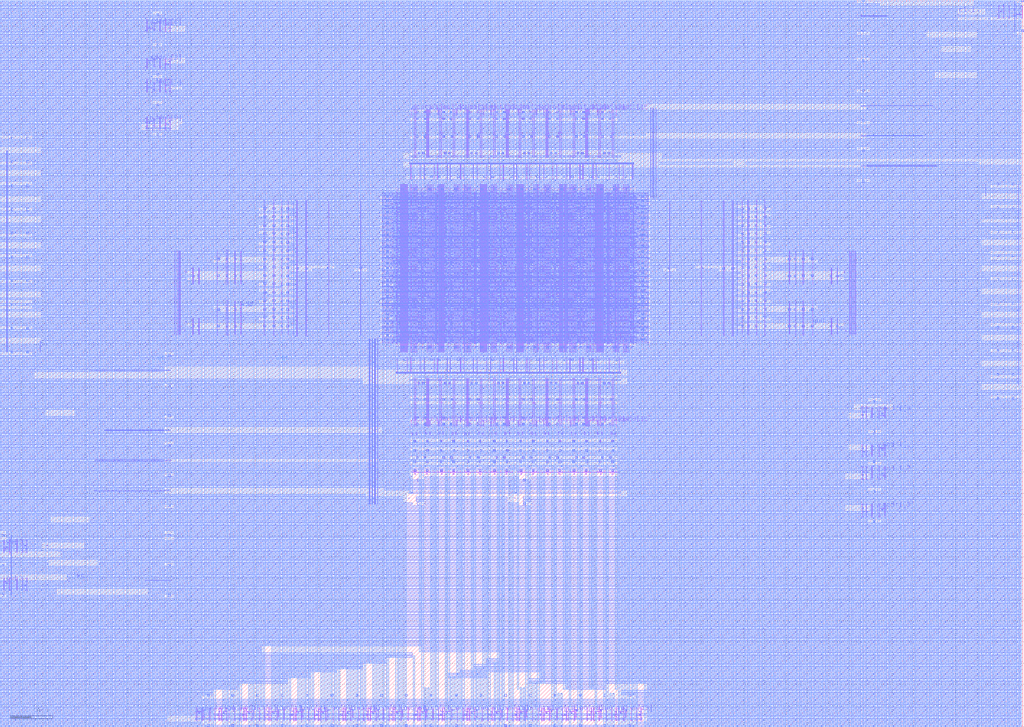
<source format=lef>
VERSION 5.4 ;
NAMESCASESENSITIVE ON ;
BUSBITCHARS "[]" ;
DIVIDERCHAR "/" ;
UNITS
  DATABASE MICRONS 2000 ;
END UNITS
MACRO sram_16_16_sky130_0.05
   CLASS BLOCK ;
   SIZE 240.74 BY 171.035 ;
   SYMMETRY X Y R90 ;
   PIN din0[0]
      DIRECTION INPUT ;
      PORT
         LAYER m2 ;
         RECT  58.355 3.03 58.685 3.29 ;
      END
   END din0[0]
   PIN din0[1]
      DIRECTION INPUT ;
      PORT
         LAYER m2 ;
         RECT  64.195 3.03 64.525 3.29 ;
      END
   END din0[1]
   PIN din0[2]
      DIRECTION INPUT ;
      PORT
         LAYER m2 ;
         RECT  70.035 3.03 70.365 3.29 ;
      END
   END din0[2]
   PIN din0[3]
      DIRECTION INPUT ;
      PORT
         LAYER m2 ;
         RECT  75.875 3.03 76.205 3.29 ;
      END
   END din0[3]
   PIN din0[4]
      DIRECTION INPUT ;
      PORT
         LAYER m2 ;
         RECT  81.715 3.03 82.045 3.29 ;
      END
   END din0[4]
   PIN din0[5]
      DIRECTION INPUT ;
      PORT
         LAYER m2 ;
         RECT  87.555 3.03 87.885 3.29 ;
      END
   END din0[5]
   PIN din0[6]
      DIRECTION INPUT ;
      PORT
         LAYER m2 ;
         RECT  93.395 3.03 93.725 3.29 ;
      END
   END din0[6]
   PIN din0[7]
      DIRECTION INPUT ;
      PORT
         LAYER m2 ;
         RECT  99.235 3.03 99.565 3.29 ;
      END
   END din0[7]
   PIN din0[8]
      DIRECTION INPUT ;
      PORT
         LAYER m2 ;
         RECT  105.075 3.03 105.405 3.29 ;
      END
   END din0[8]
   PIN din0[9]
      DIRECTION INPUT ;
      PORT
         LAYER m2 ;
         RECT  110.915 3.03 111.245 3.29 ;
      END
   END din0[9]
   PIN din0[10]
      DIRECTION INPUT ;
      PORT
         LAYER m2 ;
         RECT  116.755 3.03 117.085 3.29 ;
      END
   END din0[10]
   PIN din0[11]
      DIRECTION INPUT ;
      PORT
         LAYER m2 ;
         RECT  122.595 3.03 122.925 3.29 ;
      END
   END din0[11]
   PIN din0[12]
      DIRECTION INPUT ;
      PORT
         LAYER m2 ;
         RECT  128.435 3.03 128.765 3.29 ;
      END
   END din0[12]
   PIN din0[13]
      DIRECTION INPUT ;
      PORT
         LAYER m2 ;
         RECT  134.275 3.03 134.605 3.29 ;
      END
   END din0[13]
   PIN din0[14]
      DIRECTION INPUT ;
      PORT
         LAYER m2 ;
         RECT  140.115 3.03 140.445 3.29 ;
      END
   END din0[14]
   PIN din0[15]
      DIRECTION INPUT ;
      PORT
         LAYER m2 ;
         RECT  145.955 3.03 146.285 3.29 ;
      END
   END din0[15]
   PIN addr0[0]
      DIRECTION INPUT ;
      PORT
         LAYER m2 ;
         RECT  34.995 142.185 35.325 142.445 ;
      END
   END addr0[0]
   PIN addr0[1]
      DIRECTION INPUT ;
      PORT
         LAYER m2 ;
         RECT  34.995 150.685 35.325 150.945 ;
      END
   END addr0[1]
   PIN addr0[2]
      DIRECTION INPUT ;
      PORT
         LAYER m2 ;
         RECT  34.995 156.325 35.325 156.585 ;
      END
   END addr0[2]
   PIN addr0[3]
      DIRECTION INPUT ;
      PORT
         LAYER m2 ;
         RECT  34.995 164.825 35.325 165.085 ;
      END
   END addr0[3]
   PIN addr1[0]
      DIRECTION INPUT ;
      PORT
         LAYER m2 ;
         RECT  207.535 73.645 207.865 73.905 ;
      END
   END addr1[0]
   PIN addr1[1]
      DIRECTION INPUT ;
      PORT
         LAYER m2 ;
         RECT  207.535 65.145 207.865 65.405 ;
      END
   END addr1[1]
   PIN addr1[2]
      DIRECTION INPUT ;
      PORT
         LAYER m2 ;
         RECT  207.535 59.505 207.865 59.765 ;
      END
   END addr1[2]
   PIN addr1[3]
      DIRECTION INPUT ;
      PORT
         LAYER m2 ;
         RECT  207.535 51.005 207.865 51.265 ;
      END
   END addr1[3]
   PIN csb0
      DIRECTION INPUT ;
      PORT
         LAYER m2 ;
         RECT  1.305 33.625 1.635 33.885 ;
      END
   END csb0
   PIN csb1
      DIRECTION INPUT ;
      PORT
         LAYER m2 ;
         RECT  239.725 168.065 240.055 168.325 ;
      END
   END csb1
   PIN web0
      DIRECTION INPUT ;
      PORT
         LAYER m2 ;
         RECT  1.305 42.125 1.635 42.385 ;
      END
   END web0
   PIN clk0
      DIRECTION INPUT ;
      PORT
         LAYER m2 ;
         RECT  16.055 34.21 16.195 34.35 ;
      END
   END clk0
   PIN clk1
      DIRECTION INPUT ;
      PORT
         LAYER m2 ;
         RECT  225.585 167.6 225.725 167.74 ;
      END
   END clk1
   PIN wmask0[0]
      DIRECTION INPUT ;
      PORT
         LAYER m2 ;
         RECT  46.675 3.03 47.005 3.29 ;
      END
   END wmask0[0]
   PIN wmask0[1]
      DIRECTION INPUT ;
      PORT
         LAYER m2 ;
         RECT  52.515 3.03 52.845 3.29 ;
      END
   END wmask0[1]
   PIN dout0[0]
      DIRECTION OUTPUT ;
      PORT
         LAYER m1 ;
         RECT  96.78 70.725 97.01 71.995 ;
      END
   END dout0[0]
   PIN dout0[1]
      DIRECTION OUTPUT ;
      PORT
         LAYER m1 ;
         RECT  101.13 70.725 101.36 71.995 ;
      END
   END dout0[1]
   PIN dout0[2]
      DIRECTION OUTPUT ;
      PORT
         LAYER m1 ;
         RECT  103.02 70.725 103.25 71.995 ;
      END
   END dout0[2]
   PIN dout0[3]
      DIRECTION OUTPUT ;
      PORT
         LAYER m1 ;
         RECT  107.37 70.725 107.6 71.995 ;
      END
   END dout0[3]
   PIN dout0[4]
      DIRECTION OUTPUT ;
      PORT
         LAYER m1 ;
         RECT  109.26 70.725 109.49 71.995 ;
      END
   END dout0[4]
   PIN dout0[5]
      DIRECTION OUTPUT ;
      PORT
         LAYER m1 ;
         RECT  113.61 70.725 113.84 71.995 ;
      END
   END dout0[5]
   PIN dout0[6]
      DIRECTION OUTPUT ;
      PORT
         LAYER m1 ;
         RECT  115.5 70.725 115.73 71.995 ;
      END
   END dout0[6]
   PIN dout0[7]
      DIRECTION OUTPUT ;
      PORT
         LAYER m1 ;
         RECT  119.85 70.725 120.08 71.995 ;
      END
   END dout0[7]
   PIN dout0[8]
      DIRECTION OUTPUT ;
      PORT
         LAYER m1 ;
         RECT  121.74 70.725 121.97 71.995 ;
      END
   END dout0[8]
   PIN dout0[9]
      DIRECTION OUTPUT ;
      PORT
         LAYER m1 ;
         RECT  126.09 70.725 126.32 71.995 ;
      END
   END dout0[9]
   PIN dout0[10]
      DIRECTION OUTPUT ;
      PORT
         LAYER m1 ;
         RECT  127.98 70.725 128.21 71.995 ;
      END
   END dout0[10]
   PIN dout0[11]
      DIRECTION OUTPUT ;
      PORT
         LAYER m1 ;
         RECT  132.33 70.725 132.56 71.995 ;
      END
   END dout0[11]
   PIN dout0[12]
      DIRECTION OUTPUT ;
      PORT
         LAYER m1 ;
         RECT  134.22 70.725 134.45 71.995 ;
      END
   END dout0[12]
   PIN dout0[13]
      DIRECTION OUTPUT ;
      PORT
         LAYER m1 ;
         RECT  138.57 70.725 138.8 71.995 ;
      END
   END dout0[13]
   PIN dout0[14]
      DIRECTION OUTPUT ;
      PORT
         LAYER m1 ;
         RECT  140.46 70.725 140.69 71.995 ;
      END
   END dout0[14]
   PIN dout0[15]
      DIRECTION OUTPUT ;
      PORT
         LAYER m1 ;
         RECT  144.81 70.725 145.04 71.995 ;
      END
   END dout0[15]
   PIN dout1[0]
      DIRECTION OUTPUT ;
      PORT
         LAYER m1 ;
         RECT  96.78 144.095 97.01 145.365 ;
      END
   END dout1[0]
   PIN dout1[1]
      DIRECTION OUTPUT ;
      PORT
         LAYER m1 ;
         RECT  101.13 144.095 101.36 145.365 ;
      END
   END dout1[1]
   PIN dout1[2]
      DIRECTION OUTPUT ;
      PORT
         LAYER m1 ;
         RECT  103.02 144.095 103.25 145.365 ;
      END
   END dout1[2]
   PIN dout1[3]
      DIRECTION OUTPUT ;
      PORT
         LAYER m1 ;
         RECT  107.37 144.095 107.6 145.365 ;
      END
   END dout1[3]
   PIN dout1[4]
      DIRECTION OUTPUT ;
      PORT
         LAYER m1 ;
         RECT  109.26 144.095 109.49 145.365 ;
      END
   END dout1[4]
   PIN dout1[5]
      DIRECTION OUTPUT ;
      PORT
         LAYER m1 ;
         RECT  113.61 144.095 113.84 145.365 ;
      END
   END dout1[5]
   PIN dout1[6]
      DIRECTION OUTPUT ;
      PORT
         LAYER m1 ;
         RECT  115.5 144.095 115.73 145.365 ;
      END
   END dout1[6]
   PIN dout1[7]
      DIRECTION OUTPUT ;
      PORT
         LAYER m1 ;
         RECT  119.85 144.095 120.08 145.365 ;
      END
   END dout1[7]
   PIN dout1[8]
      DIRECTION OUTPUT ;
      PORT
         LAYER m1 ;
         RECT  121.74 144.095 121.97 145.365 ;
      END
   END dout1[8]
   PIN dout1[9]
      DIRECTION OUTPUT ;
      PORT
         LAYER m1 ;
         RECT  126.09 144.095 126.32 145.365 ;
      END
   END dout1[9]
   PIN dout1[10]
      DIRECTION OUTPUT ;
      PORT
         LAYER m1 ;
         RECT  127.98 144.095 128.21 145.365 ;
      END
   END dout1[10]
   PIN dout1[11]
      DIRECTION OUTPUT ;
      PORT
         LAYER m1 ;
         RECT  132.33 144.095 132.56 145.365 ;
      END
   END dout1[11]
   PIN dout1[12]
      DIRECTION OUTPUT ;
      PORT
         LAYER m1 ;
         RECT  134.22 144.095 134.45 145.365 ;
      END
   END dout1[12]
   PIN dout1[13]
      DIRECTION OUTPUT ;
      PORT
         LAYER m1 ;
         RECT  138.57 144.095 138.8 145.365 ;
      END
   END dout1[13]
   PIN dout1[14]
      DIRECTION OUTPUT ;
      PORT
         LAYER m1 ;
         RECT  140.46 144.095 140.69 145.365 ;
      END
   END dout1[14]
   PIN dout1[15]
      DIRECTION OUTPUT ;
      PORT
         LAYER m1 ;
         RECT  144.81 144.095 145.04 145.365 ;
      END
   END dout1[15]
   PIN vdd
      DIRECTION INOUT ;
      USE POWER ; 
      SHAPE ABUTMENT ; 
      PORT
         LAYER m3 ;
         RECT  67.465 100.045 67.955 100.535 ;
         LAYER m4 ;
         RECT  46.92 0.0 47.3 171.06 ;
         LAYER m3 ;
         RECT  97.67 89.29 97.97 89.59 ;
         LAYER m3 ;
         RECT  2.615 116.05 3.105 116.54 ;
         LAYER m4 ;
         RECT  143.48 0.0 143.86 7.86 ;
         LAYER m3 ;
         RECT  147.495 89.195 147.985 89.685 ;
         LAYER m3 ;
         RECT  38.08 153.0 220.02 153.38 ;
         LAYER m3 ;
         RECT  104.16 142.97 104.65 143.46 ;
         LAYER m3 ;
         RECT  174.485 109.92 174.975 110.41 ;
         LAYER m4 ;
         RECT  6.12 0.0 6.5 171.06 ;
         LAYER m3 ;
         RECT  121.94 129.36 122.43 129.85 ;
         LAYER m3 ;
         RECT  137.17 142.97 137.66 143.46 ;
         LAYER m3 ;
         RECT  134.835 60.12 135.325 60.61 ;
         LAYER m3 ;
         RECT  92.48 101.32 149.98 101.7 ;
         LAYER m3 ;
         RECT  0.0 55.08 38.46 55.46 ;
         LAYER m3 ;
         RECT  68.0 116.28 89.46 116.66 ;
         LAYER m3 ;
         RECT  107.53 129.36 108.02 129.85 ;
         LAYER m3 ;
         RECT  177.74 113.905 178.23 114.395 ;
         LAYER m3 ;
         RECT  0.0 22.44 240.42 22.82 ;
         LAYER m4 ;
         RECT  79.56 0.0 79.94 171.06 ;
         LAYER m4 ;
         RECT  128.52 61.2 128.9 171.06 ;
         LAYER m4 ;
         RECT  49.64 0.0 50.02 171.06 ;
         LAYER m3 ;
         RECT  155.72 133.96 240.42 134.34 ;
         LAYER m3 ;
         RECT  207.4 48.28 240.42 48.66 ;
         LAYER m3 ;
         RECT  40.8 72.76 199.62 73.14 ;
         LAYER m4 ;
         RECT  131.24 61.2 131.62 171.06 ;
         LAYER m3 ;
         RECT  0.0 51.0 198.94 51.38 ;
         LAYER m3 ;
         RECT  0.0 150.28 38.46 150.66 ;
         LAYER m4 ;
         RECT  89.08 0.0 89.46 171.06 ;
         LAYER m4 ;
         RECT  76.84 0.0 77.22 171.06 ;
         LAYER m3 ;
         RECT  0.0 26.52 240.42 26.9 ;
         LAYER m3 ;
         RECT  92.48 108.12 149.98 108.5 ;
         LAYER m3 ;
         RECT  92.48 97.24 149.98 97.62 ;
         LAYER m4 ;
         RECT  161.16 0.0 161.54 171.06 ;
         LAYER m4 ;
         RECT  238.68 0.0 239.06 171.06 ;
         LAYER m4 ;
         RECT  42.84 0.0 43.22 171.06 ;
         LAYER m3 ;
         RECT  95.05 86.24 95.54 86.73 ;
         LAYER m3 ;
         RECT  112.835 64.87 113.325 65.36 ;
         LAYER m3 ;
         RECT  141.6 142.97 142.09 143.46 ;
         LAYER m3 ;
         RECT  0.0 56.44 240.42 56.82 ;
         LAYER m3 ;
         RECT  43.52 163.88 240.42 164.26 ;
         LAYER m4 ;
         RECT  19.72 0.0 20.1 171.06 ;
         LAYER m3 ;
         RECT  40.8 87.72 240.42 88.1 ;
         LAYER m4 ;
         RECT  8.84 0.0 9.22 171.06 ;
         LAYER m3 ;
         RECT  174.485 117.82 174.975 118.31 ;
         LAYER m3 ;
         RECT  42.16 140.76 240.42 141.14 ;
         LAYER m3 ;
         RECT  0.0 161.16 240.42 161.54 ;
         LAYER m4 ;
         RECT  240.04 0.0 240.42 171.06 ;
         LAYER m4 ;
         RECT  133.96 0.0 134.34 171.06 ;
         LAYER m3 ;
         RECT  92.48 93.16 149.98 93.54 ;
         LAYER m4 ;
         RECT  67.32 0.0 67.7 171.06 ;
         LAYER m3 ;
         RECT  109.775 64.87 110.265 65.36 ;
         LAYER m4 ;
         RECT  223.72 0.0 224.1 171.06 ;
         LAYER m3 ;
         RECT  0.0 49.64 240.42 50.02 ;
         LAYER m3 ;
         RECT  204.68 142.12 240.42 142.5 ;
         LAYER m3 ;
         RECT  101.225 7.165 101.715 7.655 ;
         LAYER m3 ;
         RECT  143.47 76.82 143.96 77.31 ;
         LAYER m3 ;
         RECT  106.595 64.87 107.085 65.36 ;
         LAYER m3 ;
         RECT  174.485 103.995 174.975 104.485 ;
         LAYER m3 ;
         RECT  15.64 34.68 240.42 35.06 ;
         LAYER m3 ;
         RECT  106.03 76.82 106.52 77.31 ;
         LAYER m3 ;
         RECT  67.465 117.82 67.955 118.31 ;
         LAYER m4 ;
         RECT  153.0 0.0 153.38 171.06 ;
         LAYER m3 ;
         RECT  207.4 76.84 240.42 77.22 ;
         LAYER m4 ;
         RECT  91.8 16.32 92.18 171.06 ;
         LAYER m4 ;
         RECT  31.96 0.0 32.34 171.06 ;
         LAYER m3 ;
         RECT  0.0 27.88 240.42 28.26 ;
         LAYER m3 ;
         RECT  42.84 142.12 201.66 142.5 ;
         LAYER m4 ;
         RECT  144.84 8.84 145.22 171.06 ;
         LAYER m3 ;
         RECT  0.0 78.2 240.42 78.58 ;
         LAYER m3 ;
         RECT  153.0 114.92 240.42 115.3 ;
         LAYER m3 ;
         RECT  0.0 71.4 96.26 71.78 ;
         LAYER m4 ;
         RECT  108.12 0.0 108.5 171.06 ;
         LAYER m3 ;
         RECT  68.0 98.6 89.46 98.98 ;
         LAYER m3 ;
         RECT  0.0 67.32 96.26 67.7 ;
         LAYER m3 ;
         RECT  141.6 72.63 142.09 73.12 ;
         LAYER m3 ;
         RECT  174.485 119.795 174.975 120.285 ;
         LAYER m4 ;
         RECT  78.2 0.0 78.58 171.06 ;
         LAYER m4 ;
         RECT  138.04 61.2 138.42 171.06 ;
         LAYER m3 ;
         RECT  122.88 72.63 123.37 73.12 ;
         LAYER m3 ;
         RECT  92.48 105.4 149.98 105.78 ;
         LAYER m3 ;
         RECT  67.465 96.095 67.955 96.585 ;
         LAYER m3 ;
         RECT  147.56 83.64 240.42 84.02 ;
         LAYER m3 ;
         RECT  0.0 6.12 240.42 6.5 ;
         LAYER m3 ;
         RECT  92.48 94.52 149.98 94.9 ;
         LAYER m3 ;
         RECT  229.16 170.68 239.06 171.06 ;
         LAYER m3 ;
         RECT  0.0 4.76 240.42 5.14 ;
         LAYER m4 ;
         RECT  123.08 61.2 123.46 171.06 ;
         LAYER m4 ;
         RECT  234.6 0.0 234.98 171.06 ;
         LAYER m3 ;
         RECT  135.36 142.97 135.85 143.46 ;
         LAYER m3 ;
         RECT  174.485 107.945 174.975 108.435 ;
         LAYER m3 ;
         RECT  103.635 60.12 104.125 60.61 ;
         LAYER m3 ;
         RECT  174.485 111.895 174.975 112.385 ;
         LAYER m3 ;
         RECT  0.0 104.04 60.9 104.42 ;
         LAYER m4 ;
         RECT  75.48 0.0 75.86 171.06 ;
         LAYER m4 ;
         RECT  123.08 0.0 123.46 9.22 ;
         LAYER m3 ;
         RECT  43.52 157.08 201.66 157.46 ;
         LAYER m3 ;
         RECT  9.52 135.32 96.94 135.7 ;
         LAYER m3 ;
         RECT  177.74 94.155 178.23 94.645 ;
         LAYER m3 ;
         RECT  0.0 48.28 11.94 48.66 ;
         LAYER m3 ;
         RECT  153.0 105.4 174.46 105.78 ;
         LAYER m4 ;
         RECT  15.64 0.0 16.02 171.06 ;
         LAYER m3 ;
         RECT  145.52 59.16 198.94 59.54 ;
         LAYER m3 ;
         RECT  0.0 19.72 240.42 20.1 ;
         LAYER m3 ;
         RECT  0.0 70.04 38.46 70.42 ;
         LAYER m3 ;
         RECT  0.0 136.68 240.42 137.06 ;
         LAYER m3 ;
         RECT  119.075 64.87 119.565 65.36 ;
         LAYER m3 ;
         RECT  140.66 129.36 141.15 129.85 ;
         LAYER m3 ;
         RECT  21.08 48.28 204.38 48.66 ;
         LAYER m3 ;
         RECT  125.12 52.36 240.42 52.74 ;
         LAYER m3 ;
         RECT  40.8 30.6 240.42 30.98 ;
         LAYER m3 ;
         RECT  118.45 142.97 118.94 143.46 ;
         LAYER m3 ;
         RECT  97.86 138.78 98.35 139.27 ;
         LAYER m3 ;
         RECT  0.0 155.72 240.42 156.1 ;
         LAYER m3 ;
         RECT  0.0 154.36 240.42 154.74 ;
         LAYER m4 ;
         RECT  197.88 0.0 198.26 171.06 ;
         LAYER m4 ;
         RECT  219.64 0.0 220.02 171.06 ;
         LAYER m3 ;
         RECT  234.575 88.35 235.065 88.84 ;
         LAYER m4 ;
         RECT  154.36 0.0 154.74 171.06 ;
         LAYER m3 ;
         RECT  130.93 142.97 131.42 143.46 ;
         LAYER m3 ;
         RECT  238.255 99.55 238.745 100.04 ;
         LAYER m3 ;
         RECT  177.74 100.205 178.23 100.695 ;
         LAYER m3 ;
         RECT  141.35 89.29 141.65 89.59 ;
         LAYER m3 ;
         RECT  0.0 153.0 35.74 153.38 ;
         LAYER m4 ;
         RECT  157.08 0.0 157.46 171.06 ;
         LAYER m4 ;
         RECT  99.96 61.2 100.34 171.06 ;
         LAYER m3 ;
         RECT  0.0 158.44 240.42 158.82 ;
         LAYER m3 ;
         RECT  7.48 121.72 60.9 122.1 ;
         LAYER m3 ;
         RECT  53.14 98.105 53.63 98.595 ;
         LAYER m4 ;
         RECT  56.44 0.0 56.82 171.06 ;
         LAYER m4 ;
         RECT  192.44 0.0 192.82 171.06 ;
         LAYER m3 ;
         RECT  2.615 127.25 3.105 127.74 ;
         LAYER m3 ;
         RECT  34.68 31.96 240.42 32.34 ;
         LAYER m4 ;
         RECT  116.28 61.2 116.66 171.06 ;
         LAYER m3 ;
         RECT  181.56 112.2 240.42 112.58 ;
         LAYER m3 ;
         RECT  106.495 60.12 106.985 60.61 ;
         LAYER m3 ;
         RECT  122.82 76.82 123.31 77.31 ;
         LAYER m3 ;
         RECT  89.76 70.04 240.42 70.42 ;
         LAYER m3 ;
         RECT  195.425 94.12 195.915 94.61 ;
         LAYER m3 ;
         RECT  112.27 76.82 112.76 77.31 ;
         LAYER m3 ;
         RECT  92.48 123.08 149.98 123.46 ;
         LAYER m4 ;
         RECT  200.6 0.0 200.98 171.06 ;
         LAYER m3 ;
         RECT  112.735 60.12 113.225 60.61 ;
         LAYER m3 ;
         RECT  101.29 86.24 101.78 86.73 ;
         LAYER m4 ;
         RECT  139.4 8.84 139.78 171.06 ;
         LAYER m3 ;
         RECT  107.03 89.29 107.33 89.59 ;
         LAYER m3 ;
         RECT  204.68 65.96 240.42 66.34 ;
         LAYER m3 ;
         RECT  137.695 60.12 138.185 60.61 ;
         LAYER m3 ;
         RECT  100.355 64.87 100.845 65.36 ;
         LAYER m3 ;
         RECT  0.0 131.24 240.42 131.62 ;
         LAYER m3 ;
         RECT  177.74 117.855 178.23 118.345 ;
         LAYER m3 ;
         RECT  144.47 126.5 144.77 126.8 ;
         LAYER m4 ;
         RECT  61.88 0.0 62.26 171.06 ;
         LAYER m3 ;
         RECT  210.12 75.48 240.42 75.86 ;
         LAYER m3 ;
         RECT  94.455 89.195 94.945 89.685 ;
         LAYER m3 ;
         RECT  0.0 127.16 232.94 127.54 ;
         LAYER m3 ;
         RECT  0.0 37.4 240.42 37.78 ;
         LAYER m4 ;
         RECT  222.36 0.0 222.74 171.06 ;
         LAYER m3 ;
         RECT  110.15 126.5 110.45 126.8 ;
         LAYER m3 ;
         RECT  0.0 91.8 89.46 92.18 ;
         LAYER m3 ;
         RECT  146.2 7.48 240.42 7.86 ;
         LAYER m3 ;
         RECT  64.21 100.205 64.7 100.695 ;
         LAYER m3 ;
         RECT  153.0 99.96 174.46 100.34 ;
         LAYER m3 ;
         RECT  143.41 72.63 143.9 73.12 ;
         LAYER m3 ;
         RECT  64.21 102.055 64.7 102.545 ;
         LAYER m3 ;
         RECT  56.395 109.92 56.885 110.41 ;
         LAYER m3 ;
         RECT  0.0 117.64 60.9 118.02 ;
         LAYER m3 ;
         RECT  0.0 82.28 7.86 82.66 ;
         LAYER m3 ;
         RECT  92.48 91.8 149.98 92.18 ;
         LAYER m4 ;
         RECT  204.68 0.0 205.06 171.06 ;
         LAYER m3 ;
         RECT  120.01 86.24 120.5 86.73 ;
         LAYER m4 ;
         RECT  22.44 0.0 22.82 171.06 ;
         LAYER m3 ;
         RECT  92.48 110.84 149.98 111.22 ;
         LAYER m3 ;
         RECT  153.0 116.28 174.46 116.66 ;
         LAYER m3 ;
         RECT  144.84 135.32 240.42 135.7 ;
         LAYER m4 ;
         RECT  136.68 0.0 137.06 171.06 ;
         LAYER m3 ;
         RECT  138.23 89.29 138.53 89.59 ;
         LAYER m3 ;
         RECT  153.0 119.0 230.9 119.38 ;
         LAYER m4 ;
         RECT  162.52 0.0 162.9 171.06 ;
         LAYER m3 ;
         RECT  152.32 3.4 240.42 3.78 ;
         LAYER m4 ;
         RECT  97.24 61.2 97.62 171.06 ;
         LAYER m3 ;
         RECT  181.56 117.64 240.42 118.02 ;
         LAYER m4 ;
         RECT  193.8 0.0 194.18 171.06 ;
         LAYER m3 ;
         RECT  157.295 107.8 157.785 108.29 ;
         LAYER m3 ;
         RECT  97.395 60.12 97.885 60.61 ;
         LAYER m3 ;
         RECT  238.255 77.15 238.745 77.64 ;
         LAYER m3 ;
         RECT  77.865 7.165 78.355 7.655 ;
         LAYER m3 ;
         RECT  97.24 82.28 232.94 82.66 ;
         LAYER m4 ;
         RECT  30.6 0.0 30.98 171.06 ;
         LAYER m3 ;
         RECT  64.21 108.105 64.7 108.595 ;
         LAYER m3 ;
         RECT  112.905 7.165 113.395 7.655 ;
         LAYER m3 ;
         RECT  177.74 98.105 178.23 98.595 ;
         LAYER m3 ;
         RECT  99.79 76.82 100.28 77.31 ;
         LAYER m4 ;
         RECT  221.0 0.0 221.38 171.06 ;
         LAYER m3 ;
         RECT  155.04 132.6 172.42 132.98 ;
         LAYER m3 ;
         RECT  185.555 105.97 186.045 106.46 ;
         LAYER m3 ;
         RECT  92.48 98.6 149.98 98.98 ;
         LAYER m3 ;
         RECT  188.81 98.105 189.3 98.595 ;
         LAYER m4 ;
         RECT  203.32 0.0 203.7 171.06 ;
         LAYER m3 ;
         RECT  144.035 64.87 144.525 65.36 ;
         LAYER m3 ;
         RECT  100.255 60.12 100.745 60.61 ;
         LAYER m3 ;
         RECT  0.0 10.2 67.7 10.58 ;
         LAYER m3 ;
         RECT  6.295 127.25 6.785 127.74 ;
         LAYER m4 ;
         RECT  106.76 61.2 107.14 171.06 ;
         LAYER m3 ;
         RECT  0.0 63.24 96.26 63.62 ;
         LAYER m4 ;
         RECT  37.4 0.0 37.78 171.06 ;
         LAYER m3 ;
         RECT  125.75 89.29 126.05 89.59 ;
         LAYER m3 ;
         RECT  92.48 104.04 149.98 104.42 ;
         LAYER m3 ;
         RECT  202.885 135.42 203.375 135.91 ;
         LAYER m4 ;
         RECT  34.68 0.0 35.06 171.06 ;
         LAYER m4 ;
         RECT  104.04 61.2 104.42 171.06 ;
         LAYER m4 ;
         RECT  173.4 0.0 173.78 171.06 ;
         LAYER m3 ;
         RECT  71.82 107.72 72.31 108.21 ;
         LAYER m3 ;
         RECT  36.985 146.32 37.475 146.81 ;
         LAYER m4 ;
         RECT  155.72 0.0 156.1 171.06 ;
         LAYER m3 ;
         RECT  135.11 89.29 135.41 89.59 ;
         LAYER m3 ;
         RECT  137.23 138.78 137.72 139.27 ;
         LAYER m4 ;
         RECT  174.76 0.0 175.14 171.06 ;
         LAYER m4 ;
         RECT  7.48 0.0 7.86 171.06 ;
         LAYER m3 ;
         RECT  103.22 86.24 103.71 86.73 ;
         LAYER m3 ;
         RECT  116.58 138.78 117.07 139.27 ;
         LAYER m3 ;
         RECT  92.48 124.44 149.98 124.82 ;
         LAYER m3 ;
         RECT  133.28 8.84 142.5 9.22 ;
         LAYER m3 ;
         RECT  0.0 38.76 11.26 39.14 ;
         LAYER m3 ;
         RECT  198.56 106.76 240.42 107.14 ;
         LAYER m3 ;
         RECT  131.99 126.5 132.29 126.8 ;
         LAYER m3 ;
         RECT  153.0 113.56 174.46 113.94 ;
         LAYER m3 ;
         RECT  153.0 106.76 174.46 107.14 ;
         LAYER m3 ;
         RECT  9.52 119.0 89.46 119.38 ;
         LAYER m3 ;
         RECT  146.9 129.36 147.39 129.85 ;
         LAYER m3 ;
         RECT  68.0 117.64 89.46 118.02 ;
         LAYER m3 ;
         RECT  134.42 129.36 134.91 129.85 ;
         LAYER m3 ;
         RECT  204.0 146.2 240.42 146.58 ;
         LAYER m3 ;
         RECT  144.47 89.29 144.77 89.59 ;
         LAYER m4 ;
         RECT  112.2 0.0 112.58 13.98 ;
         LAYER m3 ;
         RECT  128.495 64.87 128.985 65.36 ;
         LAYER m3 ;
         RECT  111.52 14.28 240.42 14.66 ;
         LAYER m4 ;
         RECT  195.16 0.0 195.54 171.06 ;
         LAYER m3 ;
         RECT  116.39 126.5 116.69 126.8 ;
         LAYER m3 ;
         RECT  113.77 129.36 114.26 129.85 ;
         LAYER m3 ;
         RECT  103.22 129.36 103.71 129.85 ;
         LAYER m3 ;
         RECT  60.345 7.165 60.835 7.655 ;
         LAYER m3 ;
         RECT  140.66 86.24 141.15 86.73 ;
         LAYER m3 ;
         RECT  238.255 110.75 238.745 111.24 ;
         LAYER m3 ;
         RECT  105.4 11.56 114.62 11.94 ;
         LAYER m3 ;
         RECT  0.0 80.92 85.38 81.3 ;
         LAYER m3 ;
         RECT  104.1 138.78 104.59 139.27 ;
         LAYER m4 ;
         RECT  97.24 0.0 97.62 16.7 ;
         LAYER m4 ;
         RECT  57.8 10.2 58.18 171.06 ;
         LAYER m3 ;
         RECT  138.73 86.24 139.22 86.73 ;
         LAYER m3 ;
         RECT  38.08 167.96 225.46 168.34 ;
         LAYER m3 ;
         RECT  67.465 111.895 67.955 112.385 ;
         LAYER m3 ;
         RECT  110.4 72.63 110.89 73.12 ;
         LAYER m3 ;
         RECT  131.555 64.87 132.045 65.36 ;
         LAYER m4 ;
         RECT  158.44 0.0 158.82 171.06 ;
         LAYER m3 ;
         RECT  2.615 93.65 3.105 94.14 ;
         LAYER m3 ;
         RECT  118.51 138.78 119.0 139.27 ;
         LAYER m3 ;
         RECT  153.0 109.48 174.46 109.86 ;
         LAYER m3 ;
         RECT  7.48 132.6 94.9 132.98 ;
         LAYER m4 ;
         RECT  201.96 0.0 202.34 171.06 ;
         LAYER m4 ;
         RECT  191.08 0.0 191.46 171.06 ;
         LAYER m3 ;
         RECT  128.595 60.12 129.085 60.61 ;
         LAYER m3 ;
         RECT  92.48 116.28 149.98 116.66 ;
         LAYER m3 ;
         RECT  7.48 110.84 89.46 111.22 ;
         LAYER m3 ;
         RECT  0.0 142.12 38.46 142.5 ;
         LAYER m3 ;
         RECT  153.0 91.8 230.9 92.18 ;
         LAYER m3 ;
         RECT  174.485 98.07 174.975 98.56 ;
         LAYER m3 ;
         RECT  204.0 139.4 240.42 139.78 ;
         LAYER m4 ;
         RECT  53.72 0.0 54.1 171.06 ;
         LAYER m4 ;
         RECT  48.28 0.0 48.66 171.06 ;
         LAYER m3 ;
         RECT  97.92 72.63 98.41 73.12 ;
         LAYER m3 ;
         RECT  132.49 129.36 132.98 129.85 ;
         LAYER m3 ;
         RECT  53.14 94.155 53.63 94.645 ;
         LAYER m3 ;
         RECT  134.42 86.24 134.91 86.73 ;
         LAYER m3 ;
         RECT  181.56 95.88 240.42 96.26 ;
         LAYER m4 ;
         RECT  163.88 0.0 164.26 171.06 ;
         LAYER m3 ;
         RECT  54.505 7.165 54.995 7.655 ;
         LAYER m3 ;
         RECT  122.82 138.78 123.31 139.27 ;
         LAYER m4 ;
         RECT  176.12 0.0 176.5 171.06 ;
         LAYER m3 ;
         RECT  84.655 107.8 85.145 108.29 ;
         LAYER m3 ;
         RECT  153.0 110.84 240.42 111.22 ;
         LAYER m4 ;
         RECT  150.28 10.2 150.66 171.06 ;
         LAYER m3 ;
         RECT  64.21 109.955 64.7 110.445 ;
         LAYER m3 ;
         RECT  141.35 126.5 141.65 126.8 ;
         LAYER m3 ;
         RECT  40.8 45.56 240.42 45.94 ;
         LAYER m3 ;
         RECT  153.0 123.08 240.42 123.46 ;
         LAYER m3 ;
         RECT  143.935 60.12 144.425 60.61 ;
         LAYER m3 ;
         RECT  100.79 89.29 101.09 89.59 ;
         LAYER m3 ;
         RECT  0.0 21.08 240.42 21.46 ;
         LAYER m4 ;
         RECT  86.36 14.96 86.74 171.06 ;
         LAYER m4 ;
         RECT  18.36 0.0 18.74 171.06 ;
         LAYER m4 ;
         RECT  227.8 0.0 228.18 171.06 ;
         LAYER m3 ;
         RECT  7.48 87.72 38.46 88.1 ;
         LAYER m3 ;
         RECT  64.21 119.955 64.7 120.445 ;
         LAYER m3 ;
         RECT  137.23 76.82 137.72 77.31 ;
         LAYER m3 ;
         RECT  130.99 76.82 131.48 77.31 ;
         LAYER m3 ;
         RECT  64.21 112.055 64.7 112.545 ;
         LAYER m3 ;
         RECT  97.67 126.5 97.97 126.8 ;
         LAYER m3 ;
         RECT  112.21 72.63 112.7 73.12 ;
         LAYER m3 ;
         RECT  78.88 108.12 89.46 108.5 ;
         LAYER m3 ;
         RECT  0.0 17.0 96.94 17.38 ;
         LAYER m3 ;
         RECT  67.465 109.92 67.955 110.41 ;
         LAYER m3 ;
         RECT  112.27 138.78 112.76 139.27 ;
         LAYER m3 ;
         RECT  119.51 89.29 119.81 89.59 ;
         LAYER m3 ;
         RECT  1.36 45.56 38.46 45.94 ;
         LAYER m3 ;
         RECT  145.52 61.88 204.38 62.26 ;
         LAYER m3 ;
         RECT  177.74 121.805 178.23 122.295 ;
         LAYER m3 ;
         RECT  0.0 0.68 47.3 1.06 ;
         LAYER m4 ;
         RECT  26.52 0.0 26.9 171.06 ;
         LAYER m3 ;
         RECT  64.21 104.155 64.7 104.645 ;
         LAYER m3 ;
         RECT  0.0 112.2 60.9 112.58 ;
         LAYER m3 ;
         RECT  130.99 138.78 131.48 139.27 ;
         LAYER m3 ;
         RECT  0.0 165.24 240.42 165.62 ;
         LAYER m3 ;
         RECT  68.0 99.96 89.46 100.34 ;
         LAYER m4 ;
         RECT  40.12 0.0 40.5 171.06 ;
         LAYER m3 ;
         RECT  108.12 12.92 240.42 13.3 ;
         LAYER m3 ;
         RECT  0.0 144.84 96.26 145.22 ;
         LAYER m3 ;
         RECT  152.32 8.84 240.42 9.22 ;
         LAYER m3 ;
         RECT  7.48 99.96 60.9 100.34 ;
         LAYER m4 ;
         RECT  25.16 0.0 25.54 171.06 ;
         LAYER m3 ;
         RECT  116.64 72.63 117.13 73.12 ;
         LAYER m3 ;
         RECT  0.0 94.52 43.9 94.9 ;
         LAYER m3 ;
         RECT  188.81 106.005 189.3 106.495 ;
         LAYER m3 ;
         RECT  68.0 106.76 89.46 107.14 ;
         LAYER m3 ;
         RECT  95.385 7.165 95.875 7.655 ;
         LAYER m3 ;
         RECT  234.575 99.55 235.065 100.04 ;
         LAYER m3 ;
         RECT  67.465 103.995 67.955 104.485 ;
         LAYER m3 ;
         RECT  130.93 72.63 131.42 73.12 ;
         LAYER m3 ;
         RECT  138.73 129.36 139.22 129.85 ;
         LAYER m3 ;
         RECT  67.465 94.12 67.955 94.61 ;
         LAYER m3 ;
         RECT  135.3 76.82 135.79 77.31 ;
         LAYER m3 ;
         RECT  177.74 106.005 178.23 106.495 ;
         LAYER m3 ;
         RECT  0.0 31.96 13.3 32.34 ;
         LAYER m4 ;
         RECT  21.08 0.0 21.46 171.06 ;
         LAYER m4 ;
         RECT  159.8 0.0 160.18 171.06 ;
         LAYER m4 ;
         RECT  151.64 0.0 152.02 171.06 ;
         LAYER m3 ;
         RECT  0.0 166.6 225.46 166.98 ;
         LAYER m3 ;
         RECT  92.48 114.92 149.98 115.3 ;
         LAYER m3 ;
         RECT  0.0 151.64 240.42 152.02 ;
         LAYER m3 ;
         RECT  181.56 104.04 240.42 104.42 ;
         LAYER m3 ;
         RECT  124.75 76.82 125.24 77.31 ;
         LAYER m3 ;
         RECT  0.0 106.76 43.9 107.14 ;
         LAYER m3 ;
         RECT  0.0 86.36 240.42 86.74 ;
         LAYER m4 ;
         RECT  199.24 0.0 199.62 171.06 ;
         LAYER m3 ;
         RECT  96.98 129.36 97.47 129.85 ;
         LAYER m3 ;
         RECT  56.395 94.12 56.885 94.61 ;
         LAYER m3 ;
         RECT  147.495 126.405 147.985 126.895 ;
         LAYER m4 ;
         RECT  41.48 0.0 41.86 171.06 ;
         LAYER m3 ;
         RECT  0.0 75.48 200.98 75.86 ;
         LAYER m4 ;
         RECT  52.36 0.0 52.74 171.06 ;
         LAYER m3 ;
         RECT  123.11 57.905 123.6 58.395 ;
         LAYER m3 ;
         RECT  115.7 129.36 116.19 129.85 ;
         LAYER m3 ;
         RECT  46.525 105.97 47.015 106.46 ;
         LAYER m3 ;
         RECT  153.0 117.64 174.46 118.02 ;
         LAYER m4 ;
         RECT  74.12 12.92 74.5 171.06 ;
         LAYER m3 ;
         RECT  153.0 94.52 174.46 94.9 ;
         LAYER m3 ;
         RECT  147.56 80.92 240.42 81.3 ;
         LAYER m3 ;
         RECT  109.875 60.12 110.365 60.61 ;
         LAYER m3 ;
         RECT  145.52 63.24 240.42 63.62 ;
         LAYER m3 ;
         RECT  170.13 107.72 170.62 108.21 ;
         LAYER m4 ;
         RECT  207.4 0.0 207.78 171.06 ;
         LAYER m4 ;
         RECT  117.64 0.0 118.02 171.06 ;
         LAYER m3 ;
         RECT  92.48 90.44 149.98 90.82 ;
         LAYER m3 ;
         RECT  64.21 121.805 64.7 122.295 ;
         LAYER m4 ;
         RECT  110.84 0.0 111.22 171.06 ;
         LAYER m3 ;
         RECT  141.54 138.78 142.03 139.27 ;
         LAYER m3 ;
         RECT  177.74 116.005 178.23 116.495 ;
         LAYER m3 ;
         RECT  97.92 142.97 98.41 143.46 ;
         LAYER m3 ;
         RECT  68.0 112.2 89.46 112.58 ;
         LAYER m3 ;
         RECT  0.0 36.04 240.42 36.42 ;
         LAYER m4 ;
         RECT  59.16 0.0 59.54 171.06 ;
         LAYER m4 ;
         RECT  114.92 0.0 115.3 171.06 ;
         LAYER m4 ;
         RECT  112.2 61.2 112.58 171.06 ;
         LAYER m4 ;
         RECT  68.68 11.56 69.06 171.06 ;
         LAYER m3 ;
         RECT  153.0 97.24 230.9 97.62 ;
         LAYER m3 ;
         RECT  0.0 128.52 201.66 128.9 ;
         LAYER m4 ;
         RECT  226.44 0.0 226.82 171.06 ;
         LAYER m3 ;
         RECT  0.0 65.96 199.62 66.34 ;
         LAYER m4 ;
         RECT  14.28 0.0 14.66 171.06 ;
         LAYER m3 ;
         RECT  152.32 2.04 240.42 2.42 ;
         LAYER m3 ;
         RECT  0.0 18.36 61.58 18.74 ;
         LAYER m3 ;
         RECT  6.295 93.65 6.785 94.14 ;
         LAYER m3 ;
         RECT  175.44 132.6 230.22 132.98 ;
         LAYER m3 ;
         RECT  204.68 72.76 240.42 73.14 ;
         LAYER m3 ;
         RECT  192.44 98.6 240.42 98.98 ;
         LAYER m3 ;
         RECT  64.21 113.905 64.7 114.395 ;
         LAYER m3 ;
         RECT  118.745 7.165 119.235 7.655 ;
         LAYER m3 ;
         RECT  0.0 85.0 230.9 85.38 ;
         LAYER m3 ;
         RECT  116.015 64.87 116.505 65.36 ;
         LAYER m3 ;
         RECT  177.74 119.955 178.23 120.445 ;
         LAYER m3 ;
         RECT  23.12 38.76 240.42 39.14 ;
         LAYER m3 ;
         RECT  153.0 90.44 240.42 90.82 ;
         LAYER m3 ;
         RECT  0.0 143.48 240.42 143.86 ;
         LAYER m3 ;
         RECT  116.64 142.97 117.13 143.46 ;
         LAYER m3 ;
         RECT  39.485 80.18 39.975 80.67 ;
         LAYER m3 ;
         RECT  92.48 106.76 149.98 107.14 ;
         LAYER m3 ;
         RECT  135.11 126.5 135.41 126.8 ;
         LAYER m3 ;
         RECT  177.74 96.255 178.23 96.745 ;
         LAYER m3 ;
         RECT  135.36 72.63 135.85 73.12 ;
         LAYER m3 ;
         RECT  0.0 95.88 60.9 96.26 ;
         LAYER m3 ;
         RECT  0.375 37.76 0.865 38.25 ;
         LAYER m3 ;
         RECT  89.545 7.165 90.035 7.655 ;
         LAYER m3 ;
         RECT  9.52 113.56 60.9 113.94 ;
         LAYER m4 ;
         RECT  0.68 0.0 1.06 171.06 ;
         LAYER m3 ;
         RECT  9.52 124.44 89.46 124.82 ;
         LAYER m4 ;
         RECT  147.56 0.0 147.94 171.06 ;
         LAYER m3 ;
         RECT  92.48 102.68 149.98 103.06 ;
         LAYER m3 ;
         RECT  185.555 98.07 186.045 98.56 ;
         LAYER m4 ;
         RECT  120.36 0.0 120.74 171.06 ;
         LAYER m3 ;
         RECT  116.115 60.12 116.605 60.61 ;
         LAYER m3 ;
         RECT  153.0 112.2 174.46 112.58 ;
         LAYER m3 ;
         RECT  0.0 140.76 33.02 141.14 ;
         LAYER m4 ;
         RECT  214.2 0.0 214.58 171.06 ;
         LAYER m3 ;
         RECT  174.485 96.095 174.975 96.585 ;
         LAYER m3 ;
         RECT  104.1 76.82 104.59 77.31 ;
         LAYER m4 ;
         RECT  125.8 0.0 126.18 10.58 ;
         LAYER m3 ;
         RECT  177.74 109.955 178.23 110.445 ;
         LAYER m3 ;
         RECT  0.0 33.32 240.42 33.7 ;
         LAYER m3 ;
         RECT  0.0 148.92 240.42 149.3 ;
         LAYER m3 ;
         RECT  198.56 94.52 232.94 94.9 ;
         LAYER m3 ;
         RECT  92.48 95.88 149.98 96.26 ;
         LAYER m3 ;
         RECT  0.0 11.56 73.14 11.94 ;
         LAYER m3 ;
         RECT  131.455 60.12 131.945 60.61 ;
         LAYER m4 ;
         RECT  27.88 0.0 28.26 171.06 ;
         LAYER m4 ;
         RECT  182.92 0.0 183.3 171.06 ;
         LAYER m3 ;
         RECT  0.0 15.64 90.82 16.02 ;
         LAYER m3 ;
         RECT  174.485 105.97 174.975 106.46 ;
         LAYER m4 ;
         RECT  188.36 0.0 188.74 171.06 ;
         LAYER m4 ;
         RECT  218.28 0.0 218.66 171.06 ;
         LAYER m3 ;
         RECT  106.03 138.78 106.52 139.27 ;
         LAYER m4 ;
         RECT  63.24 19.04 63.62 171.06 ;
         LAYER m4 ;
         RECT  132.6 8.84 132.98 171.06 ;
         LAYER m3 ;
         RECT  67.465 119.795 67.955 120.285 ;
         LAYER m3 ;
         RECT  0.0 25.16 240.42 25.54 ;
         LAYER m3 ;
         RECT  0.0 53.72 94.9 54.1 ;
         LAYER m3 ;
         RECT  120.01 129.36 120.5 129.85 ;
         LAYER m3 ;
         RECT  64.21 94.155 64.7 94.645 ;
         LAYER m3 ;
         RECT  0.0 72.76 38.46 73.14 ;
         LAYER m4 ;
         RECT  4.76 0.0 5.14 171.06 ;
         LAYER m4 ;
         RECT  82.28 0.0 82.66 171.06 ;
         LAYER m3 ;
         RECT  116.58 76.82 117.07 77.31 ;
         LAYER m3 ;
         RECT  147.945 7.165 148.435 7.655 ;
         LAYER m3 ;
         RECT  9.52 97.24 89.46 97.62 ;
         LAYER m4 ;
         RECT  230.52 0.0 230.9 171.06 ;
         LAYER m3 ;
         RECT  0.0 64.6 240.42 64.98 ;
         LAYER m3 ;
         RECT  0.0 29.24 240.42 29.62 ;
         LAYER m3 ;
         RECT  0.0 167.96 35.74 168.34 ;
         LAYER m4 ;
         RECT  85.0 0.0 85.38 171.06 ;
         LAYER m3 ;
         RECT  67.465 121.77 67.955 122.26 ;
         LAYER m4 ;
         RECT  212.84 0.0 213.22 171.06 ;
         LAYER m3 ;
         RECT  92.48 99.96 149.98 100.34 ;
         LAYER m3 ;
         RECT  0.0 12.92 79.26 13.3 ;
         LAYER m3 ;
         RECT  0.0 105.4 43.9 105.78 ;
         LAYER m3 ;
         RECT  114.24 15.64 240.42 16.02 ;
         LAYER m3 ;
         RECT  118.975 60.12 119.465 60.61 ;
         LAYER m4 ;
         RECT  177.48 0.0 177.86 171.06 ;
         LAYER m3 ;
         RECT  0.0 109.48 50.02 109.86 ;
         LAYER m4 ;
         RECT  102.68 0.0 103.06 171.06 ;
         LAYER m3 ;
         RECT  129.12 142.97 129.61 143.46 ;
         LAYER m3 ;
         RECT  105.97 142.97 106.46 143.46 ;
         LAYER m4 ;
         RECT  235.96 0.0 236.34 171.06 ;
         LAYER m3 ;
         RECT  109.46 129.36 109.95 129.85 ;
         LAYER m4 ;
         RECT  38.76 0.0 39.14 171.06 ;
         LAYER m4 ;
         RECT  36.04 0.0 36.42 171.06 ;
         LAYER m3 ;
         RECT  64.21 116.005 64.7 116.495 ;
         LAYER m3 ;
         RECT  131.99 89.29 132.29 89.59 ;
         LAYER m3 ;
         RECT  0.0 146.2 151.34 146.58 ;
         LAYER m3 ;
         RECT  0.0 8.84 56.14 9.22 ;
         LAYER m3 ;
         RECT  68.0 102.68 89.46 103.06 ;
         LAYER m3 ;
         RECT  144.97 129.36 145.46 129.85 ;
         LAYER m4 ;
         RECT  45.56 0.0 45.94 171.06 ;
         LAYER m3 ;
         RECT  6.295 116.05 6.785 116.54 ;
         LAYER m4 ;
         RECT  208.76 0.0 209.14 171.06 ;
         LAYER m3 ;
         RECT  119.51 126.5 119.81 126.8 ;
         LAYER m4 ;
         RECT  172.04 0.0 172.42 171.06 ;
         LAYER m4 ;
         RECT  211.48 0.0 211.86 171.06 ;
         LAYER m3 ;
         RECT  0.0 83.64 38.46 84.02 ;
         LAYER m3 ;
         RECT  48.665 7.165 49.155 7.655 ;
         LAYER m3 ;
         RECT  129.06 138.78 129.55 139.27 ;
         LAYER m4 ;
         RECT  95.88 55.08 96.26 171.06 ;
         LAYER m3 ;
         RECT  174.485 100.045 174.975 100.535 ;
         LAYER m3 ;
         RECT  68.0 113.56 89.46 113.94 ;
         LAYER m4 ;
         RECT  196.52 0.0 196.9 171.06 ;
         LAYER m3 ;
         RECT  72.025 7.165 72.515 7.655 ;
         LAYER m4 ;
         RECT  44.2 0.0 44.58 171.06 ;
         LAYER m3 ;
         RECT  96.98 86.24 97.47 86.73 ;
         LAYER m3 ;
         RECT  92.48 113.56 149.98 113.94 ;
         LAYER m3 ;
         RECT  134.735 64.87 135.225 65.36 ;
         LAYER m4 ;
         RECT  121.72 8.84 122.1 171.06 ;
         LAYER m3 ;
         RECT  128.87 126.5 129.17 126.8 ;
         LAYER m3 ;
         RECT  98.15 57.905 98.64 58.395 ;
         LAYER m4 ;
         RECT  23.8 0.0 24.18 171.06 ;
         LAYER m4 ;
         RECT  119.0 61.2 119.38 171.06 ;
         LAYER m3 ;
         RECT  129.06 76.82 129.55 77.31 ;
         LAYER m3 ;
         RECT  68.0 121.72 174.46 122.1 ;
         LAYER m3 ;
         RECT  238.255 88.35 238.745 88.84 ;
         LAYER m3 ;
         RECT  38.08 139.4 152.02 139.78 ;
         LAYER m4 ;
         RECT  105.4 0.0 105.78 171.06 ;
         LAYER m3 ;
         RECT  0.0 147.56 240.42 147.94 ;
         LAYER m4 ;
         RECT  210.12 0.0 210.5 171.06 ;
         LAYER m3 ;
         RECT  2.615 104.85 3.105 105.34 ;
         LAYER m3 ;
         RECT  107.065 7.165 107.555 7.655 ;
         LAYER m3 ;
         RECT  188.81 94.155 189.3 94.645 ;
         LAYER m3 ;
         RECT  153.0 120.36 174.46 120.74 ;
         LAYER m3 ;
         RECT  153.0 108.12 163.58 108.5 ;
         LAYER m3 ;
         RECT  122.63 89.29 122.93 89.59 ;
         LAYER m3 ;
         RECT  39.485 37.76 39.975 38.25 ;
         LAYER m3 ;
         RECT  174.485 115.845 174.975 116.335 ;
         LAYER m3 ;
         RECT  0.0 61.88 96.26 62.26 ;
         LAYER m3 ;
         RECT  181.56 116.28 232.94 116.66 ;
         LAYER m3 ;
         RECT  36.985 160.46 37.475 160.95 ;
         LAYER m4 ;
         RECT  98.6 17.68 98.98 171.06 ;
         LAYER m3 ;
         RECT  83.705 7.165 84.195 7.655 ;
         LAYER m4 ;
         RECT  12.92 0.0 13.3 171.06 ;
         LAYER m3 ;
         RECT  234.575 77.15 235.065 77.64 ;
         LAYER m3 ;
         RECT  68.0 104.04 89.46 104.42 ;
         LAYER m4 ;
         RECT  169.32 0.0 169.7 171.06 ;
         LAYER m3 ;
         RECT  125.75 126.5 126.05 126.8 ;
         LAYER m3 ;
         RECT  174.485 102.02 174.975 102.51 ;
         LAYER m3 ;
         RECT  68.0 95.88 89.46 96.26 ;
         LAYER m3 ;
         RECT  67.465 115.845 67.955 116.335 ;
         LAYER m3 ;
         RECT  99.73 142.97 100.22 143.46 ;
         LAYER m4 ;
         RECT  124.44 0.0 124.82 171.06 ;
         LAYER m3 ;
         RECT  9.52 129.88 240.42 130.26 ;
         LAYER m3 ;
         RECT  92.48 117.64 149.98 118.02 ;
         LAYER m3 ;
         RECT  113.27 126.5 113.57 126.8 ;
         LAYER m3 ;
         RECT  0.0 138.04 240.42 138.42 ;
         LAYER m3 ;
         RECT  40.8 59.16 96.26 59.54 ;
         LAYER m4 ;
         RECT  166.6 0.0 166.98 171.06 ;
         LAYER m3 ;
         RECT  153.0 104.04 174.46 104.42 ;
         LAYER m3 ;
         RECT  0.0 120.36 60.9 120.74 ;
         LAYER m3 ;
         RECT  127.16 11.56 240.42 11.94 ;
         LAYER m4 ;
         RECT  127.16 10.2 127.54 171.06 ;
         LAYER m4 ;
         RECT  148.92 0.0 149.3 171.06 ;
         LAYER m3 ;
         RECT  202.885 163.7 203.375 164.19 ;
         LAYER m3 ;
         RECT  204.68 59.16 240.42 59.54 ;
         LAYER m3 ;
         RECT  185.555 109.92 186.045 110.41 ;
         LAYER m3 ;
         RECT  2.615 138.45 3.105 138.94 ;
         LAYER m3 ;
         RECT  6.295 104.85 6.785 105.34 ;
         LAYER m3 ;
         RECT  68.0 94.52 89.46 94.9 ;
         LAYER m3 ;
         RECT  64.21 106.005 64.7 106.495 ;
         LAYER m3 ;
         RECT  130.425 7.165 130.915 7.655 ;
         LAYER m3 ;
         RECT  125.315 64.87 125.805 65.36 ;
         LAYER m3 ;
         RECT  1.36 44.2 38.46 44.58 ;
         LAYER m3 ;
         RECT  185.555 94.12 186.045 94.61 ;
         LAYER m3 ;
         RECT  53.14 109.955 53.63 110.445 ;
         LAYER m3 ;
         RECT  118.45 72.63 118.94 73.12 ;
         LAYER m4 ;
         RECT  231.88 0.0 232.26 171.06 ;
         LAYER m3 ;
         RECT  97.86 76.82 98.35 77.31 ;
         LAYER m3 ;
         RECT  153.0 98.6 174.46 98.98 ;
         LAYER m3 ;
         RECT  99.73 72.63 100.22 73.12 ;
         LAYER m3 ;
         RECT  234.575 121.95 235.065 122.44 ;
         LAYER m3 ;
         RECT  0.0 2.04 39.14 2.42 ;
         LAYER m3 ;
         RECT  122.355 60.12 122.845 60.61 ;
         LAYER m3 ;
         RECT  177.74 112.055 178.23 112.545 ;
         LAYER m3 ;
         RECT  122.63 126.5 122.93 126.8 ;
         LAYER m3 ;
         RECT  192.44 109.48 240.42 109.86 ;
         LAYER m3 ;
         RECT  147.56 55.08 240.42 55.46 ;
         LAYER m3 ;
         RECT  124.44 10.2 240.42 10.58 ;
         LAYER m3 ;
         RECT  177.74 102.055 178.23 102.545 ;
         LAYER m3 ;
         RECT  153.0 101.32 240.42 101.7 ;
         LAYER m3 ;
         RECT  135.3 138.78 135.79 139.27 ;
         LAYER m3 ;
         RECT  137.17 72.63 137.66 73.12 ;
         LAYER m3 ;
         RECT  136.265 7.165 136.755 7.655 ;
         LAYER m3 ;
         RECT  107.03 126.5 107.33 126.8 ;
         LAYER m3 ;
         RECT  0.0 46.92 240.42 47.3 ;
         LAYER m3 ;
         RECT  143.47 138.78 143.96 139.27 ;
         LAYER m3 ;
         RECT  0.0 116.28 60.9 116.66 ;
         LAYER m4 ;
         RECT  11.56 0.0 11.94 171.06 ;
         LAYER m3 ;
         RECT  181.56 121.72 240.42 122.1 ;
         LAYER m3 ;
         RECT  67.465 113.87 67.955 114.36 ;
         LAYER m3 ;
         RECT  104.16 72.63 104.65 73.12 ;
         LAYER m3 ;
         RECT  229.84 162.52 240.42 162.9 ;
         LAYER m3 ;
         RECT  0.0 79.56 230.9 79.94 ;
         LAYER m3 ;
         RECT  174.485 113.87 174.975 114.36 ;
         LAYER m3 ;
         RECT  9.52 101.32 89.46 101.7 ;
         LAYER m3 ;
         RECT  177.74 108.105 178.23 108.595 ;
         LAYER m3 ;
         RECT  125.215 60.12 125.705 60.61 ;
         LAYER m3 ;
         RECT  0.0 159.8 221.38 160.18 ;
         LAYER m3 ;
         RECT  105.97 72.63 106.46 73.12 ;
         LAYER m4 ;
         RECT  87.72 0.0 88.1 171.06 ;
         LAYER m3 ;
         RECT  67.465 107.945 67.955 108.435 ;
         LAYER m3 ;
         RECT  0.0 76.84 204.38 77.22 ;
         LAYER m3 ;
         RECT  97.92 53.72 119.38 54.1 ;
         LAYER m4 ;
         RECT  70.04 0.0 70.42 171.06 ;
         LAYER m4 ;
         RECT  229.16 0.0 229.54 171.06 ;
         LAYER m3 ;
         RECT  0.0 125.8 240.42 126.18 ;
         LAYER m4 ;
         RECT  131.24 0.0 131.62 7.86 ;
         LAYER m4 ;
         RECT  233.24 0.0 233.62 171.06 ;
         LAYER m3 ;
         RECT  107.53 86.24 108.02 86.73 ;
         LAYER m3 ;
         RECT  112.21 142.97 112.7 143.46 ;
         LAYER m4 ;
         RECT  225.08 0.0 225.46 171.06 ;
         LAYER m3 ;
         RECT  103.91 126.5 104.21 126.8 ;
         LAYER m3 ;
         RECT  0.0 3.4 50.02 3.78 ;
         LAYER m3 ;
         RECT  153.0 102.68 174.46 103.06 ;
         LAYER m3 ;
         RECT  153.0 93.16 240.42 93.54 ;
         LAYER m3 ;
         RECT  234.575 110.75 235.065 111.24 ;
         LAYER m3 ;
         RECT  92.48 109.48 149.98 109.86 ;
         LAYER m4 ;
         RECT  167.96 0.0 168.34 171.06 ;
         LAYER m3 ;
         RECT  231.88 167.96 240.42 168.34 ;
         LAYER m4 ;
         RECT  237.32 0.0 237.7 171.06 ;
         LAYER m3 ;
         RECT  14.28 40.12 240.42 40.5 ;
         LAYER m4 ;
         RECT  143.48 61.2 143.86 171.06 ;
         LAYER m3 ;
         RECT  0.0 169.32 240.42 169.7 ;
         LAYER m3 ;
         RECT  174.485 121.77 174.975 122.26 ;
         LAYER m3 ;
         RECT  113.27 89.29 113.57 89.59 ;
         LAYER m3 ;
         RECT  53.14 106.005 53.63 106.495 ;
         LAYER m3 ;
         RECT  92.48 120.36 149.98 120.74 ;
         LAYER m3 ;
         RECT  0.0 133.96 94.9 134.34 ;
         LAYER m3 ;
         RECT  141.075 60.12 141.565 60.61 ;
         LAYER m4 ;
         RECT  101.32 0.0 101.7 171.06 ;
         LAYER m3 ;
         RECT  124.69 72.63 125.18 73.12 ;
         LAYER m3 ;
         RECT  140.975 64.87 141.465 65.36 ;
         LAYER m3 ;
         RECT  99.79 138.78 100.28 139.27 ;
         LAYER m3 ;
         RECT  6.295 138.45 6.785 138.94 ;
         LAYER m4 ;
         RECT  3.4 0.0 3.78 171.06 ;
         LAYER m4 ;
         RECT  17.0 0.0 17.38 171.06 ;
         LAYER m4 ;
         RECT  165.24 0.0 165.62 171.06 ;
         LAYER m3 ;
         RECT  204.68 157.08 240.42 157.46 ;
         LAYER m3 ;
         RECT  195.425 105.97 195.915 106.46 ;
         LAYER m4 ;
         RECT  93.16 0.0 93.54 171.06 ;
         LAYER m4 ;
         RECT  170.68 0.0 171.06 171.06 ;
         LAYER m3 ;
         RECT  229.84 153.0 240.42 153.38 ;
         LAYER m3 ;
         RECT  64.21 98.105 64.7 98.595 ;
         LAYER m3 ;
         RECT  42.84 150.28 240.42 150.66 ;
         LAYER m4 ;
         RECT  216.92 0.0 217.3 171.06 ;
         LAYER m3 ;
         RECT  0.0 41.48 240.42 41.86 ;
         LAYER m3 ;
         RECT  204.68 128.52 240.42 128.9 ;
         LAYER m3 ;
         RECT  64.21 96.255 64.7 96.745 ;
         LAYER m3 ;
         RECT  101.29 129.36 101.78 129.85 ;
         LAYER m3 ;
         RECT  0.0 89.08 240.42 89.46 ;
         LAYER m3 ;
         RECT  0.0 42.84 9.9 43.22 ;
         LAYER m3 ;
         RECT  0.0 7.48 50.02 7.86 ;
         LAYER m3 ;
         RECT  188.81 109.955 189.3 110.445 ;
         LAYER m3 ;
         RECT  128.18 129.36 128.67 129.85 ;
         LAYER m4 ;
         RECT  187.0 0.0 187.38 171.06 ;
         LAYER m4 ;
         RECT  65.96 0.0 66.34 171.06 ;
         LAYER m3 ;
         RECT  92.48 112.2 149.98 112.58 ;
         LAYER m3 ;
         RECT  142.105 7.165 142.595 7.655 ;
         LAYER m4 ;
         RECT  181.56 0.0 181.94 171.06 ;
         LAYER m3 ;
         RECT  0.0 57.8 240.42 58.18 ;
         LAYER m3 ;
         RECT  1.36 30.6 38.46 30.98 ;
         LAYER m4 ;
         RECT  72.76 0.0 73.14 171.06 ;
         LAYER m4 ;
         RECT  109.48 61.2 109.86 171.06 ;
         LAYER m3 ;
         RECT  204.68 51.0 240.42 51.38 ;
         LAYER m4 ;
         RECT  55.08 0.0 55.46 171.06 ;
         LAYER m4 ;
         RECT  99.96 0.0 100.34 9.22 ;
         LAYER m3 ;
         RECT  238.255 121.95 238.745 122.44 ;
         LAYER m3 ;
         RECT  0.0 68.68 240.42 69.06 ;
         LAYER m3 ;
         RECT  228.48 159.8 240.42 160.18 ;
         LAYER m3 ;
         RECT  0.0 52.36 96.94 52.74 ;
         LAYER m3 ;
         RECT  0.0 74.12 10.58 74.5 ;
         LAYER m3 ;
         RECT  109.46 86.24 109.95 86.73 ;
         LAYER m3 ;
         RECT  0.0 60.52 240.42 60.9 ;
         LAYER m3 ;
         RECT  145.52 67.32 240.42 67.7 ;
         LAYER m4 ;
         RECT  60.52 0.0 60.9 171.06 ;
         LAYER m3 ;
         RECT  124.69 142.97 125.18 143.46 ;
         LAYER m3 ;
         RECT  110.4 142.97 110.89 143.46 ;
         LAYER m4 ;
         RECT  113.56 0.0 113.94 171.06 ;
         LAYER m3 ;
         RECT  0.0 14.28 85.38 14.66 ;
         LAYER m4 ;
         RECT  189.72 0.0 190.1 171.06 ;
         LAYER m4 ;
         RECT  180.2 0.0 180.58 171.06 ;
         LAYER m3 ;
         RECT  68.0 105.4 89.46 105.78 ;
         LAYER m3 ;
         RECT  240.495 163.7 240.985 164.19 ;
         LAYER m3 ;
         RECT  39.485 51.9 39.975 52.39 ;
         LAYER m3 ;
         RECT  0.0 59.16 38.46 59.54 ;
         LAYER m3 ;
         RECT  132.49 86.24 132.98 86.73 ;
         LAYER m3 ;
         RECT  205.385 55.14 205.875 55.63 ;
         LAYER m3 ;
         RECT  68.0 120.36 89.46 120.74 ;
         LAYER m3 ;
         RECT  115.7 86.24 116.19 86.73 ;
         LAYER m3 ;
         RECT  56.395 105.97 56.885 106.46 ;
         LAYER m3 ;
         RECT  39.485 66.04 39.975 66.53 ;
         LAYER m4 ;
         RECT  51.0 8.84 51.38 171.06 ;
         LAYER m4 ;
         RECT  71.4 0.0 71.78 171.06 ;
         LAYER m3 ;
         RECT  153.0 124.44 230.9 124.82 ;
         LAYER m4 ;
         RECT  146.2 0.0 146.58 171.06 ;
         LAYER m3 ;
         RECT  137.795 64.87 138.285 65.36 ;
         LAYER m4 ;
         RECT  129.88 0.0 130.26 171.06 ;
         LAYER m4 ;
         RECT  90.44 0.0 90.82 171.06 ;
         LAYER m4 ;
         RECT  106.76 0.0 107.14 11.94 ;
         LAYER m3 ;
         RECT  181.56 99.96 240.42 100.34 ;
         LAYER m3 ;
         RECT  94.455 126.405 94.945 126.895 ;
         LAYER m3 ;
         RECT  99.96 52.36 122.1 52.74 ;
         LAYER m3 ;
         RECT  103.91 89.29 104.21 89.59 ;
         LAYER m3 ;
         RECT  0.0 163.88 38.46 164.26 ;
         LAYER m3 ;
         RECT  143.41 142.97 143.9 143.46 ;
         LAYER m3 ;
         RECT  113.77 86.24 114.26 86.73 ;
         LAYER m3 ;
         RECT  181.56 120.36 240.42 120.74 ;
         LAYER m4 ;
         RECT  29.24 0.0 29.62 171.06 ;
         LAYER m3 ;
         RECT  174.485 94.12 174.975 94.61 ;
         LAYER m3 ;
         RECT  110.15 89.29 110.45 89.59 ;
         LAYER m3 ;
         RECT  126.25 129.36 126.74 129.85 ;
         LAYER m3 ;
         RECT  153.0 95.88 174.46 96.26 ;
         LAYER m4 ;
         RECT  140.76 61.2 141.14 171.06 ;
         LAYER m3 ;
         RECT  141.54 76.82 142.03 77.31 ;
         LAYER m3 ;
         RECT  122.88 142.97 123.37 143.46 ;
         LAYER m3 ;
         RECT  100.79 126.5 101.09 126.8 ;
         LAYER m4 ;
         RECT  178.84 0.0 179.22 171.06 ;
         LAYER m3 ;
         RECT  123.08 53.72 240.42 54.1 ;
         LAYER m4 ;
         RECT  185.64 0.0 186.02 171.06 ;
         LAYER m3 ;
         RECT  144.97 86.24 145.46 86.73 ;
         LAYER m3 ;
         RECT  116.39 89.29 116.69 89.59 ;
         LAYER m3 ;
         RECT  198.56 105.4 232.94 105.78 ;
         LAYER m3 ;
         RECT  68.0 109.48 89.46 109.86 ;
         LAYER m3 ;
         RECT  177.74 104.155 178.23 104.645 ;
         LAYER m3 ;
         RECT  121.94 86.24 122.43 86.73 ;
         LAYER m3 ;
         RECT  181.56 102.68 230.9 103.06 ;
         LAYER m3 ;
         RECT  110.34 76.82 110.83 77.31 ;
         LAYER m3 ;
         RECT  0.0 139.4 35.74 139.78 ;
         LAYER m4 ;
         RECT  94.52 0.0 94.9 171.06 ;
         LAYER m3 ;
         RECT  149.6 0.68 240.42 1.06 ;
         LAYER m4 ;
         RECT  83.64 0.0 84.02 171.06 ;
         LAYER m3 ;
         RECT  0.0 123.08 89.46 123.46 ;
         LAYER m4 ;
         RECT  125.8 61.2 126.18 171.06 ;
         LAYER m3 ;
         RECT  0.0 93.16 89.46 93.54 ;
         LAYER m3 ;
         RECT  46.525 94.12 47.015 94.61 ;
         LAYER m3 ;
         RECT  117.64 17.0 240.42 17.38 ;
         LAYER m3 ;
         RECT  103.535 64.87 104.025 65.36 ;
         LAYER m3 ;
         RECT  67.465 102.02 67.955 102.51 ;
         LAYER m3 ;
         RECT  181.56 113.56 230.9 113.94 ;
         LAYER m3 ;
         RECT  19.72 42.84 240.42 43.22 ;
         LAYER m3 ;
         RECT  9.52 108.12 60.9 108.5 ;
         LAYER m3 ;
         RECT  64.21 117.855 64.7 118.345 ;
         LAYER m3 ;
         RECT  110.34 138.78 110.83 139.27 ;
         LAYER m3 ;
         RECT  97.295 64.87 97.785 65.36 ;
         LAYER m4 ;
         RECT  215.56 0.0 215.94 171.06 ;
         LAYER m3 ;
         RECT  40.8 44.2 240.42 44.58 ;
         LAYER m4 ;
         RECT  142.12 0.0 142.5 171.06 ;
         LAYER m4 ;
         RECT  33.32 0.0 33.7 171.06 ;
         LAYER m3 ;
         RECT  67.465 105.97 67.955 106.46 ;
         LAYER m3 ;
         RECT  124.585 7.165 125.075 7.655 ;
         LAYER m3 ;
         RECT  128.87 89.29 129.17 89.59 ;
         LAYER m3 ;
         RECT  124.75 138.78 125.24 139.27 ;
         LAYER m3 ;
         RECT  66.185 7.165 66.675 7.655 ;
         LAYER m3 ;
         RECT  9.52 90.44 89.46 90.82 ;
         LAYER m3 ;
         RECT  0.0 170.68 201.66 171.06 ;
         LAYER m3 ;
         RECT  126.25 86.24 126.74 86.73 ;
         LAYER m3 ;
         RECT  205.385 69.28 205.875 69.77 ;
         LAYER m3 ;
         RECT  7.48 98.6 50.02 98.98 ;
         LAYER m3 ;
         RECT  202.885 149.56 203.375 150.05 ;
         LAYER m4 ;
         RECT  80.92 13.6 81.3 171.06 ;
         LAYER m3 ;
         RECT  0.0 23.8 240.42 24.18 ;
         LAYER m3 ;
         RECT  207.4 61.88 240.42 62.26 ;
         LAYER m4 ;
         RECT  116.28 0.0 116.66 15.34 ;
         LAYER m3 ;
         RECT  17.68 74.12 240.42 74.5 ;
         LAYER m3 ;
         RECT  128.18 86.24 128.67 86.73 ;
         LAYER m4 ;
         RECT  184.28 0.0 184.66 171.06 ;
         LAYER m3 ;
         RECT  67.465 98.07 67.955 98.56 ;
         LAYER m3 ;
         RECT  145.52 144.84 240.42 145.22 ;
         LAYER m3 ;
         RECT  118.51 76.82 119.0 77.31 ;
         LAYER m3 ;
         RECT  181.56 108.12 230.9 108.5 ;
         LAYER m3 ;
         RECT  138.23 126.5 138.53 126.8 ;
         LAYER m3 ;
         RECT  129.12 72.63 129.61 73.12 ;
         LAYER m3 ;
         RECT  0.0 157.08 38.46 157.46 ;
         LAYER m4 ;
         RECT  206.04 0.0 206.42 171.06 ;
         LAYER m4 ;
         RECT  135.32 61.2 135.7 171.06 ;
         LAYER m3 ;
         RECT  145.52 71.4 240.42 71.78 ;
         LAYER m3 ;
         RECT  122.255 64.87 122.745 65.36 ;
         LAYER m3 ;
         RECT  0.0 102.68 60.9 103.06 ;
         LAYER m3 ;
         RECT  0.0 114.92 89.46 115.3 ;
         LAYER m4 ;
         RECT  2.04 0.0 2.42 171.06 ;
         LAYER m3 ;
         RECT  99.28 18.36 240.42 18.74 ;
         LAYER m4 ;
         RECT  10.2 0.0 10.58 171.06 ;
         LAYER m3 ;
         RECT  0.0 162.52 217.98 162.9 ;
         LAYER m3 ;
         RECT  92.48 119.0 149.98 119.38 ;
         LAYER m4 ;
         RECT  64.6 0.0 64.98 171.06 ;
         LAYER m3 ;
         RECT  56.395 98.07 56.885 98.56 ;
      END
   END vdd
   PIN gnd
      DIRECTION INOUT ;
      USE GROUND ; 
      SHAPE ABUTMENT ; 
      PORT
         LAYER m3 ;
         RECT  205.385 62.21 205.875 62.7 ;
         LAYER m3 ;
         RECT  0.0 17.68 61.58 18.06 ;
         LAYER m3 ;
         RECT  0.0 167.28 240.42 167.66 ;
         LAYER m3 ;
         RECT  179.865 112.045 180.355 112.535 ;
         LAYER m4 ;
         RECT  182.24 0.0 182.62 171.06 ;
         LAYER m3 ;
         RECT  2.615 121.65 3.105 122.14 ;
         LAYER m4 ;
         RECT  225.76 0.0 226.14 171.06 ;
         LAYER m3 ;
         RECT  7.48 138.72 96.26 139.1 ;
         LAYER m4 ;
         RECT  54.4 0.0 54.78 171.06 ;
         LAYER m3 ;
         RECT  55.035 105.97 55.525 106.46 ;
         LAYER m4 ;
         RECT  24.48 0.0 24.86 171.06 ;
         LAYER m4 ;
         RECT  212.16 0.0 212.54 171.06 ;
         LAYER m3 ;
         RECT  0.0 161.84 240.42 162.22 ;
         LAYER m3 ;
         RECT  124.585 0.095 125.075 0.585 ;
         LAYER m4 ;
         RECT  29.92 0.0 30.3 171.06 ;
         LAYER m4 ;
         RECT  160.48 0.0 160.86 171.06 ;
         LAYER m3 ;
         RECT  23.12 38.08 38.46 38.46 ;
         LAYER m3 ;
         RECT  77.035 107.8 77.525 108.29 ;
         LAYER m3 ;
         RECT  179.52 119.68 240.42 120.06 ;
         LAYER m3 ;
         RECT  6.295 121.65 6.785 122.14 ;
         LAYER m3 ;
         RECT  69.36 100.64 173.1 101.02 ;
         LAYER m3 ;
         RECT  98.15 52.305 98.64 52.795 ;
         LAYER m3 ;
         RECT  118.45 144.58 118.94 145.07 ;
         LAYER m3 ;
         RECT  118.1 134.91 118.59 135.4 ;
         LAYER m4 ;
         RECT  95.2 0.0 95.58 171.06 ;
         LAYER m3 ;
         RECT  0.375 44.84 0.865 45.33 ;
         LAYER m3 ;
         RECT  0.0 134.64 94.9 135.02 ;
         LAYER m4 ;
         RECT  76.16 0.0 76.54 171.06 ;
         LAYER m4 ;
         RECT  146.88 0.0 147.26 171.06 ;
         LAYER m3 ;
         RECT  62.085 117.855 62.575 118.345 ;
         LAYER m3 ;
         RECT  116.07 67.055 116.56 67.545 ;
         LAYER m3 ;
         RECT  197.2 106.08 240.42 106.46 ;
         LAYER m3 ;
         RECT  0.0 84.32 38.46 84.7 ;
         LAYER m3 ;
         RECT  0.0 73.44 10.58 73.82 ;
         LAYER m3 ;
         RECT  62.085 100.195 62.575 100.685 ;
         LAYER m3 ;
         RECT  0.0 25.84 240.42 26.22 ;
         LAYER m3 ;
         RECT  91.07 90.91 91.37 91.21 ;
         LAYER m3 ;
         RECT  17.68 73.44 199.62 73.82 ;
         LAYER m3 ;
         RECT  97.325 62.2 97.815 62.69 ;
         LAYER m3 ;
         RECT  238.255 127.55 238.745 128.04 ;
         LAYER m3 ;
         RECT  147.56 54.4 240.42 54.78 ;
         LAYER m4 ;
         RECT  20.4 0.0 20.78 171.06 ;
         LAYER m3 ;
         RECT  0.0 72.08 96.26 72.46 ;
         LAYER m3 ;
         RECT  149.6 126.48 240.42 126.86 ;
         LAYER m3 ;
         RECT  91.07 116.98 91.37 117.28 ;
         LAYER m3 ;
         RECT  0.0 165.92 240.42 166.3 ;
         LAYER m3 ;
         RECT  147.56 81.6 240.42 81.98 ;
         LAYER m3 ;
         RECT  62.085 108.095 62.575 108.585 ;
         LAYER m3 ;
         RECT  2.615 132.85 3.105 133.34 ;
         LAYER m3 ;
         RECT  51.015 109.955 51.505 110.445 ;
         LAYER m3 ;
         RECT  210.12 74.8 240.42 75.18 ;
         LAYER m3 ;
         RECT  97.92 144.58 98.41 145.07 ;
         LAYER m3 ;
         RECT  145.52 77.52 232.94 77.9 ;
         LAYER m3 ;
         RECT  0.0 85.68 93.54 86.06 ;
         LAYER m3 ;
         RECT  86.36 107.44 156.1 107.82 ;
         LAYER m3 ;
         RECT  0.0 31.28 13.3 31.66 ;
         LAYER m3 ;
         RECT  118.45 71.02 118.94 71.51 ;
         LAYER m3 ;
         RECT  2.615 99.25 3.105 99.74 ;
         LAYER m4 ;
         RECT  221.68 0.0 222.06 171.06 ;
         LAYER m3 ;
         RECT  124.69 144.58 125.18 145.07 ;
         LAYER m3 ;
         RECT  69.36 93.84 173.1 94.22 ;
         LAYER m3 ;
         RECT  186.915 94.12 187.405 94.61 ;
         LAYER m4 ;
         RECT  106.08 0.0 106.46 11.94 ;
         LAYER m3 ;
         RECT  9.52 102.0 62.94 102.38 ;
         LAYER m3 ;
         RECT  0.0 43.52 240.42 43.9 ;
         LAYER m3 ;
         RECT  119.045 62.2 119.535 62.69 ;
         LAYER m3 ;
         RECT  91.07 115.795 91.37 116.095 ;
         LAYER m3 ;
         RECT  91.07 96.045 91.37 96.345 ;
         LAYER m3 ;
         RECT  104.16 144.58 104.65 145.07 ;
         LAYER m3 ;
         RECT  125.26 67.055 125.75 67.545 ;
         LAYER m3 ;
         RECT  196.785 94.12 197.275 94.61 ;
         LAYER m3 ;
         RECT  62.085 106.005 62.575 106.495 ;
         LAYER m3 ;
         RECT  127.16 12.24 240.42 12.62 ;
         LAYER m4 ;
         RECT  148.24 0.0 148.62 171.06 ;
         LAYER m3 ;
         RECT  148.92 129.2 240.42 129.58 ;
         LAYER m3 ;
         RECT  172.255 107.725 172.745 108.215 ;
         LAYER m3 ;
         RECT  151.07 116.98 151.37 117.28 ;
         LAYER m3 ;
         RECT  62.085 115.995 62.575 116.485 ;
         LAYER m3 ;
         RECT  116.64 144.58 117.13 145.07 ;
         LAYER m3 ;
         RECT  9.52 136.0 201.66 136.38 ;
         LAYER m4 ;
         RECT  161.84 0.0 162.22 171.06 ;
         LAYER m3 ;
         RECT  145.52 65.28 199.62 65.66 ;
         LAYER m3 ;
         RECT  122.31 67.055 122.8 67.545 ;
         LAYER m3 ;
         RECT  0.0 108.8 62.94 109.18 ;
         LAYER m3 ;
         RECT  175.845 121.77 176.335 122.26 ;
         LAYER m3 ;
         RECT  106.565 62.2 107.055 62.69 ;
         LAYER m3 ;
         RECT  60.345 0.095 60.835 0.585 ;
         LAYER m4 ;
         RECT  36.72 0.0 37.1 171.06 ;
         LAYER m3 ;
         RECT  0.0 82.96 7.86 83.34 ;
         LAYER m3 ;
         RECT  91.07 113.03 91.37 113.33 ;
         LAYER m3 ;
         RECT  134.79 67.055 135.28 67.545 ;
         LAYER m3 ;
         RECT  147.56 82.96 240.42 83.34 ;
         LAYER m3 ;
         RECT  62.085 94.155 62.575 94.645 ;
         LAYER m3 ;
         RECT  131.5 67.055 131.99 67.545 ;
         LAYER m3 ;
         RECT  0.0 103.36 66.34 103.74 ;
         LAYER m3 ;
         RECT  0.0 24.48 240.42 24.86 ;
         LAYER m3 ;
         RECT  118.745 0.095 119.235 0.585 ;
         LAYER m3 ;
         RECT  147.945 0.095 148.435 0.585 ;
         LAYER m4 ;
         RECT  191.76 0.0 192.14 171.06 ;
         LAYER m4 ;
         RECT  150.96 10.2 151.34 171.06 ;
         LAYER m3 ;
         RECT  112.805 62.2 113.295 62.69 ;
         LAYER m3 ;
         RECT  176.12 103.36 240.42 103.74 ;
         LAYER m4 ;
         RECT  112.88 61.2 113.26 171.06 ;
         LAYER m3 ;
         RECT  38.08 146.88 240.42 147.26 ;
         LAYER m3 ;
         RECT  141.6 71.02 142.09 71.51 ;
         LAYER m4 ;
         RECT  174.08 0.0 174.46 171.06 ;
         LAYER m4 ;
         RECT  10.88 0.0 11.26 171.06 ;
         LAYER m3 ;
         RECT  164.915 107.8 165.405 108.29 ;
         LAYER m3 ;
         RECT  118.47 63.21 118.96 63.7 ;
         LAYER m3 ;
         RECT  202.885 156.63 203.375 157.12 ;
         LAYER m3 ;
         RECT  205.385 48.07 205.875 48.56 ;
         LAYER m3 ;
         RECT  69.36 111.52 173.1 111.9 ;
         LAYER m3 ;
         RECT  116.64 71.02 117.13 71.51 ;
         LAYER m3 ;
         RECT  105.62 134.91 106.11 135.4 ;
         LAYER m3 ;
         RECT  0.0 76.16 96.26 76.54 ;
         LAYER m3 ;
         RECT  99.73 144.58 100.22 145.07 ;
         LAYER m3 ;
         RECT  0.0 12.24 73.14 12.62 ;
         LAYER m4 ;
         RECT  127.84 10.2 128.22 171.06 ;
         LAYER m3 ;
         RECT  151.07 114.61 151.37 114.91 ;
         LAYER m3 ;
         RECT  159.12 107.44 169.02 107.82 ;
         LAYER m4 ;
         RECT  210.8 0.0 211.18 171.06 ;
         LAYER m4 ;
         RECT  167.28 0.0 167.66 171.06 ;
         LAYER m3 ;
         RECT  234.575 105.15 235.065 105.64 ;
         LAYER m3 ;
         RECT  179.865 121.805 180.355 122.295 ;
         LAYER m3 ;
         RECT  89.08 62.56 240.42 62.94 ;
         LAYER m3 ;
         RECT  204.0 145.52 240.42 145.9 ;
         LAYER m3 ;
         RECT  91.07 99.995 91.37 100.295 ;
         LAYER m3 ;
         RECT  190.4 110.16 232.94 110.54 ;
         LAYER m4 ;
         RECT  28.56 0.0 28.94 171.06 ;
         LAYER m3 ;
         RECT  229.16 170.0 240.42 170.38 ;
         LAYER m4 ;
         RECT  131.92 61.2 132.3 171.06 ;
         LAYER m3 ;
         RECT  0.0 51.68 38.46 52.06 ;
         LAYER m3 ;
         RECT  110.38 63.21 110.87 63.7 ;
         LAYER m3 ;
         RECT  124.44 10.88 240.42 11.26 ;
         LAYER m4 ;
         RECT  13.6 0.0 13.98 171.06 ;
         LAYER m3 ;
         RECT  137.765 62.2 138.255 62.69 ;
         LAYER m4 ;
         RECT  194.48 0.0 194.86 171.06 ;
         LAYER m3 ;
         RECT  69.36 102.0 173.1 102.38 ;
         LAYER m4 ;
         RECT  63.92 0.0 64.3 171.06 ;
         LAYER m3 ;
         RECT  105.99 63.21 106.48 63.7 ;
         LAYER m3 ;
         RECT  69.36 115.6 173.1 115.98 ;
         LAYER m3 ;
         RECT  143.41 71.02 143.9 71.51 ;
         LAYER m3 ;
         RECT  104.14 63.21 104.63 63.7 ;
         LAYER m3 ;
         RECT  151.07 96.045 151.37 96.345 ;
         LAYER m4 ;
         RECT  141.44 61.2 141.82 171.06 ;
         LAYER m4 ;
         RECT  231.2 0.0 231.58 171.06 ;
         LAYER m3 ;
         RECT  112.23 63.21 112.72 63.7 ;
         LAYER m3 ;
         RECT  97.9 63.21 98.39 63.7 ;
         LAYER m3 ;
         RECT  179.865 102.055 180.355 102.545 ;
         LAYER m3 ;
         RECT  0.0 106.08 45.26 106.46 ;
         LAYER m3 ;
         RECT  0.0 47.6 240.42 47.98 ;
         LAYER m3 ;
         RECT  196.785 105.97 197.275 106.46 ;
         LAYER m3 ;
         RECT  0.0 42.16 9.9 42.54 ;
         LAYER m3 ;
         RECT  0.0 118.32 62.94 118.7 ;
         LAYER m3 ;
         RECT  0.0 141.44 33.02 141.82 ;
         LAYER m3 ;
         RECT  151.07 111.845 151.37 112.145 ;
         LAYER m3 ;
         RECT  0.0 155.04 240.42 155.42 ;
         LAYER m3 ;
         RECT  123.11 52.305 123.6 52.795 ;
         LAYER m3 ;
         RECT  0.0 21.76 240.42 22.14 ;
         LAYER m3 ;
         RECT  111.52 13.6 240.42 13.98 ;
         LAYER m3 ;
         RECT  151.07 94.86 151.37 95.16 ;
         LAYER m4 ;
         RECT  8.16 0.0 8.54 171.06 ;
         LAYER m4 ;
         RECT  180.88 0.0 181.26 171.06 ;
         LAYER m4 ;
         RECT  223.04 0.0 223.42 171.06 ;
         LAYER m3 ;
         RECT  0.0 100.64 62.94 101.02 ;
         LAYER m4 ;
         RECT  179.52 0.0 179.9 171.06 ;
         LAYER m3 ;
         RECT  135.71 134.91 136.2 135.4 ;
         LAYER m3 ;
         RECT  151.07 124.88 151.37 125.18 ;
         LAYER m3 ;
         RECT  0.0 140.08 240.42 140.46 ;
         LAYER m3 ;
         RECT  202.885 128.35 203.375 128.84 ;
         LAYER m3 ;
         RECT  204.0 131.92 240.42 132.3 ;
         LAYER m3 ;
         RECT  0.0 53.04 94.9 53.42 ;
         LAYER m3 ;
         RECT  179.52 122.4 232.94 122.78 ;
         LAYER m4 ;
         RECT  137.36 61.2 137.74 171.06 ;
         LAYER m3 ;
         RECT  91.07 102.76 91.37 103.06 ;
         LAYER m4 ;
         RECT  119.68 0.0 120.06 171.06 ;
         LAYER m4 ;
         RECT  23.12 0.0 23.5 171.06 ;
         LAYER m3 ;
         RECT  229.84 153.68 240.42 154.06 ;
         LAYER m3 ;
         RECT  0.0 157.76 240.42 158.14 ;
         LAYER m4 ;
         RECT  145.52 0.0 145.9 171.06 ;
         LAYER m4 ;
         RECT  122.4 0.0 122.78 9.22 ;
         LAYER m4 ;
         RECT  220.32 0.0 220.7 171.06 ;
         LAYER m3 ;
         RECT  204.68 58.48 240.42 58.86 ;
         LAYER m3 ;
         RECT  190.935 106.005 191.425 106.495 ;
         LAYER m3 ;
         RECT  39.485 58.97 39.975 59.46 ;
         LAYER m3 ;
         RECT  122.88 71.02 123.37 71.51 ;
         LAYER m3 ;
         RECT  238.255 116.35 238.745 116.84 ;
         LAYER m3 ;
         RECT  9.52 91.12 230.9 91.5 ;
         LAYER m4 ;
         RECT  27.2 0.0 27.58 171.06 ;
         LAYER m3 ;
         RECT  238.255 105.15 238.745 105.64 ;
         LAYER m4 ;
         RECT  44.88 0.0 45.26 171.06 ;
         LAYER m3 ;
         RECT  83.705 0.095 84.195 0.585 ;
         LAYER m3 ;
         RECT  62.085 121.805 62.575 122.295 ;
         LAYER m3 ;
         RECT  69.36 110.16 173.1 110.54 ;
         LAYER m3 ;
         RECT  0.0 88.4 232.94 88.78 ;
         LAYER m3 ;
         RECT  0.0 16.32 96.94 16.7 ;
         LAYER m3 ;
         RECT  149.6 6.8 240.42 7.18 ;
         LAYER m3 ;
         RECT  112.21 71.02 112.7 71.51 ;
         LAYER m3 ;
         RECT  130.425 0.095 130.915 0.585 ;
         LAYER m4 ;
         RECT  235.28 0.0 235.66 171.06 ;
         LAYER m3 ;
         RECT  136.82 134.91 137.31 135.4 ;
         LAYER m4 ;
         RECT  89.76 0.0 90.14 171.06 ;
         LAYER m4 ;
         RECT  57.12 10.2 57.5 171.06 ;
         LAYER m3 ;
         RECT  179.865 119.945 180.355 120.435 ;
         LAYER m4 ;
         RECT  193.12 0.0 193.5 171.06 ;
         LAYER m3 ;
         RECT  99.75 63.21 100.24 63.7 ;
         LAYER m3 ;
         RECT  6.295 88.05 6.785 88.54 ;
         LAYER m3 ;
         RECT  117.64 16.32 240.42 16.7 ;
         LAYER m4 ;
         RECT  171.36 0.0 171.74 171.06 ;
         LAYER m4 ;
         RECT  201.28 0.0 201.66 171.06 ;
         LAYER m3 ;
         RECT  43.52 156.4 240.42 156.78 ;
         LAYER m3 ;
         RECT  0.0 1.36 39.14 1.74 ;
         LAYER m3 ;
         RECT  0.0 68.0 240.42 68.38 ;
         LAYER m4 ;
         RECT  40.8 0.0 41.18 171.06 ;
         LAYER m3 ;
         RECT  0.0 28.56 240.42 28.94 ;
         LAYER m3 ;
         RECT  0.0 59.84 96.26 60.22 ;
         LAYER m4 ;
         RECT  93.84 0.0 94.22 171.06 ;
         LAYER m3 ;
         RECT  0.0 32.64 240.42 33.02 ;
         LAYER m4 ;
         RECT  2.72 0.0 3.1 171.06 ;
         LAYER m4 ;
         RECT  178.16 0.0 178.54 171.06 ;
         LAYER m4 ;
         RECT  123.76 0.0 124.14 171.06 ;
         LAYER m3 ;
         RECT  0.0 92.48 240.42 92.86 ;
         LAYER m3 ;
         RECT  100.3 67.055 100.79 67.545 ;
         LAYER m3 ;
         RECT  175.845 96.095 176.335 96.585 ;
         LAYER m4 ;
         RECT  134.64 61.2 135.02 171.06 ;
         LAYER m4 ;
         RECT  144.16 61.2 144.54 171.06 ;
         LAYER m3 ;
         RECT  99.96 58.48 122.1 58.86 ;
         LAYER m3 ;
         RECT  112.78 67.055 113.27 67.545 ;
         LAYER m3 ;
         RECT  151.07 110.66 151.37 110.96 ;
         LAYER m3 ;
         RECT  204.68 73.44 240.42 73.82 ;
         LAYER m4 ;
         RECT  133.28 8.84 133.66 171.06 ;
         LAYER m3 ;
         RECT  179.52 107.44 230.9 107.82 ;
         LAYER m4 ;
         RECT  238.0 0.0 238.38 171.06 ;
         LAYER m3 ;
         RECT  179.865 113.905 180.355 114.395 ;
         LAYER m3 ;
         RECT  39.485 73.11 39.975 73.6 ;
         LAYER m3 ;
         RECT  9.52 112.88 240.42 113.26 ;
         LAYER m3 ;
         RECT  0.0 133.28 145.22 133.66 ;
         LAYER m3 ;
         RECT  66.105 119.795 66.595 120.285 ;
         LAYER m3 ;
         RECT  234.575 93.95 235.065 94.44 ;
         LAYER m3 ;
         RECT  152.32 4.08 240.42 4.46 ;
         LAYER m4 ;
         RECT  164.56 0.0 164.94 171.06 ;
         LAYER m3 ;
         RECT  190.935 109.955 191.425 110.445 ;
         LAYER m4 ;
         RECT  100.64 0.0 101.02 9.22 ;
         LAYER m3 ;
         RECT  129.12 71.02 129.61 71.51 ;
         LAYER m3 ;
         RECT  144.005 62.2 144.495 62.69 ;
         LAYER m3 ;
         RECT  0.0 70.72 240.42 71.1 ;
         LAYER m3 ;
         RECT  103.59 67.055 104.08 67.545 ;
         LAYER m4 ;
         RECT  172.72 0.0 173.1 171.06 ;
         LAYER m3 ;
         RECT  130.58 134.91 131.07 135.4 ;
         LAYER m3 ;
         RECT  0.0 4.08 50.02 4.46 ;
         LAYER m4 ;
         RECT  21.76 0.0 22.14 171.06 ;
         LAYER m4 ;
         RECT  184.96 0.0 185.34 171.06 ;
         LAYER m3 ;
         RECT  179.52 114.24 230.9 114.62 ;
         LAYER m3 ;
         RECT  91.07 122.51 91.37 122.81 ;
         LAYER m3 ;
         RECT  151.07 103.945 151.37 104.245 ;
         LAYER m4 ;
         RECT  4.08 0.0 4.46 171.06 ;
         LAYER m3 ;
         RECT  0.0 61.2 240.42 61.58 ;
         LAYER m3 ;
         RECT  141.58 63.21 142.07 63.7 ;
         LAYER m3 ;
         RECT  69.36 119.68 173.1 120.06 ;
         LAYER m4 ;
         RECT  72.08 0.0 72.46 171.06 ;
         LAYER m3 ;
         RECT  151.07 113.03 151.37 113.33 ;
         LAYER m3 ;
         RECT  6.295 99.25 6.785 99.74 ;
         LAYER m3 ;
         RECT  0.0 14.96 90.82 15.34 ;
         LAYER m4 ;
         RECT  214.88 0.0 215.26 171.06 ;
         LAYER m3 ;
         RECT  151.07 106.71 151.37 107.01 ;
         LAYER m4 ;
         RECT  84.32 0.0 84.7 171.06 ;
         LAYER m3 ;
         RECT  175.845 107.945 176.335 108.435 ;
         LAYER m3 ;
         RECT  145.52 76.16 240.42 76.54 ;
         LAYER m3 ;
         RECT  62.085 113.905 62.575 114.395 ;
         LAYER m3 ;
         RECT  152.32 9.52 240.42 9.9 ;
         LAYER m3 ;
         RECT  179.865 115.995 180.355 116.485 ;
         LAYER m4 ;
         RECT  224.4 0.0 224.78 171.06 ;
         LAYER m4 ;
         RECT  70.72 0.0 71.1 171.06 ;
         LAYER m3 ;
         RECT  66.105 109.92 66.595 110.41 ;
         LAYER m3 ;
         RECT  175.845 103.995 176.335 104.485 ;
         LAYER m3 ;
         RECT  9.52 107.44 62.94 107.82 ;
         LAYER m3 ;
         RECT  0.0 29.92 240.42 30.3 ;
         LAYER m3 ;
         RECT  141.95 80.69 142.44 81.18 ;
         LAYER m4 ;
         RECT  53.04 0.0 53.42 171.06 ;
         LAYER m3 ;
         RECT  105.4 12.24 114.62 12.62 ;
         LAYER m3 ;
         RECT  62.085 96.245 62.575 96.735 ;
         LAYER m3 ;
         RECT  0.0 9.52 56.14 9.9 ;
         LAYER m3 ;
         RECT  145.52 72.08 240.42 72.46 ;
         LAYER m3 ;
         RECT  151.07 119.745 151.37 120.045 ;
         LAYER m3 ;
         RECT  179.52 100.64 240.42 101.02 ;
         LAYER m3 ;
         RECT  175.845 113.87 176.335 114.36 ;
         LAYER m3 ;
         RECT  0.0 111.52 62.94 111.9 ;
         LAYER m3 ;
         RECT  66.105 115.845 66.595 116.335 ;
         LAYER m3 ;
         RECT  114.24 14.96 240.42 15.34 ;
         LAYER m4 ;
         RECT  55.76 0.0 56.14 171.06 ;
         LAYER m3 ;
         RECT  0.0 110.16 52.06 110.54 ;
         LAYER m3 ;
         RECT  0.0 63.92 240.42 64.3 ;
         LAYER m3 ;
         RECT  137.17 71.02 137.66 71.51 ;
         LAYER m3 ;
         RECT  66.105 105.97 66.595 106.46 ;
         LAYER m4 ;
         RECT  125.12 61.2 125.5 171.06 ;
         LAYER m3 ;
         RECT  91.07 103.945 91.37 104.245 ;
         LAYER m3 ;
         RECT  0.0 13.6 85.38 13.98 ;
         LAYER m3 ;
         RECT  151.07 105.13 151.37 105.43 ;
         LAYER m3 ;
         RECT  69.36 114.24 173.1 114.62 ;
         LAYER m3 ;
         RECT  0.0 146.88 35.74 147.26 ;
         LAYER m3 ;
         RECT  116.62 63.21 117.11 63.7 ;
         LAYER m4 ;
         RECT  104.72 0.0 105.1 171.06 ;
         LAYER m3 ;
         RECT  179.52 104.72 240.42 105.1 ;
         LAYER m3 ;
         RECT  0.0 131.92 94.9 132.3 ;
         LAYER m3 ;
         RECT  151.07 120.93 151.37 121.23 ;
         LAYER m3 ;
         RECT  151.07 123.695 151.37 123.995 ;
         LAYER m3 ;
         RECT  91.07 109.08 91.37 109.38 ;
         LAYER m4 ;
         RECT  183.6 0.0 183.98 171.06 ;
         LAYER m3 ;
         RECT  0.0 163.2 201.66 163.58 ;
         LAYER m3 ;
         RECT  0.0 126.48 92.86 126.86 ;
         LAYER m3 ;
         RECT  45.165 94.12 45.655 94.61 ;
         LAYER m3 ;
         RECT  2.615 110.45 3.105 110.94 ;
         LAYER m3 ;
         RECT  142.105 0.095 142.595 0.585 ;
         LAYER m4 ;
         RECT  129.2 61.2 129.58 171.06 ;
         LAYER m4 ;
         RECT  39.44 0.0 39.82 171.06 ;
         LAYER m4 ;
         RECT  208.08 0.0 208.46 171.06 ;
         LAYER m3 ;
         RECT  36.985 167.53 37.475 168.02 ;
         LAYER m3 ;
         RECT  0.0 159.12 221.38 159.5 ;
         LAYER m4 ;
         RECT  186.32 0.0 186.7 171.06 ;
         LAYER m3 ;
         RECT  205.385 76.35 205.875 76.84 ;
         LAYER m3 ;
         RECT  103.565 62.2 104.055 62.69 ;
         LAYER m3 ;
         RECT  62.085 102.055 62.575 102.545 ;
         LAYER m3 ;
         RECT  0.0 89.76 92.86 90.14 ;
         LAYER m3 ;
         RECT  0.0 46.24 240.42 46.62 ;
         LAYER m3 ;
         RECT  48.665 0.095 49.155 0.585 ;
         LAYER m4 ;
         RECT  199.92 0.0 200.3 171.06 ;
         LAYER m4 ;
         RECT  25.84 0.0 26.22 171.06 ;
         LAYER m3 ;
         RECT  151.07 90.91 151.37 91.21 ;
         LAYER m3 ;
         RECT  97.92 71.02 98.41 71.51 ;
         LAYER m3 ;
         RECT  179.865 94.155 180.355 94.645 ;
         LAYER m3 ;
         RECT  91.07 106.71 91.37 107.01 ;
         LAYER m4 ;
         RECT  165.92 0.0 166.3 171.06 ;
         LAYER m3 ;
         RECT  0.0 10.88 67.7 11.26 ;
         LAYER m3 ;
         RECT  0.0 50.32 240.42 50.7 ;
         LAYER m3 ;
         RECT  69.36 96.56 173.1 96.94 ;
         LAYER m3 ;
         RECT  91.07 119.745 91.37 120.045 ;
         LAYER m3 ;
         RECT  0.0 87.04 240.42 87.42 ;
         LAYER m3 ;
         RECT  69.36 106.08 173.1 106.46 ;
         LAYER m4 ;
         RECT  190.4 0.0 190.78 171.06 ;
         LAYER m4 ;
         RECT  97.92 61.2 98.3 171.06 ;
         LAYER m3 ;
         RECT  0.0 57.12 240.42 57.5 ;
         LAYER m3 ;
         RECT  66.105 100.045 66.595 100.535 ;
         LAYER m3 ;
         RECT  119.02 67.055 119.51 67.545 ;
         LAYER m4 ;
         RECT  175.44 0.0 175.82 171.06 ;
         LAYER m3 ;
         RECT  0.0 168.64 225.46 169.02 ;
         LAYER m3 ;
         RECT  62.085 112.045 62.575 112.535 ;
         LAYER m3 ;
         RECT  69.36 104.72 173.1 105.1 ;
         LAYER m3 ;
         RECT  91.07 123.695 91.37 123.995 ;
         LAYER m4 ;
         RECT  159.12 0.0 159.5 171.06 ;
         LAYER m3 ;
         RECT  91.07 105.13 91.37 105.43 ;
         LAYER m3 ;
         RECT  0.0 99.28 232.94 99.66 ;
         LAYER m4 ;
         RECT  176.8 0.0 177.18 171.06 ;
         LAYER m3 ;
         RECT  107.065 0.095 107.555 0.585 ;
         LAYER m3 ;
         RECT  151.07 118.56 151.37 118.86 ;
         LAYER m3 ;
         RECT  231.88 168.64 240.42 169.02 ;
         LAYER m4 ;
         RECT  114.24 0.0 114.62 171.06 ;
         LAYER m3 ;
         RECT  175.845 105.97 176.335 106.46 ;
         LAYER m3 ;
         RECT  7.48 127.84 240.42 128.22 ;
         LAYER m4 ;
         RECT  168.64 0.0 169.02 171.06 ;
         LAYER m3 ;
         RECT  141.6 144.58 142.09 145.07 ;
         LAYER m3 ;
         RECT  0.0 145.52 151.34 145.9 ;
         LAYER m3 ;
         RECT  123.23 80.69 123.72 81.18 ;
         LAYER m4 ;
         RECT  17.68 0.0 18.06 171.06 ;
         LAYER m3 ;
         RECT  0.0 149.6 201.66 149.98 ;
         LAYER m4 ;
         RECT  87.04 14.96 87.42 171.06 ;
         LAYER m3 ;
         RECT  19.72 42.16 240.42 42.54 ;
         LAYER m4 ;
         RECT  34.0 0.0 34.38 171.06 ;
         LAYER m3 ;
         RECT  0.0 170.0 207.1 170.38 ;
         LAYER m4 ;
         RECT  66.64 0.0 67.02 171.06 ;
         LAYER m4 ;
         RECT  65.28 0.0 65.66 171.06 ;
         LAYER m3 ;
         RECT  179.52 111.52 232.94 111.9 ;
         LAYER m3 ;
         RECT  0.0 80.24 38.46 80.62 ;
         LAYER m4 ;
         RECT  102.0 0.0 102.38 171.06 ;
         LAYER m4 ;
         RECT  126.48 0.0 126.86 171.06 ;
         LAYER m3 ;
         RECT  0.0 122.4 62.94 122.78 ;
         LAYER m3 ;
         RECT  179.52 118.32 240.42 118.7 ;
         LAYER m3 ;
         RECT  40.8 51.68 198.94 52.06 ;
         LAYER m3 ;
         RECT  175.845 119.795 176.335 120.285 ;
         LAYER m3 ;
         RECT  204.68 163.2 217.98 163.58 ;
         LAYER m4 ;
         RECT  155.04 0.0 155.42 171.06 ;
         LAYER m4 ;
         RECT  218.96 0.0 219.34 171.06 ;
         LAYER m3 ;
         RECT  0.0 65.28 96.26 65.66 ;
         LAYER m4 ;
         RECT  136.0 0.0 136.38 171.06 ;
         LAYER m4 ;
         RECT  131.92 0.0 132.3 7.86 ;
         LAYER m3 ;
         RECT  0.0 62.56 38.46 62.94 ;
         LAYER m3 ;
         RECT  43.52 164.56 240.42 164.94 ;
         LAYER m3 ;
         RECT  146.2 8.16 240.42 8.54 ;
         LAYER m3 ;
         RECT  54.505 0.095 54.995 0.585 ;
         LAYER m3 ;
         RECT  179.865 104.145 180.355 104.635 ;
         LAYER m3 ;
         RECT  91.07 92.095 91.37 92.395 ;
         LAYER m3 ;
         RECT  130.95 63.21 131.44 63.7 ;
         LAYER m3 ;
         RECT  97.35 67.055 97.84 67.545 ;
         LAYER m3 ;
         RECT  135.71 80.69 136.2 81.18 ;
         LAYER m3 ;
         RECT  101.225 0.095 101.715 0.585 ;
         LAYER m3 ;
         RECT  62.085 109.955 62.575 110.445 ;
         LAYER m3 ;
         RECT  207.4 55.76 240.42 56.14 ;
         LAYER m4 ;
         RECT  48.96 0.0 49.34 171.06 ;
         LAYER m4 ;
         RECT  96.56 55.08 96.94 171.06 ;
         LAYER m4 ;
         RECT  206.72 0.0 207.1 171.06 ;
         LAYER m3 ;
         RECT  99.73 71.02 100.22 71.51 ;
         LAYER m4 ;
         RECT  50.32 0.0 50.7 171.06 ;
         LAYER m3 ;
         RECT  179.865 98.105 180.355 98.595 ;
         LAYER m3 ;
         RECT  204.68 51.68 240.42 52.06 ;
         LAYER m3 ;
         RECT  77.865 0.095 78.355 0.585 ;
         LAYER m3 ;
         RECT  175.845 109.92 176.335 110.41 ;
         LAYER m3 ;
         RECT  21.08 48.96 240.42 49.34 ;
         LAYER m3 ;
         RECT  135.34 63.21 135.83 63.7 ;
         LAYER m3 ;
         RECT  143.41 144.58 143.9 145.07 ;
         LAYER m3 ;
         RECT  0.0 19.04 240.42 19.42 ;
         LAYER m3 ;
         RECT  15.64 35.36 240.42 35.74 ;
         LAYER m4 ;
         RECT  157.76 0.0 158.14 171.06 ;
         LAYER m3 ;
         RECT  91.07 124.88 91.37 125.18 ;
         LAYER m3 ;
         RECT  116.99 80.69 117.48 81.18 ;
         LAYER m4 ;
         RECT  88.4 0.0 88.78 171.06 ;
         LAYER m3 ;
         RECT  130.93 144.58 131.42 145.07 ;
         LAYER m3 ;
         RECT  95.385 0.095 95.875 0.585 ;
         LAYER m3 ;
         RECT  141.005 62.2 141.495 62.69 ;
         LAYER m4 ;
         RECT  138.72 8.84 139.1 171.06 ;
         LAYER m3 ;
         RECT  0.0 39.44 240.42 39.82 ;
         LAYER m3 ;
         RECT  0.0 114.24 62.94 114.62 ;
         LAYER m3 ;
         RECT  105.97 144.58 106.46 145.07 ;
         LAYER m4 ;
         RECT  78.88 0.0 79.26 171.06 ;
         LAYER m3 ;
         RECT  0.0 8.16 50.02 8.54 ;
         LAYER m4 ;
         RECT  31.28 0.0 31.66 171.06 ;
         LAYER m3 ;
         RECT  66.105 121.77 66.595 122.26 ;
         LAYER m3 ;
         RECT  0.0 54.4 86.06 54.78 ;
         LAYER m3 ;
         RECT  204.68 136.0 240.42 136.38 ;
         LAYER m3 ;
         RECT  186.915 109.92 187.405 110.41 ;
         LAYER m3 ;
         RECT  91.07 118.56 91.37 118.86 ;
         LAYER m3 ;
         RECT  0.0 95.2 240.42 95.58 ;
         LAYER m3 ;
         RECT  0.0 77.52 96.26 77.9 ;
         LAYER m4 ;
         RECT  110.16 61.2 110.54 171.06 ;
         LAYER m3 ;
         RECT  0.0 23.12 240.42 23.5 ;
         LAYER m3 ;
         RECT  130.93 71.02 131.42 71.51 ;
         LAYER m4 ;
         RECT  236.64 0.0 237.02 171.06 ;
         LAYER m3 ;
         RECT  137.19 63.21 137.68 63.7 ;
         LAYER m3 ;
         RECT  112.905 0.095 113.395 0.585 ;
         LAYER m3 ;
         RECT  91.07 111.845 91.37 112.145 ;
         LAYER m3 ;
         RECT  66.105 107.945 66.595 108.435 ;
         LAYER m4 ;
         RECT  107.44 0.0 107.82 171.06 ;
         LAYER m3 ;
         RECT  89.76 69.36 204.38 69.74 ;
         LAYER m3 ;
         RECT  0.0 97.92 52.06 98.3 ;
         LAYER m3 ;
         RECT  62.085 119.945 62.575 120.435 ;
         LAYER m3 ;
         RECT  91.07 93.28 91.37 93.58 ;
         LAYER m3 ;
         RECT  6.295 132.85 6.785 133.34 ;
         LAYER m4 ;
         RECT  125.12 0.0 125.5 10.58 ;
         LAYER m3 ;
         RECT  112.21 144.58 112.7 145.07 ;
         LAYER m3 ;
         RECT  66.105 96.095 66.595 96.585 ;
         LAYER m3 ;
         RECT  66.105 102.02 66.595 102.51 ;
         LAYER m3 ;
         RECT  69.36 118.32 173.1 118.7 ;
         LAYER m3 ;
         RECT  55.035 98.07 55.525 98.56 ;
         LAYER m4 ;
         RECT  19.04 0.0 19.42 171.06 ;
         LAYER m3 ;
         RECT  0.0 78.88 240.42 79.26 ;
         LAYER m3 ;
         RECT  151.07 99.995 151.37 100.295 ;
         LAYER m3 ;
         RECT  7.48 104.72 62.94 105.1 ;
         LAYER m4 ;
         RECT  12.24 0.0 12.62 171.06 ;
         LAYER m3 ;
         RECT  234.575 116.35 235.065 116.84 ;
         LAYER m3 ;
         RECT  179.865 117.855 180.355 118.345 ;
         LAYER m4 ;
         RECT  202.64 0.0 203.02 171.06 ;
         LAYER m3 ;
         RECT  151.07 109.08 151.37 109.38 ;
         LAYER m3 ;
         RECT  124.69 71.02 125.18 71.51 ;
         LAYER m3 ;
         RECT  146.88 85.68 230.9 86.06 ;
         LAYER m3 ;
         RECT  66.105 113.87 66.595 114.36 ;
         LAYER m3 ;
         RECT  179.865 96.245 180.355 96.735 ;
         LAYER m4 ;
         RECT  111.52 0.0 111.9 171.06 ;
         LAYER m4 ;
         RECT  140.08 0.0 140.46 171.06 ;
         LAYER m3 ;
         RECT  110.4 71.02 110.89 71.51 ;
         LAYER m3 ;
         RECT  136.265 0.095 136.755 0.585 ;
         LAYER m3 ;
         RECT  204.68 149.6 240.42 149.98 ;
         LAYER m3 ;
         RECT  69.36 103.36 173.1 103.74 ;
         LAYER m3 ;
         RECT  104.51 80.69 105.0 81.18 ;
         LAYER m4 ;
         RECT  82.96 0.0 83.34 171.06 ;
         LAYER m3 ;
         RECT  0.0 150.96 240.42 151.34 ;
         LAYER m4 ;
         RECT  163.2 0.0 163.58 171.06 ;
         LAYER m3 ;
         RECT  118.1 80.69 118.59 81.18 ;
         LAYER m3 ;
         RECT  122.285 62.2 122.775 62.69 ;
         LAYER m3 ;
         RECT  98.27 134.91 98.76 135.4 ;
         LAYER m3 ;
         RECT  136.82 80.69 137.31 81.18 ;
         LAYER m3 ;
         RECT  110.75 80.69 111.24 81.18 ;
         LAYER m4 ;
         RECT  233.92 0.0 234.3 171.06 ;
         LAYER m3 ;
         RECT  99.38 80.69 99.87 81.18 ;
         LAYER m3 ;
         RECT  91.07 110.66 91.37 110.96 ;
         LAYER m3 ;
         RECT  129.12 144.58 129.61 145.07 ;
         LAYER m3 ;
         RECT  91.07 120.93 91.37 121.23 ;
         LAYER m4 ;
         RECT  0.0 0.0 0.38 171.06 ;
         LAYER m4 ;
         RECT  108.8 0.0 109.18 171.06 ;
         LAYER m4 ;
         RECT  116.96 0.0 117.34 171.06 ;
         LAYER m3 ;
         RECT  42.84 142.8 96.26 143.18 ;
         LAYER m3 ;
         RECT  155.72 134.64 240.42 135.02 ;
         LAYER m3 ;
         RECT  175.845 98.07 176.335 98.56 ;
         LAYER m4 ;
         RECT  106.08 61.2 106.46 171.06 ;
         LAYER m3 ;
         RECT  122.88 144.58 123.37 145.07 ;
         LAYER m3 ;
         RECT  9.52 130.56 240.42 130.94 ;
         LAYER m3 ;
         RECT  105.62 80.69 106.11 81.18 ;
         LAYER m3 ;
         RECT  0.0 164.56 38.46 164.94 ;
         LAYER m3 ;
         RECT  0.0 74.8 200.98 75.18 ;
         LAYER m4 ;
         RECT  9.52 0.0 9.9 171.06 ;
         LAYER m3 ;
         RECT  109.83 67.055 110.32 67.545 ;
         LAYER m3 ;
         RECT  0.0 55.76 38.46 56.14 ;
         LAYER m3 ;
         RECT  91.07 107.895 91.37 108.195 ;
         LAYER m3 ;
         RECT  97.92 53.04 119.38 53.42 ;
         LAYER m3 ;
         RECT  40.8 66.64 240.42 67.02 ;
         LAYER m4 ;
         RECT  46.24 0.0 46.62 171.06 ;
         LAYER m3 ;
         RECT  143.98 67.055 144.47 67.545 ;
         LAYER m4 ;
         RECT  130.56 0.0 130.94 171.06 ;
         LAYER m3 ;
         RECT  66.105 94.12 66.595 94.61 ;
         LAYER m3 ;
         RECT  62.085 98.105 62.575 98.595 ;
         LAYER m3 ;
         RECT  110.4 144.58 110.89 145.07 ;
         LAYER m3 ;
         RECT  40.8 80.24 230.9 80.62 ;
         LAYER m3 ;
         RECT  186.915 105.97 187.405 106.46 ;
         LAYER m3 ;
         RECT  0.375 30.68 0.865 31.17 ;
         LAYER m3 ;
         RECT  204.68 65.28 240.42 65.66 ;
         LAYER m4 ;
         RECT  156.4 0.0 156.78 171.06 ;
         LAYER m3 ;
         RECT  186.915 98.07 187.405 98.56 ;
         LAYER m3 ;
         RECT  98.27 80.69 98.76 81.18 ;
         LAYER m3 ;
         RECT  111.86 80.69 112.35 81.18 ;
         LAYER m3 ;
         RECT  151.07 97.23 151.37 97.53 ;
         LAYER m3 ;
         RECT  0.0 48.96 11.94 49.34 ;
         LAYER m4 ;
         RECT  227.12 0.0 227.5 171.06 ;
         LAYER m3 ;
         RECT  204.0 138.72 240.42 139.1 ;
         LAYER m3 ;
         RECT  0.0 66.64 38.46 67.02 ;
         LAYER m3 ;
         RECT  240.495 170.78 240.985 171.27 ;
         LAYER m4 ;
         RECT  42.16 0.0 42.54 171.06 ;
         LAYER m3 ;
         RECT  179.52 96.56 230.9 96.94 ;
         LAYER m3 ;
         RECT  9.52 123.76 240.42 124.14 ;
         LAYER m3 ;
         RECT  45.165 105.97 45.655 106.46 ;
         LAYER m3 ;
         RECT  137.17 144.58 137.66 145.07 ;
         LAYER m3 ;
         RECT  66.185 0.095 66.675 0.585 ;
         LAYER m4 ;
         RECT  43.52 0.0 43.9 171.06 ;
         LAYER m3 ;
         RECT  129.1 63.21 129.59 63.7 ;
         LAYER m3 ;
         RECT  66.105 98.07 66.595 98.56 ;
         LAYER m3 ;
         RECT  125.12 58.48 198.94 58.86 ;
         LAYER m3 ;
         RECT  202.885 170.77 203.375 171.26 ;
         LAYER m3 ;
         RECT  6.295 110.45 6.785 110.94 ;
         LAYER m4 ;
         RECT  1.36 0.0 1.74 171.06 ;
         LAYER m3 ;
         RECT  40.8 38.08 240.42 38.46 ;
         LAYER m3 ;
         RECT  179.865 108.095 180.355 108.585 ;
         LAYER m4 ;
         RECT  228.48 0.0 228.86 171.06 ;
         LAYER m4 ;
         RECT  74.8 12.92 75.18 171.06 ;
         LAYER m3 ;
         RECT  55.035 94.12 55.525 94.61 ;
         LAYER m4 ;
         RECT  47.6 0.0 47.98 171.06 ;
         LAYER m3 ;
         RECT  0.0 144.16 240.42 144.54 ;
         LAYER m3 ;
         RECT  141.03 67.055 141.52 67.545 ;
         LAYER m3 ;
         RECT  0.0 0.0 240.42 0.38 ;
         LAYER m3 ;
         RECT  175.845 117.82 176.335 118.31 ;
         LAYER m3 ;
         RECT  90.44 55.76 204.38 56.14 ;
         LAYER m3 ;
         RECT  190.935 98.105 191.425 98.595 ;
         LAYER m4 ;
         RECT  217.6 0.0 217.98 171.06 ;
         LAYER m3 ;
         RECT  145.52 142.8 240.42 143.18 ;
         LAYER m3 ;
         RECT  100.325 62.2 100.815 62.69 ;
         LAYER m4 ;
         RECT  81.6 0.0 81.98 171.06 ;
         LAYER m4 ;
         RECT  152.32 0.0 152.7 171.06 ;
         LAYER m3 ;
         RECT  91.07 94.86 91.37 95.16 ;
         LAYER m4 ;
         RECT  197.2 0.0 197.58 171.06 ;
         LAYER m3 ;
         RECT  39.485 44.83 39.975 45.32 ;
         LAYER m3 ;
         RECT  151.07 122.51 151.37 122.81 ;
         LAYER m3 ;
         RECT  39.485 30.69 39.975 31.18 ;
         LAYER m3 ;
         RECT  179.865 109.955 180.355 110.445 ;
         LAYER m3 ;
         RECT  149.6 89.76 240.42 90.14 ;
         LAYER m3 ;
         RECT  88.4 84.32 240.42 84.7 ;
         LAYER m4 ;
         RECT  16.32 0.0 16.7 171.06 ;
         LAYER m3 ;
         RECT  0.0 44.88 240.42 45.26 ;
         LAYER m4 ;
         RECT  38.08 0.0 38.46 171.06 ;
         LAYER m4 ;
         RECT  58.48 0.0 58.86 171.06 ;
         LAYER m3 ;
         RECT  7.48 115.6 62.94 115.98 ;
         LAYER m3 ;
         RECT  9.52 119.68 62.94 120.06 ;
         LAYER m3 ;
         RECT  69.36 122.4 173.1 122.78 ;
         LAYER m3 ;
         RECT  91.07 101.18 91.37 101.48 ;
         LAYER m3 ;
         RECT  0.0 152.32 240.42 152.7 ;
         LAYER m3 ;
         RECT  0.0 20.4 240.42 20.78 ;
         LAYER m3 ;
         RECT  130.58 80.69 131.07 81.18 ;
         LAYER m4 ;
         RECT  73.44 0.0 73.82 171.06 ;
         LAYER m3 ;
         RECT  116.99 134.91 117.48 135.4 ;
         LAYER m3 ;
         RECT  106.54 67.055 107.03 67.545 ;
         LAYER m4 ;
         RECT  144.16 0.0 144.54 7.86 ;
         LAYER m4 ;
         RECT  68.0 0.0 68.38 171.06 ;
         LAYER m3 ;
         RECT  238.255 93.95 238.745 94.44 ;
         LAYER m3 ;
         RECT  0.0 153.68 220.02 154.06 ;
         LAYER m4 ;
         RECT  100.64 61.2 101.02 171.06 ;
         LAYER m4 ;
         RECT  204.0 0.0 204.38 171.06 ;
         LAYER m4 ;
         RECT  59.84 0.0 60.22 171.06 ;
         LAYER m3 ;
         RECT  128.525 62.2 129.015 62.69 ;
         LAYER m4 ;
         RECT  232.56 0.0 232.94 171.06 ;
         LAYER m3 ;
         RECT  124.34 134.91 124.83 135.4 ;
         LAYER m3 ;
         RECT  134.765 62.2 135.255 62.69 ;
         LAYER m3 ;
         RECT  0.0 125.12 230.9 125.5 ;
         LAYER m3 ;
         RECT  0.0 156.4 38.46 156.78 ;
         LAYER m4 ;
         RECT  195.84 0.0 196.22 171.06 ;
         LAYER m3 ;
         RECT  202.885 142.49 203.375 142.98 ;
         LAYER m3 ;
         RECT  66.105 103.995 66.595 104.485 ;
         LAYER m3 ;
         RECT  55.035 109.92 55.525 110.41 ;
         LAYER m3 ;
         RECT  0.0 5.44 240.42 5.82 ;
         LAYER m3 ;
         RECT  14.28 40.8 240.42 41.18 ;
         LAYER m3 ;
         RECT  65.96 108.8 176.5 109.18 ;
         LAYER m3 ;
         RECT  0.0 160.48 35.74 160.86 ;
         LAYER m3 ;
         RECT  0.0 34.0 240.42 34.38 ;
         LAYER m3 ;
         RECT  124.71 63.21 125.2 63.7 ;
         LAYER m4 ;
         RECT  118.32 0.0 118.7 171.06 ;
         LAYER m3 ;
         RECT  152.32 1.36 240.42 1.74 ;
         LAYER m3 ;
         RECT  175.845 94.12 176.335 94.61 ;
         LAYER m4 ;
         RECT  122.4 61.2 122.78 171.06 ;
         LAYER m4 ;
         RECT  112.88 0.0 113.26 13.98 ;
         LAYER m3 ;
         RECT  69.695 107.725 70.185 108.215 ;
         LAYER m3 ;
         RECT  207.4 69.36 240.42 69.74 ;
         LAYER m3 ;
         RECT  133.28 9.52 142.5 9.9 ;
         LAYER m3 ;
         RECT  38.08 160.48 240.42 160.86 ;
         LAYER m4 ;
         RECT  189.04 0.0 189.42 171.06 ;
         LAYER m3 ;
         RECT  2.615 88.05 3.105 88.54 ;
         LAYER m3 ;
         RECT  122.86 63.21 123.35 63.7 ;
         LAYER m3 ;
         RECT  124.34 80.69 124.83 81.18 ;
         LAYER m3 ;
         RECT  51.015 98.105 51.505 98.595 ;
         LAYER m3 ;
         RECT  145.52 59.84 240.42 60.22 ;
         LAYER m3 ;
         RECT  228.48 159.12 240.42 159.5 ;
         LAYER m3 ;
         RECT  175.845 102.02 176.335 102.51 ;
         LAYER m4 ;
         RECT  187.68 0.0 188.06 171.06 ;
         LAYER m3 ;
         RECT  141.95 134.91 142.44 135.4 ;
         LAYER m4 ;
         RECT  229.84 0.0 230.22 171.06 ;
         LAYER m3 ;
         RECT  151.07 93.28 151.37 93.58 ;
         LAYER m3 ;
         RECT  1.36 38.08 11.26 38.46 ;
         LAYER m3 ;
         RECT  125.285 62.2 125.775 62.69 ;
         LAYER m3 ;
         RECT  116.045 62.2 116.535 62.69 ;
         LAYER m4 ;
         RECT  14.96 0.0 15.34 171.06 ;
         LAYER m3 ;
         RECT  0.0 6.8 47.3 7.18 ;
         LAYER m4 ;
         RECT  85.68 0.0 86.06 171.06 ;
         LAYER m4 ;
         RECT  209.44 0.0 209.82 171.06 ;
         LAYER m4 ;
         RECT  51.68 8.84 52.06 171.06 ;
         LAYER m3 ;
         RECT  105.97 71.02 106.46 71.51 ;
         LAYER m3 ;
         RECT  179.52 115.6 240.42 115.98 ;
         LAYER m4 ;
         RECT  153.68 0.0 154.06 171.06 ;
         LAYER m3 ;
         RECT  229.84 163.2 239.06 163.58 ;
         LAYER m3 ;
         RECT  151.07 107.895 151.37 108.195 ;
         LAYER m4 ;
         RECT  213.52 0.0 213.9 171.06 ;
         LAYER m3 ;
         RECT  0.0 2.72 240.42 3.1 ;
         LAYER m4 ;
         RECT  5.44 0.0 5.82 171.06 ;
         LAYER m3 ;
         RECT  51.015 94.155 51.505 94.645 ;
         LAYER m3 ;
         RECT  143.06 80.69 143.55 81.18 ;
         LAYER m3 ;
         RECT  175.845 115.845 176.335 116.335 ;
         LAYER m3 ;
         RECT  66.105 111.895 66.595 112.385 ;
         LAYER m3 ;
         RECT  135.36 144.58 135.85 145.07 ;
         LAYER m4 ;
         RECT  216.24 0.0 216.62 171.06 ;
         LAYER m3 ;
         RECT  42.16 141.44 240.42 141.82 ;
         LAYER m4 ;
         RECT  239.36 0.0 239.74 171.06 ;
         LAYER m3 ;
         RECT  0.0 58.48 96.94 58.86 ;
         LAYER m3 ;
         RECT  175.845 100.045 176.335 100.535 ;
         LAYER m4 ;
         RECT  91.12 0.0 91.5 171.06 ;
         LAYER m4 ;
         RECT  80.24 13.6 80.62 171.06 ;
         LAYER m3 ;
         RECT  72.025 0.095 72.515 0.585 ;
         LAYER m4 ;
         RECT  170.0 0.0 170.38 171.06 ;
         LAYER m3 ;
         RECT  69.36 97.92 173.1 98.3 ;
         LAYER m3 ;
         RECT  91.07 98.81 91.37 99.11 ;
         LAYER m3 ;
         RECT  109.805 62.2 110.295 62.69 ;
         LAYER m4 ;
         RECT  62.56 19.04 62.94 171.06 ;
         LAYER m3 ;
         RECT  137.74 67.055 138.23 67.545 ;
         LAYER m3 ;
         RECT  175.845 111.895 176.335 112.385 ;
         LAYER m3 ;
         RECT  143.43 63.21 143.92 63.7 ;
         LAYER m3 ;
         RECT  151.07 102.76 151.37 103.06 ;
         LAYER m3 ;
         RECT  0.0 142.8 38.46 143.18 ;
         LAYER m3 ;
         RECT  128.55 67.055 129.04 67.545 ;
         LAYER m3 ;
         RECT  0.0 148.24 240.42 148.62 ;
         LAYER m3 ;
         RECT  0.0 27.2 240.42 27.58 ;
         LAYER m3 ;
         RECT  9.52 96.56 62.94 96.94 ;
         LAYER m3 ;
         RECT  91.07 114.61 91.37 114.91 ;
         LAYER m3 ;
         RECT  51.015 106.005 51.505 106.495 ;
         LAYER m4 ;
         RECT  103.36 61.2 103.74 171.06 ;
         LAYER m3 ;
         RECT  151.07 115.795 151.37 116.095 ;
         LAYER m3 ;
         RECT  36.985 139.25 37.475 139.74 ;
         LAYER m3 ;
         RECT  110.75 134.91 111.24 135.4 ;
         LAYER m3 ;
         RECT  0.0 81.6 85.38 81.98 ;
         LAYER m4 ;
         RECT  77.52 0.0 77.9 171.06 ;
         LAYER m3 ;
         RECT  99.28 17.68 240.42 18.06 ;
         LAYER m3 ;
         RECT  66.105 117.82 66.595 118.31 ;
         LAYER m4 ;
         RECT  99.28 0.0 99.66 171.06 ;
         LAYER m3 ;
         RECT  129.47 134.91 129.96 135.4 ;
         LAYER m4 ;
         RECT  142.8 0.0 143.18 171.06 ;
         LAYER m3 ;
         RECT  34.68 31.28 240.42 31.66 ;
         LAYER m4 ;
         RECT  149.6 0.0 149.98 171.06 ;
         LAYER m3 ;
         RECT  135.36 71.02 135.85 71.51 ;
         LAYER m3 ;
         RECT  104.16 71.02 104.65 71.51 ;
         LAYER m4 ;
         RECT  121.04 55.08 121.42 171.06 ;
         LAYER m3 ;
         RECT  89.545 0.095 90.035 0.585 ;
         LAYER m3 ;
         RECT  73.44 107.44 83.34 107.82 ;
         LAYER m3 ;
         RECT  39.485 87.25 39.975 87.74 ;
         LAYER m3 ;
         RECT  179.865 100.195 180.355 100.685 ;
         LAYER m3 ;
         RECT  0.0 69.36 38.46 69.74 ;
         LAYER m3 ;
         RECT  91.07 97.23 91.37 97.53 ;
         LAYER m3 ;
         RECT  0.0 137.36 240.42 137.74 ;
         LAYER m3 ;
         RECT  143.06 134.91 143.55 135.4 ;
         LAYER m3 ;
         RECT  179.865 106.005 180.355 106.495 ;
         LAYER m3 ;
         RECT  123.23 134.91 123.72 135.4 ;
         LAYER m3 ;
         RECT  179.52 102.0 230.9 102.38 ;
         LAYER m4 ;
         RECT  205.36 0.0 205.74 171.06 ;
         LAYER m3 ;
         RECT  131.525 62.2 132.015 62.69 ;
         LAYER m3 ;
         RECT  36.985 153.39 37.475 153.88 ;
         LAYER m3 ;
         RECT  123.08 53.04 240.42 53.42 ;
         LAYER m3 ;
         RECT  197.2 93.84 240.42 94.22 ;
         LAYER m3 ;
         RECT  0.0 36.72 240.42 37.1 ;
         LAYER m3 ;
         RECT  0.0 121.04 240.42 121.42 ;
         LAYER m4 ;
         RECT  32.64 0.0 33.02 171.06 ;
         LAYER m4 ;
         RECT  115.6 61.2 115.98 171.06 ;
         LAYER m4 ;
         RECT  69.36 11.56 69.74 171.06 ;
         LAYER m3 ;
         RECT  62.085 104.145 62.575 104.635 ;
         LAYER m3 ;
         RECT  0.0 116.96 240.42 117.34 ;
         LAYER m3 ;
         RECT  129.47 80.69 129.96 81.18 ;
         LAYER m3 ;
         RECT  151.07 98.81 151.37 99.11 ;
         LAYER m3 ;
         RECT  151.07 101.18 151.37 101.48 ;
         LAYER m3 ;
         RECT  7.48 93.84 45.26 94.22 ;
         LAYER m3 ;
         RECT  104.51 134.91 105.0 135.4 ;
         LAYER m3 ;
         RECT  179.52 108.8 240.42 109.18 ;
         LAYER m4 ;
         RECT  198.56 0.0 198.94 171.06 ;
         LAYER m4 ;
         RECT  6.8 0.0 7.18 171.06 ;
         LAYER m3 ;
         RECT  151.07 92.095 151.37 92.395 ;
         LAYER m3 ;
         RECT  99.38 134.91 99.87 135.4 ;
         LAYER m3 ;
         RECT  0.0 129.2 95.58 129.58 ;
         LAYER m4 ;
         RECT  61.2 0.0 61.58 171.06 ;
         LAYER m4 ;
         RECT  92.48 16.32 92.86 171.06 ;
         LAYER m3 ;
         RECT  234.575 82.75 235.065 83.24 ;
         LAYER m3 ;
         RECT  234.575 127.55 235.065 128.04 ;
         LAYER m3 ;
         RECT  111.86 134.91 112.35 135.4 ;
         LAYER m4 ;
         RECT  35.36 0.0 35.74 171.06 ;
         LAYER m3 ;
         RECT  238.255 82.75 238.745 83.24 ;
         LAYER m3 ;
         RECT  190.4 97.92 240.42 98.3 ;
         LAYER m3 ;
         RECT  190.935 94.155 191.425 94.645 ;
      END
   END gnd
   OBS
   LAYER  m1 ;
      RECT  98.45 92.73 98.66 93.14 ;
      RECT  96.05 91.725 96.26 92.055 ;
      RECT  99.095 92.64 99.17 94.345 ;
      RECT  99.01 93.225 99.095 93.635 ;
      RECT  98.09 91.725 98.27 92.64 ;
      POLYGON  99.095 91.725 99.095 92.055 98.66 92.055 98.66 92.435 99.095 92.435 99.095 92.64 99.17 92.64 99.17 91.725 99.095 91.725 ;
      RECT  99.17 92.64 99.38 94.345 ;
      POLYGON  98.66 92.73 98.66 93.14 98.835 93.14 98.915 93.06 98.915 92.73 98.66 92.73 ;
      RECT  96.05 92.64 96.26 94.345 ;
      RECT  97.73 91.725 97.91 92.64 ;
      RECT  96.65 92.64 96.83 94.345 ;
      RECT  98.45 93.72 98.66 94.13 ;
      RECT  99.17 92.435 99.38 92.64 ;
      RECT  96.26 92.64 96.47 94.345 ;
      RECT  98.45 92.055 98.66 92.435 ;
      RECT  97.01 92.64 97.19 94.345 ;
      RECT  97.73 92.64 97.91 94.345 ;
      RECT  97.01 91.725 97.19 92.64 ;
      RECT  99.17 91.725 99.38 92.055 ;
      RECT  97.37 92.64 97.55 94.345 ;
      RECT  97.37 91.725 97.55 92.64 ;
      RECT  96.05 92.435 96.26 92.64 ;
      RECT  99.17 92.055 99.38 92.435 ;
      RECT  98.09 92.64 98.27 94.345 ;
      RECT  96.26 92.435 96.47 92.64 ;
      RECT  96.05 92.055 96.26 92.435 ;
      POLYGON  98.66 93.72 98.66 94.13 98.915 94.13 98.915 93.8 98.835 93.72 98.66 93.72 ;
      RECT  96.65 91.725 96.83 92.64 ;
      RECT  96.26 91.725 96.47 92.055 ;
      RECT  96.26 92.055 96.47 92.435 ;
      RECT  98.45 95.71 98.66 95.3 ;
      RECT  96.05 96.715 96.26 96.385 ;
      RECT  99.095 95.8 99.17 94.095 ;
      RECT  99.01 95.215 99.095 94.805 ;
      RECT  98.09 96.715 98.27 95.8 ;
      POLYGON  99.095 96.715 99.095 96.385 98.66 96.385 98.66 96.005 99.095 96.005 99.095 95.8 99.17 95.8 99.17 96.715 99.095 96.715 ;
      RECT  99.17 95.8 99.38 94.095 ;
      POLYGON  98.66 95.71 98.66 95.3 98.835 95.3 98.915 95.38 98.915 95.71 98.66 95.71 ;
      RECT  96.05 95.8 96.26 94.095 ;
      RECT  97.73 96.715 97.91 95.8 ;
      RECT  96.65 95.8 96.83 94.095 ;
      RECT  98.45 94.72 98.66 94.31 ;
      RECT  99.17 96.005 99.38 95.8 ;
      RECT  96.26 95.8 96.47 94.095 ;
      RECT  98.45 96.385 98.66 96.005 ;
      RECT  97.01 95.8 97.19 94.095 ;
      RECT  97.73 95.8 97.91 94.095 ;
      RECT  97.01 96.715 97.19 95.8 ;
      RECT  99.17 96.715 99.38 96.385 ;
      RECT  97.37 95.8 97.55 94.095 ;
      RECT  97.37 96.715 97.55 95.8 ;
      RECT  96.05 96.005 96.26 95.8 ;
      RECT  99.17 96.385 99.38 96.005 ;
      RECT  98.09 95.8 98.27 94.095 ;
      RECT  96.26 96.005 96.47 95.8 ;
      RECT  96.05 96.385 96.26 96.005 ;
      POLYGON  98.66 94.72 98.66 94.31 98.915 94.31 98.915 94.64 98.835 94.72 98.66 94.72 ;
      RECT  96.65 96.715 96.83 95.8 ;
      RECT  96.26 96.715 96.47 96.385 ;
      RECT  96.26 96.385 96.47 96.005 ;
      RECT  98.45 96.68 98.66 97.09 ;
      RECT  96.05 95.675 96.26 96.005 ;
      RECT  99.095 96.59 99.17 98.295 ;
      RECT  99.01 97.175 99.095 97.585 ;
      RECT  98.09 95.675 98.27 96.59 ;
      POLYGON  99.095 95.675 99.095 96.005 98.66 96.005 98.66 96.385 99.095 96.385 99.095 96.59 99.17 96.59 99.17 95.675 99.095 95.675 ;
      RECT  99.17 96.59 99.38 98.295 ;
      POLYGON  98.66 96.68 98.66 97.09 98.835 97.09 98.915 97.01 98.915 96.68 98.66 96.68 ;
      RECT  96.05 96.59 96.26 98.295 ;
      RECT  97.73 95.675 97.91 96.59 ;
      RECT  96.65 96.59 96.83 98.295 ;
      RECT  98.45 97.67 98.66 98.08 ;
      RECT  99.17 96.385 99.38 96.59 ;
      RECT  96.26 96.59 96.47 98.295 ;
      RECT  98.45 96.005 98.66 96.385 ;
      RECT  97.01 96.59 97.19 98.295 ;
      RECT  97.73 96.59 97.91 98.295 ;
      RECT  97.01 95.675 97.19 96.59 ;
      RECT  99.17 95.675 99.38 96.005 ;
      RECT  97.37 96.59 97.55 98.295 ;
      RECT  97.37 95.675 97.55 96.59 ;
      RECT  96.05 96.385 96.26 96.59 ;
      RECT  99.17 96.005 99.38 96.385 ;
      RECT  98.09 96.59 98.27 98.295 ;
      RECT  96.26 96.385 96.47 96.59 ;
      RECT  96.05 96.005 96.26 96.385 ;
      POLYGON  98.66 97.67 98.66 98.08 98.915 98.08 98.915 97.75 98.835 97.67 98.66 97.67 ;
      RECT  96.65 95.675 96.83 96.59 ;
      RECT  96.26 95.675 96.47 96.005 ;
      RECT  96.26 96.005 96.47 96.385 ;
      RECT  98.45 99.66 98.66 99.25 ;
      RECT  96.05 100.665 96.26 100.335 ;
      RECT  99.095 99.75 99.17 98.045 ;
      RECT  99.01 99.165 99.095 98.755 ;
      RECT  98.09 100.665 98.27 99.75 ;
      POLYGON  99.095 100.665 99.095 100.335 98.66 100.335 98.66 99.955 99.095 99.955 99.095 99.75 99.17 99.75 99.17 100.665 99.095 100.665 ;
      RECT  99.17 99.75 99.38 98.045 ;
      POLYGON  98.66 99.66 98.66 99.25 98.835 99.25 98.915 99.33 98.915 99.66 98.66 99.66 ;
      RECT  96.05 99.75 96.26 98.045 ;
      RECT  97.73 100.665 97.91 99.75 ;
      RECT  96.65 99.75 96.83 98.045 ;
      RECT  98.45 98.67 98.66 98.26 ;
      RECT  99.17 99.955 99.38 99.75 ;
      RECT  96.26 99.75 96.47 98.045 ;
      RECT  98.45 100.335 98.66 99.955 ;
      RECT  97.01 99.75 97.19 98.045 ;
      RECT  97.73 99.75 97.91 98.045 ;
      RECT  97.01 100.665 97.19 99.75 ;
      RECT  99.17 100.665 99.38 100.335 ;
      RECT  97.37 99.75 97.55 98.045 ;
      RECT  97.37 100.665 97.55 99.75 ;
      RECT  96.05 99.955 96.26 99.75 ;
      RECT  99.17 100.335 99.38 99.955 ;
      RECT  98.09 99.75 98.27 98.045 ;
      RECT  96.26 99.955 96.47 99.75 ;
      RECT  96.05 100.335 96.26 99.955 ;
      POLYGON  98.66 98.67 98.66 98.26 98.915 98.26 98.915 98.59 98.835 98.67 98.66 98.67 ;
      RECT  96.65 100.665 96.83 99.75 ;
      RECT  96.26 100.665 96.47 100.335 ;
      RECT  96.26 100.335 96.47 99.955 ;
      RECT  98.45 100.63 98.66 101.04 ;
      RECT  96.05 99.625 96.26 99.955 ;
      RECT  99.095 100.54 99.17 102.245 ;
      RECT  99.01 101.125 99.095 101.535 ;
      RECT  98.09 99.625 98.27 100.54 ;
      POLYGON  99.095 99.625 99.095 99.955 98.66 99.955 98.66 100.335 99.095 100.335 99.095 100.54 99.17 100.54 99.17 99.625 99.095 99.625 ;
      RECT  99.17 100.54 99.38 102.245 ;
      POLYGON  98.66 100.63 98.66 101.04 98.835 101.04 98.915 100.96 98.915 100.63 98.66 100.63 ;
      RECT  96.05 100.54 96.26 102.245 ;
      RECT  97.73 99.625 97.91 100.54 ;
      RECT  96.65 100.54 96.83 102.245 ;
      RECT  98.45 101.62 98.66 102.03 ;
      RECT  99.17 100.335 99.38 100.54 ;
      RECT  96.26 100.54 96.47 102.245 ;
      RECT  98.45 99.955 98.66 100.335 ;
      RECT  97.01 100.54 97.19 102.245 ;
      RECT  97.73 100.54 97.91 102.245 ;
      RECT  97.01 99.625 97.19 100.54 ;
      RECT  99.17 99.625 99.38 99.955 ;
      RECT  97.37 100.54 97.55 102.245 ;
      RECT  97.37 99.625 97.55 100.54 ;
      RECT  96.05 100.335 96.26 100.54 ;
      RECT  99.17 99.955 99.38 100.335 ;
      RECT  98.09 100.54 98.27 102.245 ;
      RECT  96.26 100.335 96.47 100.54 ;
      RECT  96.05 99.955 96.26 100.335 ;
      POLYGON  98.66 101.62 98.66 102.03 98.915 102.03 98.915 101.7 98.835 101.62 98.66 101.62 ;
      RECT  96.65 99.625 96.83 100.54 ;
      RECT  96.26 99.625 96.47 99.955 ;
      RECT  96.26 99.955 96.47 100.335 ;
      RECT  98.45 103.61 98.66 103.2 ;
      RECT  96.05 104.615 96.26 104.285 ;
      RECT  99.095 103.7 99.17 101.995 ;
      RECT  99.01 103.115 99.095 102.705 ;
      RECT  98.09 104.615 98.27 103.7 ;
      POLYGON  99.095 104.615 99.095 104.285 98.66 104.285 98.66 103.905 99.095 103.905 99.095 103.7 99.17 103.7 99.17 104.615 99.095 104.615 ;
      RECT  99.17 103.7 99.38 101.995 ;
      POLYGON  98.66 103.61 98.66 103.2 98.835 103.2 98.915 103.28 98.915 103.61 98.66 103.61 ;
      RECT  96.05 103.7 96.26 101.995 ;
      RECT  97.73 104.615 97.91 103.7 ;
      RECT  96.65 103.7 96.83 101.995 ;
      RECT  98.45 102.62 98.66 102.21 ;
      RECT  99.17 103.905 99.38 103.7 ;
      RECT  96.26 103.7 96.47 101.995 ;
      RECT  98.45 104.285 98.66 103.905 ;
      RECT  97.01 103.7 97.19 101.995 ;
      RECT  97.73 103.7 97.91 101.995 ;
      RECT  97.01 104.615 97.19 103.7 ;
      RECT  99.17 104.615 99.38 104.285 ;
      RECT  97.37 103.7 97.55 101.995 ;
      RECT  97.37 104.615 97.55 103.7 ;
      RECT  96.05 103.905 96.26 103.7 ;
      RECT  99.17 104.285 99.38 103.905 ;
      RECT  98.09 103.7 98.27 101.995 ;
      RECT  96.26 103.905 96.47 103.7 ;
      RECT  96.05 104.285 96.26 103.905 ;
      POLYGON  98.66 102.62 98.66 102.21 98.915 102.21 98.915 102.54 98.835 102.62 98.66 102.62 ;
      RECT  96.65 104.615 96.83 103.7 ;
      RECT  96.26 104.615 96.47 104.285 ;
      RECT  96.26 104.285 96.47 103.905 ;
      RECT  98.45 104.58 98.66 104.99 ;
      RECT  96.05 103.575 96.26 103.905 ;
      RECT  99.095 104.49 99.17 106.195 ;
      RECT  99.01 105.075 99.095 105.485 ;
      RECT  98.09 103.575 98.27 104.49 ;
      POLYGON  99.095 103.575 99.095 103.905 98.66 103.905 98.66 104.285 99.095 104.285 99.095 104.49 99.17 104.49 99.17 103.575 99.095 103.575 ;
      RECT  99.17 104.49 99.38 106.195 ;
      POLYGON  98.66 104.58 98.66 104.99 98.835 104.99 98.915 104.91 98.915 104.58 98.66 104.58 ;
      RECT  96.05 104.49 96.26 106.195 ;
      RECT  97.73 103.575 97.91 104.49 ;
      RECT  96.65 104.49 96.83 106.195 ;
      RECT  98.45 105.57 98.66 105.98 ;
      RECT  99.17 104.285 99.38 104.49 ;
      RECT  96.26 104.49 96.47 106.195 ;
      RECT  98.45 103.905 98.66 104.285 ;
      RECT  97.01 104.49 97.19 106.195 ;
      RECT  97.73 104.49 97.91 106.195 ;
      RECT  97.01 103.575 97.19 104.49 ;
      RECT  99.17 103.575 99.38 103.905 ;
      RECT  97.37 104.49 97.55 106.195 ;
      RECT  97.37 103.575 97.55 104.49 ;
      RECT  96.05 104.285 96.26 104.49 ;
      RECT  99.17 103.905 99.38 104.285 ;
      RECT  98.09 104.49 98.27 106.195 ;
      RECT  96.26 104.285 96.47 104.49 ;
      RECT  96.05 103.905 96.26 104.285 ;
      POLYGON  98.66 105.57 98.66 105.98 98.915 105.98 98.915 105.65 98.835 105.57 98.66 105.57 ;
      RECT  96.65 103.575 96.83 104.49 ;
      RECT  96.26 103.575 96.47 103.905 ;
      RECT  96.26 103.905 96.47 104.285 ;
      RECT  98.45 107.56 98.66 107.15 ;
      RECT  96.05 108.565 96.26 108.235 ;
      RECT  99.095 107.65 99.17 105.945 ;
      RECT  99.01 107.065 99.095 106.655 ;
      RECT  98.09 108.565 98.27 107.65 ;
      POLYGON  99.095 108.565 99.095 108.235 98.66 108.235 98.66 107.855 99.095 107.855 99.095 107.65 99.17 107.65 99.17 108.565 99.095 108.565 ;
      RECT  99.17 107.65 99.38 105.945 ;
      POLYGON  98.66 107.56 98.66 107.15 98.835 107.15 98.915 107.23 98.915 107.56 98.66 107.56 ;
      RECT  96.05 107.65 96.26 105.945 ;
      RECT  97.73 108.565 97.91 107.65 ;
      RECT  96.65 107.65 96.83 105.945 ;
      RECT  98.45 106.57 98.66 106.16 ;
      RECT  99.17 107.855 99.38 107.65 ;
      RECT  96.26 107.65 96.47 105.945 ;
      RECT  98.45 108.235 98.66 107.855 ;
      RECT  97.01 107.65 97.19 105.945 ;
      RECT  97.73 107.65 97.91 105.945 ;
      RECT  97.01 108.565 97.19 107.65 ;
      RECT  99.17 108.565 99.38 108.235 ;
      RECT  97.37 107.65 97.55 105.945 ;
      RECT  97.37 108.565 97.55 107.65 ;
      RECT  96.05 107.855 96.26 107.65 ;
      RECT  99.17 108.235 99.38 107.855 ;
      RECT  98.09 107.65 98.27 105.945 ;
      RECT  96.26 107.855 96.47 107.65 ;
      RECT  96.05 108.235 96.26 107.855 ;
      POLYGON  98.66 106.57 98.66 106.16 98.915 106.16 98.915 106.49 98.835 106.57 98.66 106.57 ;
      RECT  96.65 108.565 96.83 107.65 ;
      RECT  96.26 108.565 96.47 108.235 ;
      RECT  96.26 108.235 96.47 107.855 ;
      RECT  98.45 108.53 98.66 108.94 ;
      RECT  96.05 107.525 96.26 107.855 ;
      RECT  99.095 108.44 99.17 110.145 ;
      RECT  99.01 109.025 99.095 109.435 ;
      RECT  98.09 107.525 98.27 108.44 ;
      POLYGON  99.095 107.525 99.095 107.855 98.66 107.855 98.66 108.235 99.095 108.235 99.095 108.44 99.17 108.44 99.17 107.525 99.095 107.525 ;
      RECT  99.17 108.44 99.38 110.145 ;
      POLYGON  98.66 108.53 98.66 108.94 98.835 108.94 98.915 108.86 98.915 108.53 98.66 108.53 ;
      RECT  96.05 108.44 96.26 110.145 ;
      RECT  97.73 107.525 97.91 108.44 ;
      RECT  96.65 108.44 96.83 110.145 ;
      RECT  98.45 109.52 98.66 109.93 ;
      RECT  99.17 108.235 99.38 108.44 ;
      RECT  96.26 108.44 96.47 110.145 ;
      RECT  98.45 107.855 98.66 108.235 ;
      RECT  97.01 108.44 97.19 110.145 ;
      RECT  97.73 108.44 97.91 110.145 ;
      RECT  97.01 107.525 97.19 108.44 ;
      RECT  99.17 107.525 99.38 107.855 ;
      RECT  97.37 108.44 97.55 110.145 ;
      RECT  97.37 107.525 97.55 108.44 ;
      RECT  96.05 108.235 96.26 108.44 ;
      RECT  99.17 107.855 99.38 108.235 ;
      RECT  98.09 108.44 98.27 110.145 ;
      RECT  96.26 108.235 96.47 108.44 ;
      RECT  96.05 107.855 96.26 108.235 ;
      POLYGON  98.66 109.52 98.66 109.93 98.915 109.93 98.915 109.6 98.835 109.52 98.66 109.52 ;
      RECT  96.65 107.525 96.83 108.44 ;
      RECT  96.26 107.525 96.47 107.855 ;
      RECT  96.26 107.855 96.47 108.235 ;
      RECT  98.45 111.51 98.66 111.1 ;
      RECT  96.05 112.515 96.26 112.185 ;
      RECT  99.095 111.6 99.17 109.895 ;
      RECT  99.01 111.015 99.095 110.605 ;
      RECT  98.09 112.515 98.27 111.6 ;
      POLYGON  99.095 112.515 99.095 112.185 98.66 112.185 98.66 111.805 99.095 111.805 99.095 111.6 99.17 111.6 99.17 112.515 99.095 112.515 ;
      RECT  99.17 111.6 99.38 109.895 ;
      POLYGON  98.66 111.51 98.66 111.1 98.835 111.1 98.915 111.18 98.915 111.51 98.66 111.51 ;
      RECT  96.05 111.6 96.26 109.895 ;
      RECT  97.73 112.515 97.91 111.6 ;
      RECT  96.65 111.6 96.83 109.895 ;
      RECT  98.45 110.52 98.66 110.11 ;
      RECT  99.17 111.805 99.38 111.6 ;
      RECT  96.26 111.6 96.47 109.895 ;
      RECT  98.45 112.185 98.66 111.805 ;
      RECT  97.01 111.6 97.19 109.895 ;
      RECT  97.73 111.6 97.91 109.895 ;
      RECT  97.01 112.515 97.19 111.6 ;
      RECT  99.17 112.515 99.38 112.185 ;
      RECT  97.37 111.6 97.55 109.895 ;
      RECT  97.37 112.515 97.55 111.6 ;
      RECT  96.05 111.805 96.26 111.6 ;
      RECT  99.17 112.185 99.38 111.805 ;
      RECT  98.09 111.6 98.27 109.895 ;
      RECT  96.26 111.805 96.47 111.6 ;
      RECT  96.05 112.185 96.26 111.805 ;
      POLYGON  98.66 110.52 98.66 110.11 98.915 110.11 98.915 110.44 98.835 110.52 98.66 110.52 ;
      RECT  96.65 112.515 96.83 111.6 ;
      RECT  96.26 112.515 96.47 112.185 ;
      RECT  96.26 112.185 96.47 111.805 ;
      RECT  98.45 112.48 98.66 112.89 ;
      RECT  96.05 111.475 96.26 111.805 ;
      RECT  99.095 112.39 99.17 114.095 ;
      RECT  99.01 112.975 99.095 113.385 ;
      RECT  98.09 111.475 98.27 112.39 ;
      POLYGON  99.095 111.475 99.095 111.805 98.66 111.805 98.66 112.185 99.095 112.185 99.095 112.39 99.17 112.39 99.17 111.475 99.095 111.475 ;
      RECT  99.17 112.39 99.38 114.095 ;
      POLYGON  98.66 112.48 98.66 112.89 98.835 112.89 98.915 112.81 98.915 112.48 98.66 112.48 ;
      RECT  96.05 112.39 96.26 114.095 ;
      RECT  97.73 111.475 97.91 112.39 ;
      RECT  96.65 112.39 96.83 114.095 ;
      RECT  98.45 113.47 98.66 113.88 ;
      RECT  99.17 112.185 99.38 112.39 ;
      RECT  96.26 112.39 96.47 114.095 ;
      RECT  98.45 111.805 98.66 112.185 ;
      RECT  97.01 112.39 97.19 114.095 ;
      RECT  97.73 112.39 97.91 114.095 ;
      RECT  97.01 111.475 97.19 112.39 ;
      RECT  99.17 111.475 99.38 111.805 ;
      RECT  97.37 112.39 97.55 114.095 ;
      RECT  97.37 111.475 97.55 112.39 ;
      RECT  96.05 112.185 96.26 112.39 ;
      RECT  99.17 111.805 99.38 112.185 ;
      RECT  98.09 112.39 98.27 114.095 ;
      RECT  96.26 112.185 96.47 112.39 ;
      RECT  96.05 111.805 96.26 112.185 ;
      POLYGON  98.66 113.47 98.66 113.88 98.915 113.88 98.915 113.55 98.835 113.47 98.66 113.47 ;
      RECT  96.65 111.475 96.83 112.39 ;
      RECT  96.26 111.475 96.47 111.805 ;
      RECT  96.26 111.805 96.47 112.185 ;
      RECT  98.45 115.46 98.66 115.05 ;
      RECT  96.05 116.465 96.26 116.135 ;
      RECT  99.095 115.55 99.17 113.845 ;
      RECT  99.01 114.965 99.095 114.555 ;
      RECT  98.09 116.465 98.27 115.55 ;
      POLYGON  99.095 116.465 99.095 116.135 98.66 116.135 98.66 115.755 99.095 115.755 99.095 115.55 99.17 115.55 99.17 116.465 99.095 116.465 ;
      RECT  99.17 115.55 99.38 113.845 ;
      POLYGON  98.66 115.46 98.66 115.05 98.835 115.05 98.915 115.13 98.915 115.46 98.66 115.46 ;
      RECT  96.05 115.55 96.26 113.845 ;
      RECT  97.73 116.465 97.91 115.55 ;
      RECT  96.65 115.55 96.83 113.845 ;
      RECT  98.45 114.47 98.66 114.06 ;
      RECT  99.17 115.755 99.38 115.55 ;
      RECT  96.26 115.55 96.47 113.845 ;
      RECT  98.45 116.135 98.66 115.755 ;
      RECT  97.01 115.55 97.19 113.845 ;
      RECT  97.73 115.55 97.91 113.845 ;
      RECT  97.01 116.465 97.19 115.55 ;
      RECT  99.17 116.465 99.38 116.135 ;
      RECT  97.37 115.55 97.55 113.845 ;
      RECT  97.37 116.465 97.55 115.55 ;
      RECT  96.05 115.755 96.26 115.55 ;
      RECT  99.17 116.135 99.38 115.755 ;
      RECT  98.09 115.55 98.27 113.845 ;
      RECT  96.26 115.755 96.47 115.55 ;
      RECT  96.05 116.135 96.26 115.755 ;
      POLYGON  98.66 114.47 98.66 114.06 98.915 114.06 98.915 114.39 98.835 114.47 98.66 114.47 ;
      RECT  96.65 116.465 96.83 115.55 ;
      RECT  96.26 116.465 96.47 116.135 ;
      RECT  96.26 116.135 96.47 115.755 ;
      RECT  98.45 116.43 98.66 116.84 ;
      RECT  96.05 115.425 96.26 115.755 ;
      RECT  99.095 116.34 99.17 118.045 ;
      RECT  99.01 116.925 99.095 117.335 ;
      RECT  98.09 115.425 98.27 116.34 ;
      POLYGON  99.095 115.425 99.095 115.755 98.66 115.755 98.66 116.135 99.095 116.135 99.095 116.34 99.17 116.34 99.17 115.425 99.095 115.425 ;
      RECT  99.17 116.34 99.38 118.045 ;
      POLYGON  98.66 116.43 98.66 116.84 98.835 116.84 98.915 116.76 98.915 116.43 98.66 116.43 ;
      RECT  96.05 116.34 96.26 118.045 ;
      RECT  97.73 115.425 97.91 116.34 ;
      RECT  96.65 116.34 96.83 118.045 ;
      RECT  98.45 117.42 98.66 117.83 ;
      RECT  99.17 116.135 99.38 116.34 ;
      RECT  96.26 116.34 96.47 118.045 ;
      RECT  98.45 115.755 98.66 116.135 ;
      RECT  97.01 116.34 97.19 118.045 ;
      RECT  97.73 116.34 97.91 118.045 ;
      RECT  97.01 115.425 97.19 116.34 ;
      RECT  99.17 115.425 99.38 115.755 ;
      RECT  97.37 116.34 97.55 118.045 ;
      RECT  97.37 115.425 97.55 116.34 ;
      RECT  96.05 116.135 96.26 116.34 ;
      RECT  99.17 115.755 99.38 116.135 ;
      RECT  98.09 116.34 98.27 118.045 ;
      RECT  96.26 116.135 96.47 116.34 ;
      RECT  96.05 115.755 96.26 116.135 ;
      POLYGON  98.66 117.42 98.66 117.83 98.915 117.83 98.915 117.5 98.835 117.42 98.66 117.42 ;
      RECT  96.65 115.425 96.83 116.34 ;
      RECT  96.26 115.425 96.47 115.755 ;
      RECT  96.26 115.755 96.47 116.135 ;
      RECT  98.45 119.41 98.66 119.0 ;
      RECT  96.05 120.415 96.26 120.085 ;
      RECT  99.095 119.5 99.17 117.795 ;
      RECT  99.01 118.915 99.095 118.505 ;
      RECT  98.09 120.415 98.27 119.5 ;
      POLYGON  99.095 120.415 99.095 120.085 98.66 120.085 98.66 119.705 99.095 119.705 99.095 119.5 99.17 119.5 99.17 120.415 99.095 120.415 ;
      RECT  99.17 119.5 99.38 117.795 ;
      POLYGON  98.66 119.41 98.66 119.0 98.835 119.0 98.915 119.08 98.915 119.41 98.66 119.41 ;
      RECT  96.05 119.5 96.26 117.795 ;
      RECT  97.73 120.415 97.91 119.5 ;
      RECT  96.65 119.5 96.83 117.795 ;
      RECT  98.45 118.42 98.66 118.01 ;
      RECT  99.17 119.705 99.38 119.5 ;
      RECT  96.26 119.5 96.47 117.795 ;
      RECT  98.45 120.085 98.66 119.705 ;
      RECT  97.01 119.5 97.19 117.795 ;
      RECT  97.73 119.5 97.91 117.795 ;
      RECT  97.01 120.415 97.19 119.5 ;
      RECT  99.17 120.415 99.38 120.085 ;
      RECT  97.37 119.5 97.55 117.795 ;
      RECT  97.37 120.415 97.55 119.5 ;
      RECT  96.05 119.705 96.26 119.5 ;
      RECT  99.17 120.085 99.38 119.705 ;
      RECT  98.09 119.5 98.27 117.795 ;
      RECT  96.26 119.705 96.47 119.5 ;
      RECT  96.05 120.085 96.26 119.705 ;
      POLYGON  98.66 118.42 98.66 118.01 98.915 118.01 98.915 118.34 98.835 118.42 98.66 118.42 ;
      RECT  96.65 120.415 96.83 119.5 ;
      RECT  96.26 120.415 96.47 120.085 ;
      RECT  96.26 120.085 96.47 119.705 ;
      RECT  98.45 120.38 98.66 120.79 ;
      RECT  96.05 119.375 96.26 119.705 ;
      RECT  99.095 120.29 99.17 121.995 ;
      RECT  99.01 120.875 99.095 121.285 ;
      RECT  98.09 119.375 98.27 120.29 ;
      POLYGON  99.095 119.375 99.095 119.705 98.66 119.705 98.66 120.085 99.095 120.085 99.095 120.29 99.17 120.29 99.17 119.375 99.095 119.375 ;
      RECT  99.17 120.29 99.38 121.995 ;
      POLYGON  98.66 120.38 98.66 120.79 98.835 120.79 98.915 120.71 98.915 120.38 98.66 120.38 ;
      RECT  96.05 120.29 96.26 121.995 ;
      RECT  97.73 119.375 97.91 120.29 ;
      RECT  96.65 120.29 96.83 121.995 ;
      RECT  98.45 121.37 98.66 121.78 ;
      RECT  99.17 120.085 99.38 120.29 ;
      RECT  96.26 120.29 96.47 121.995 ;
      RECT  98.45 119.705 98.66 120.085 ;
      RECT  97.01 120.29 97.19 121.995 ;
      RECT  97.73 120.29 97.91 121.995 ;
      RECT  97.01 119.375 97.19 120.29 ;
      RECT  99.17 119.375 99.38 119.705 ;
      RECT  97.37 120.29 97.55 121.995 ;
      RECT  97.37 119.375 97.55 120.29 ;
      RECT  96.05 120.085 96.26 120.29 ;
      RECT  99.17 119.705 99.38 120.085 ;
      RECT  98.09 120.29 98.27 121.995 ;
      RECT  96.26 120.085 96.47 120.29 ;
      RECT  96.05 119.705 96.26 120.085 ;
      POLYGON  98.66 121.37 98.66 121.78 98.915 121.78 98.915 121.45 98.835 121.37 98.66 121.37 ;
      RECT  96.65 119.375 96.83 120.29 ;
      RECT  96.26 119.375 96.47 119.705 ;
      RECT  96.26 119.705 96.47 120.085 ;
      RECT  98.45 123.36 98.66 122.95 ;
      RECT  96.05 124.365 96.26 124.035 ;
      RECT  99.095 123.45 99.17 121.745 ;
      RECT  99.01 122.865 99.095 122.455 ;
      RECT  98.09 124.365 98.27 123.45 ;
      POLYGON  99.095 124.365 99.095 124.035 98.66 124.035 98.66 123.655 99.095 123.655 99.095 123.45 99.17 123.45 99.17 124.365 99.095 124.365 ;
      RECT  99.17 123.45 99.38 121.745 ;
      POLYGON  98.66 123.36 98.66 122.95 98.835 122.95 98.915 123.03 98.915 123.36 98.66 123.36 ;
      RECT  96.05 123.45 96.26 121.745 ;
      RECT  97.73 124.365 97.91 123.45 ;
      RECT  96.65 123.45 96.83 121.745 ;
      RECT  98.45 122.37 98.66 121.96 ;
      RECT  99.17 123.655 99.38 123.45 ;
      RECT  96.26 123.45 96.47 121.745 ;
      RECT  98.45 124.035 98.66 123.655 ;
      RECT  97.01 123.45 97.19 121.745 ;
      RECT  97.73 123.45 97.91 121.745 ;
      RECT  97.01 124.365 97.19 123.45 ;
      RECT  99.17 124.365 99.38 124.035 ;
      RECT  97.37 123.45 97.55 121.745 ;
      RECT  97.37 124.365 97.55 123.45 ;
      RECT  96.05 123.655 96.26 123.45 ;
      RECT  99.17 124.035 99.38 123.655 ;
      RECT  98.09 123.45 98.27 121.745 ;
      RECT  96.26 123.655 96.47 123.45 ;
      RECT  96.05 124.035 96.26 123.655 ;
      POLYGON  98.66 122.37 98.66 121.96 98.915 121.96 98.915 122.29 98.835 122.37 98.66 122.37 ;
      RECT  96.65 124.365 96.83 123.45 ;
      RECT  96.26 124.365 96.47 124.035 ;
      RECT  96.26 124.035 96.47 123.655 ;
      RECT  100.31 92.73 100.1 93.14 ;
      RECT  102.71 91.725 102.5 92.055 ;
      RECT  99.665 92.64 99.59 94.345 ;
      RECT  99.75 93.225 99.665 93.635 ;
      RECT  100.67 91.725 100.49 92.64 ;
      POLYGON  99.665 91.725 99.665 92.055 100.1 92.055 100.1 92.435 99.665 92.435 99.665 92.64 99.59 92.64 99.59 91.725 99.665 91.725 ;
      RECT  99.59 92.64 99.38 94.345 ;
      POLYGON  100.1 92.73 100.1 93.14 99.925 93.14 99.845 93.06 99.845 92.73 100.1 92.73 ;
      RECT  102.71 92.64 102.5 94.345 ;
      RECT  101.03 91.725 100.85 92.64 ;
      RECT  102.11 92.64 101.93 94.345 ;
      RECT  100.31 93.72 100.1 94.13 ;
      RECT  99.59 92.435 99.38 92.64 ;
      RECT  102.5 92.64 102.29 94.345 ;
      RECT  100.31 92.055 100.1 92.435 ;
      RECT  101.75 92.64 101.57 94.345 ;
      RECT  101.03 92.64 100.85 94.345 ;
      RECT  101.75 91.725 101.57 92.64 ;
      RECT  99.59 91.725 99.38 92.055 ;
      RECT  101.39 92.64 101.21 94.345 ;
      RECT  101.39 91.725 101.21 92.64 ;
      RECT  102.71 92.435 102.5 92.64 ;
      RECT  99.59 92.055 99.38 92.435 ;
      RECT  100.67 92.64 100.49 94.345 ;
      RECT  102.5 92.435 102.29 92.64 ;
      RECT  102.71 92.055 102.5 92.435 ;
      POLYGON  100.1 93.72 100.1 94.13 99.845 94.13 99.845 93.8 99.925 93.72 100.1 93.72 ;
      RECT  102.11 91.725 101.93 92.64 ;
      RECT  102.5 91.725 102.29 92.055 ;
      RECT  102.5 92.055 102.29 92.435 ;
      RECT  100.31 95.71 100.1 95.3 ;
      RECT  102.71 96.715 102.5 96.385 ;
      RECT  99.665 95.8 99.59 94.095 ;
      RECT  99.75 95.215 99.665 94.805 ;
      RECT  100.67 96.715 100.49 95.8 ;
      POLYGON  99.665 96.715 99.665 96.385 100.1 96.385 100.1 96.005 99.665 96.005 99.665 95.8 99.59 95.8 99.59 96.715 99.665 96.715 ;
      RECT  99.59 95.8 99.38 94.095 ;
      POLYGON  100.1 95.71 100.1 95.3 99.925 95.3 99.845 95.38 99.845 95.71 100.1 95.71 ;
      RECT  102.71 95.8 102.5 94.095 ;
      RECT  101.03 96.715 100.85 95.8 ;
      RECT  102.11 95.8 101.93 94.095 ;
      RECT  100.31 94.72 100.1 94.31 ;
      RECT  99.59 96.005 99.38 95.8 ;
      RECT  102.5 95.8 102.29 94.095 ;
      RECT  100.31 96.385 100.1 96.005 ;
      RECT  101.75 95.8 101.57 94.095 ;
      RECT  101.03 95.8 100.85 94.095 ;
      RECT  101.75 96.715 101.57 95.8 ;
      RECT  99.59 96.715 99.38 96.385 ;
      RECT  101.39 95.8 101.21 94.095 ;
      RECT  101.39 96.715 101.21 95.8 ;
      RECT  102.71 96.005 102.5 95.8 ;
      RECT  99.59 96.385 99.38 96.005 ;
      RECT  100.67 95.8 100.49 94.095 ;
      RECT  102.5 96.005 102.29 95.8 ;
      RECT  102.71 96.385 102.5 96.005 ;
      POLYGON  100.1 94.72 100.1 94.31 99.845 94.31 99.845 94.64 99.925 94.72 100.1 94.72 ;
      RECT  102.11 96.715 101.93 95.8 ;
      RECT  102.5 96.715 102.29 96.385 ;
      RECT  102.5 96.385 102.29 96.005 ;
      RECT  100.31 96.68 100.1 97.09 ;
      RECT  102.71 95.675 102.5 96.005 ;
      RECT  99.665 96.59 99.59 98.295 ;
      RECT  99.75 97.175 99.665 97.585 ;
      RECT  100.67 95.675 100.49 96.59 ;
      POLYGON  99.665 95.675 99.665 96.005 100.1 96.005 100.1 96.385 99.665 96.385 99.665 96.59 99.59 96.59 99.59 95.675 99.665 95.675 ;
      RECT  99.59 96.59 99.38 98.295 ;
      POLYGON  100.1 96.68 100.1 97.09 99.925 97.09 99.845 97.01 99.845 96.68 100.1 96.68 ;
      RECT  102.71 96.59 102.5 98.295 ;
      RECT  101.03 95.675 100.85 96.59 ;
      RECT  102.11 96.59 101.93 98.295 ;
      RECT  100.31 97.67 100.1 98.08 ;
      RECT  99.59 96.385 99.38 96.59 ;
      RECT  102.5 96.59 102.29 98.295 ;
      RECT  100.31 96.005 100.1 96.385 ;
      RECT  101.75 96.59 101.57 98.295 ;
      RECT  101.03 96.59 100.85 98.295 ;
      RECT  101.75 95.675 101.57 96.59 ;
      RECT  99.59 95.675 99.38 96.005 ;
      RECT  101.39 96.59 101.21 98.295 ;
      RECT  101.39 95.675 101.21 96.59 ;
      RECT  102.71 96.385 102.5 96.59 ;
      RECT  99.59 96.005 99.38 96.385 ;
      RECT  100.67 96.59 100.49 98.295 ;
      RECT  102.5 96.385 102.29 96.59 ;
      RECT  102.71 96.005 102.5 96.385 ;
      POLYGON  100.1 97.67 100.1 98.08 99.845 98.08 99.845 97.75 99.925 97.67 100.1 97.67 ;
      RECT  102.11 95.675 101.93 96.59 ;
      RECT  102.5 95.675 102.29 96.005 ;
      RECT  102.5 96.005 102.29 96.385 ;
      RECT  100.31 99.66 100.1 99.25 ;
      RECT  102.71 100.665 102.5 100.335 ;
      RECT  99.665 99.75 99.59 98.045 ;
      RECT  99.75 99.165 99.665 98.755 ;
      RECT  100.67 100.665 100.49 99.75 ;
      POLYGON  99.665 100.665 99.665 100.335 100.1 100.335 100.1 99.955 99.665 99.955 99.665 99.75 99.59 99.75 99.59 100.665 99.665 100.665 ;
      RECT  99.59 99.75 99.38 98.045 ;
      POLYGON  100.1 99.66 100.1 99.25 99.925 99.25 99.845 99.33 99.845 99.66 100.1 99.66 ;
      RECT  102.71 99.75 102.5 98.045 ;
      RECT  101.03 100.665 100.85 99.75 ;
      RECT  102.11 99.75 101.93 98.045 ;
      RECT  100.31 98.67 100.1 98.26 ;
      RECT  99.59 99.955 99.38 99.75 ;
      RECT  102.5 99.75 102.29 98.045 ;
      RECT  100.31 100.335 100.1 99.955 ;
      RECT  101.75 99.75 101.57 98.045 ;
      RECT  101.03 99.75 100.85 98.045 ;
      RECT  101.75 100.665 101.57 99.75 ;
      RECT  99.59 100.665 99.38 100.335 ;
      RECT  101.39 99.75 101.21 98.045 ;
      RECT  101.39 100.665 101.21 99.75 ;
      RECT  102.71 99.955 102.5 99.75 ;
      RECT  99.59 100.335 99.38 99.955 ;
      RECT  100.67 99.75 100.49 98.045 ;
      RECT  102.5 99.955 102.29 99.75 ;
      RECT  102.71 100.335 102.5 99.955 ;
      POLYGON  100.1 98.67 100.1 98.26 99.845 98.26 99.845 98.59 99.925 98.67 100.1 98.67 ;
      RECT  102.11 100.665 101.93 99.75 ;
      RECT  102.5 100.665 102.29 100.335 ;
      RECT  102.5 100.335 102.29 99.955 ;
      RECT  100.31 100.63 100.1 101.04 ;
      RECT  102.71 99.625 102.5 99.955 ;
      RECT  99.665 100.54 99.59 102.245 ;
      RECT  99.75 101.125 99.665 101.535 ;
      RECT  100.67 99.625 100.49 100.54 ;
      POLYGON  99.665 99.625 99.665 99.955 100.1 99.955 100.1 100.335 99.665 100.335 99.665 100.54 99.59 100.54 99.59 99.625 99.665 99.625 ;
      RECT  99.59 100.54 99.38 102.245 ;
      POLYGON  100.1 100.63 100.1 101.04 99.925 101.04 99.845 100.96 99.845 100.63 100.1 100.63 ;
      RECT  102.71 100.54 102.5 102.245 ;
      RECT  101.03 99.625 100.85 100.54 ;
      RECT  102.11 100.54 101.93 102.245 ;
      RECT  100.31 101.62 100.1 102.03 ;
      RECT  99.59 100.335 99.38 100.54 ;
      RECT  102.5 100.54 102.29 102.245 ;
      RECT  100.31 99.955 100.1 100.335 ;
      RECT  101.75 100.54 101.57 102.245 ;
      RECT  101.03 100.54 100.85 102.245 ;
      RECT  101.75 99.625 101.57 100.54 ;
      RECT  99.59 99.625 99.38 99.955 ;
      RECT  101.39 100.54 101.21 102.245 ;
      RECT  101.39 99.625 101.21 100.54 ;
      RECT  102.71 100.335 102.5 100.54 ;
      RECT  99.59 99.955 99.38 100.335 ;
      RECT  100.67 100.54 100.49 102.245 ;
      RECT  102.5 100.335 102.29 100.54 ;
      RECT  102.71 99.955 102.5 100.335 ;
      POLYGON  100.1 101.62 100.1 102.03 99.845 102.03 99.845 101.7 99.925 101.62 100.1 101.62 ;
      RECT  102.11 99.625 101.93 100.54 ;
      RECT  102.5 99.625 102.29 99.955 ;
      RECT  102.5 99.955 102.29 100.335 ;
      RECT  100.31 103.61 100.1 103.2 ;
      RECT  102.71 104.615 102.5 104.285 ;
      RECT  99.665 103.7 99.59 101.995 ;
      RECT  99.75 103.115 99.665 102.705 ;
      RECT  100.67 104.615 100.49 103.7 ;
      POLYGON  99.665 104.615 99.665 104.285 100.1 104.285 100.1 103.905 99.665 103.905 99.665 103.7 99.59 103.7 99.59 104.615 99.665 104.615 ;
      RECT  99.59 103.7 99.38 101.995 ;
      POLYGON  100.1 103.61 100.1 103.2 99.925 103.2 99.845 103.28 99.845 103.61 100.1 103.61 ;
      RECT  102.71 103.7 102.5 101.995 ;
      RECT  101.03 104.615 100.85 103.7 ;
      RECT  102.11 103.7 101.93 101.995 ;
      RECT  100.31 102.62 100.1 102.21 ;
      RECT  99.59 103.905 99.38 103.7 ;
      RECT  102.5 103.7 102.29 101.995 ;
      RECT  100.31 104.285 100.1 103.905 ;
      RECT  101.75 103.7 101.57 101.995 ;
      RECT  101.03 103.7 100.85 101.995 ;
      RECT  101.75 104.615 101.57 103.7 ;
      RECT  99.59 104.615 99.38 104.285 ;
      RECT  101.39 103.7 101.21 101.995 ;
      RECT  101.39 104.615 101.21 103.7 ;
      RECT  102.71 103.905 102.5 103.7 ;
      RECT  99.59 104.285 99.38 103.905 ;
      RECT  100.67 103.7 100.49 101.995 ;
      RECT  102.5 103.905 102.29 103.7 ;
      RECT  102.71 104.285 102.5 103.905 ;
      POLYGON  100.1 102.62 100.1 102.21 99.845 102.21 99.845 102.54 99.925 102.62 100.1 102.62 ;
      RECT  102.11 104.615 101.93 103.7 ;
      RECT  102.5 104.615 102.29 104.285 ;
      RECT  102.5 104.285 102.29 103.905 ;
      RECT  100.31 104.58 100.1 104.99 ;
      RECT  102.71 103.575 102.5 103.905 ;
      RECT  99.665 104.49 99.59 106.195 ;
      RECT  99.75 105.075 99.665 105.485 ;
      RECT  100.67 103.575 100.49 104.49 ;
      POLYGON  99.665 103.575 99.665 103.905 100.1 103.905 100.1 104.285 99.665 104.285 99.665 104.49 99.59 104.49 99.59 103.575 99.665 103.575 ;
      RECT  99.59 104.49 99.38 106.195 ;
      POLYGON  100.1 104.58 100.1 104.99 99.925 104.99 99.845 104.91 99.845 104.58 100.1 104.58 ;
      RECT  102.71 104.49 102.5 106.195 ;
      RECT  101.03 103.575 100.85 104.49 ;
      RECT  102.11 104.49 101.93 106.195 ;
      RECT  100.31 105.57 100.1 105.98 ;
      RECT  99.59 104.285 99.38 104.49 ;
      RECT  102.5 104.49 102.29 106.195 ;
      RECT  100.31 103.905 100.1 104.285 ;
      RECT  101.75 104.49 101.57 106.195 ;
      RECT  101.03 104.49 100.85 106.195 ;
      RECT  101.75 103.575 101.57 104.49 ;
      RECT  99.59 103.575 99.38 103.905 ;
      RECT  101.39 104.49 101.21 106.195 ;
      RECT  101.39 103.575 101.21 104.49 ;
      RECT  102.71 104.285 102.5 104.49 ;
      RECT  99.59 103.905 99.38 104.285 ;
      RECT  100.67 104.49 100.49 106.195 ;
      RECT  102.5 104.285 102.29 104.49 ;
      RECT  102.71 103.905 102.5 104.285 ;
      POLYGON  100.1 105.57 100.1 105.98 99.845 105.98 99.845 105.65 99.925 105.57 100.1 105.57 ;
      RECT  102.11 103.575 101.93 104.49 ;
      RECT  102.5 103.575 102.29 103.905 ;
      RECT  102.5 103.905 102.29 104.285 ;
      RECT  100.31 107.56 100.1 107.15 ;
      RECT  102.71 108.565 102.5 108.235 ;
      RECT  99.665 107.65 99.59 105.945 ;
      RECT  99.75 107.065 99.665 106.655 ;
      RECT  100.67 108.565 100.49 107.65 ;
      POLYGON  99.665 108.565 99.665 108.235 100.1 108.235 100.1 107.855 99.665 107.855 99.665 107.65 99.59 107.65 99.59 108.565 99.665 108.565 ;
      RECT  99.59 107.65 99.38 105.945 ;
      POLYGON  100.1 107.56 100.1 107.15 99.925 107.15 99.845 107.23 99.845 107.56 100.1 107.56 ;
      RECT  102.71 107.65 102.5 105.945 ;
      RECT  101.03 108.565 100.85 107.65 ;
      RECT  102.11 107.65 101.93 105.945 ;
      RECT  100.31 106.57 100.1 106.16 ;
      RECT  99.59 107.855 99.38 107.65 ;
      RECT  102.5 107.65 102.29 105.945 ;
      RECT  100.31 108.235 100.1 107.855 ;
      RECT  101.75 107.65 101.57 105.945 ;
      RECT  101.03 107.65 100.85 105.945 ;
      RECT  101.75 108.565 101.57 107.65 ;
      RECT  99.59 108.565 99.38 108.235 ;
      RECT  101.39 107.65 101.21 105.945 ;
      RECT  101.39 108.565 101.21 107.65 ;
      RECT  102.71 107.855 102.5 107.65 ;
      RECT  99.59 108.235 99.38 107.855 ;
      RECT  100.67 107.65 100.49 105.945 ;
      RECT  102.5 107.855 102.29 107.65 ;
      RECT  102.71 108.235 102.5 107.855 ;
      POLYGON  100.1 106.57 100.1 106.16 99.845 106.16 99.845 106.49 99.925 106.57 100.1 106.57 ;
      RECT  102.11 108.565 101.93 107.65 ;
      RECT  102.5 108.565 102.29 108.235 ;
      RECT  102.5 108.235 102.29 107.855 ;
      RECT  100.31 108.53 100.1 108.94 ;
      RECT  102.71 107.525 102.5 107.855 ;
      RECT  99.665 108.44 99.59 110.145 ;
      RECT  99.75 109.025 99.665 109.435 ;
      RECT  100.67 107.525 100.49 108.44 ;
      POLYGON  99.665 107.525 99.665 107.855 100.1 107.855 100.1 108.235 99.665 108.235 99.665 108.44 99.59 108.44 99.59 107.525 99.665 107.525 ;
      RECT  99.59 108.44 99.38 110.145 ;
      POLYGON  100.1 108.53 100.1 108.94 99.925 108.94 99.845 108.86 99.845 108.53 100.1 108.53 ;
      RECT  102.71 108.44 102.5 110.145 ;
      RECT  101.03 107.525 100.85 108.44 ;
      RECT  102.11 108.44 101.93 110.145 ;
      RECT  100.31 109.52 100.1 109.93 ;
      RECT  99.59 108.235 99.38 108.44 ;
      RECT  102.5 108.44 102.29 110.145 ;
      RECT  100.31 107.855 100.1 108.235 ;
      RECT  101.75 108.44 101.57 110.145 ;
      RECT  101.03 108.44 100.85 110.145 ;
      RECT  101.75 107.525 101.57 108.44 ;
      RECT  99.59 107.525 99.38 107.855 ;
      RECT  101.39 108.44 101.21 110.145 ;
      RECT  101.39 107.525 101.21 108.44 ;
      RECT  102.71 108.235 102.5 108.44 ;
      RECT  99.59 107.855 99.38 108.235 ;
      RECT  100.67 108.44 100.49 110.145 ;
      RECT  102.5 108.235 102.29 108.44 ;
      RECT  102.71 107.855 102.5 108.235 ;
      POLYGON  100.1 109.52 100.1 109.93 99.845 109.93 99.845 109.6 99.925 109.52 100.1 109.52 ;
      RECT  102.11 107.525 101.93 108.44 ;
      RECT  102.5 107.525 102.29 107.855 ;
      RECT  102.5 107.855 102.29 108.235 ;
      RECT  100.31 111.51 100.1 111.1 ;
      RECT  102.71 112.515 102.5 112.185 ;
      RECT  99.665 111.6 99.59 109.895 ;
      RECT  99.75 111.015 99.665 110.605 ;
      RECT  100.67 112.515 100.49 111.6 ;
      POLYGON  99.665 112.515 99.665 112.185 100.1 112.185 100.1 111.805 99.665 111.805 99.665 111.6 99.59 111.6 99.59 112.515 99.665 112.515 ;
      RECT  99.59 111.6 99.38 109.895 ;
      POLYGON  100.1 111.51 100.1 111.1 99.925 111.1 99.845 111.18 99.845 111.51 100.1 111.51 ;
      RECT  102.71 111.6 102.5 109.895 ;
      RECT  101.03 112.515 100.85 111.6 ;
      RECT  102.11 111.6 101.93 109.895 ;
      RECT  100.31 110.52 100.1 110.11 ;
      RECT  99.59 111.805 99.38 111.6 ;
      RECT  102.5 111.6 102.29 109.895 ;
      RECT  100.31 112.185 100.1 111.805 ;
      RECT  101.75 111.6 101.57 109.895 ;
      RECT  101.03 111.6 100.85 109.895 ;
      RECT  101.75 112.515 101.57 111.6 ;
      RECT  99.59 112.515 99.38 112.185 ;
      RECT  101.39 111.6 101.21 109.895 ;
      RECT  101.39 112.515 101.21 111.6 ;
      RECT  102.71 111.805 102.5 111.6 ;
      RECT  99.59 112.185 99.38 111.805 ;
      RECT  100.67 111.6 100.49 109.895 ;
      RECT  102.5 111.805 102.29 111.6 ;
      RECT  102.71 112.185 102.5 111.805 ;
      POLYGON  100.1 110.52 100.1 110.11 99.845 110.11 99.845 110.44 99.925 110.52 100.1 110.52 ;
      RECT  102.11 112.515 101.93 111.6 ;
      RECT  102.5 112.515 102.29 112.185 ;
      RECT  102.5 112.185 102.29 111.805 ;
      RECT  100.31 112.48 100.1 112.89 ;
      RECT  102.71 111.475 102.5 111.805 ;
      RECT  99.665 112.39 99.59 114.095 ;
      RECT  99.75 112.975 99.665 113.385 ;
      RECT  100.67 111.475 100.49 112.39 ;
      POLYGON  99.665 111.475 99.665 111.805 100.1 111.805 100.1 112.185 99.665 112.185 99.665 112.39 99.59 112.39 99.59 111.475 99.665 111.475 ;
      RECT  99.59 112.39 99.38 114.095 ;
      POLYGON  100.1 112.48 100.1 112.89 99.925 112.89 99.845 112.81 99.845 112.48 100.1 112.48 ;
      RECT  102.71 112.39 102.5 114.095 ;
      RECT  101.03 111.475 100.85 112.39 ;
      RECT  102.11 112.39 101.93 114.095 ;
      RECT  100.31 113.47 100.1 113.88 ;
      RECT  99.59 112.185 99.38 112.39 ;
      RECT  102.5 112.39 102.29 114.095 ;
      RECT  100.31 111.805 100.1 112.185 ;
      RECT  101.75 112.39 101.57 114.095 ;
      RECT  101.03 112.39 100.85 114.095 ;
      RECT  101.75 111.475 101.57 112.39 ;
      RECT  99.59 111.475 99.38 111.805 ;
      RECT  101.39 112.39 101.21 114.095 ;
      RECT  101.39 111.475 101.21 112.39 ;
      RECT  102.71 112.185 102.5 112.39 ;
      RECT  99.59 111.805 99.38 112.185 ;
      RECT  100.67 112.39 100.49 114.095 ;
      RECT  102.5 112.185 102.29 112.39 ;
      RECT  102.71 111.805 102.5 112.185 ;
      POLYGON  100.1 113.47 100.1 113.88 99.845 113.88 99.845 113.55 99.925 113.47 100.1 113.47 ;
      RECT  102.11 111.475 101.93 112.39 ;
      RECT  102.5 111.475 102.29 111.805 ;
      RECT  102.5 111.805 102.29 112.185 ;
      RECT  100.31 115.46 100.1 115.05 ;
      RECT  102.71 116.465 102.5 116.135 ;
      RECT  99.665 115.55 99.59 113.845 ;
      RECT  99.75 114.965 99.665 114.555 ;
      RECT  100.67 116.465 100.49 115.55 ;
      POLYGON  99.665 116.465 99.665 116.135 100.1 116.135 100.1 115.755 99.665 115.755 99.665 115.55 99.59 115.55 99.59 116.465 99.665 116.465 ;
      RECT  99.59 115.55 99.38 113.845 ;
      POLYGON  100.1 115.46 100.1 115.05 99.925 115.05 99.845 115.13 99.845 115.46 100.1 115.46 ;
      RECT  102.71 115.55 102.5 113.845 ;
      RECT  101.03 116.465 100.85 115.55 ;
      RECT  102.11 115.55 101.93 113.845 ;
      RECT  100.31 114.47 100.1 114.06 ;
      RECT  99.59 115.755 99.38 115.55 ;
      RECT  102.5 115.55 102.29 113.845 ;
      RECT  100.31 116.135 100.1 115.755 ;
      RECT  101.75 115.55 101.57 113.845 ;
      RECT  101.03 115.55 100.85 113.845 ;
      RECT  101.75 116.465 101.57 115.55 ;
      RECT  99.59 116.465 99.38 116.135 ;
      RECT  101.39 115.55 101.21 113.845 ;
      RECT  101.39 116.465 101.21 115.55 ;
      RECT  102.71 115.755 102.5 115.55 ;
      RECT  99.59 116.135 99.38 115.755 ;
      RECT  100.67 115.55 100.49 113.845 ;
      RECT  102.5 115.755 102.29 115.55 ;
      RECT  102.71 116.135 102.5 115.755 ;
      POLYGON  100.1 114.47 100.1 114.06 99.845 114.06 99.845 114.39 99.925 114.47 100.1 114.47 ;
      RECT  102.11 116.465 101.93 115.55 ;
      RECT  102.5 116.465 102.29 116.135 ;
      RECT  102.5 116.135 102.29 115.755 ;
      RECT  100.31 116.43 100.1 116.84 ;
      RECT  102.71 115.425 102.5 115.755 ;
      RECT  99.665 116.34 99.59 118.045 ;
      RECT  99.75 116.925 99.665 117.335 ;
      RECT  100.67 115.425 100.49 116.34 ;
      POLYGON  99.665 115.425 99.665 115.755 100.1 115.755 100.1 116.135 99.665 116.135 99.665 116.34 99.59 116.34 99.59 115.425 99.665 115.425 ;
      RECT  99.59 116.34 99.38 118.045 ;
      POLYGON  100.1 116.43 100.1 116.84 99.925 116.84 99.845 116.76 99.845 116.43 100.1 116.43 ;
      RECT  102.71 116.34 102.5 118.045 ;
      RECT  101.03 115.425 100.85 116.34 ;
      RECT  102.11 116.34 101.93 118.045 ;
      RECT  100.31 117.42 100.1 117.83 ;
      RECT  99.59 116.135 99.38 116.34 ;
      RECT  102.5 116.34 102.29 118.045 ;
      RECT  100.31 115.755 100.1 116.135 ;
      RECT  101.75 116.34 101.57 118.045 ;
      RECT  101.03 116.34 100.85 118.045 ;
      RECT  101.75 115.425 101.57 116.34 ;
      RECT  99.59 115.425 99.38 115.755 ;
      RECT  101.39 116.34 101.21 118.045 ;
      RECT  101.39 115.425 101.21 116.34 ;
      RECT  102.71 116.135 102.5 116.34 ;
      RECT  99.59 115.755 99.38 116.135 ;
      RECT  100.67 116.34 100.49 118.045 ;
      RECT  102.5 116.135 102.29 116.34 ;
      RECT  102.71 115.755 102.5 116.135 ;
      POLYGON  100.1 117.42 100.1 117.83 99.845 117.83 99.845 117.5 99.925 117.42 100.1 117.42 ;
      RECT  102.11 115.425 101.93 116.34 ;
      RECT  102.5 115.425 102.29 115.755 ;
      RECT  102.5 115.755 102.29 116.135 ;
      RECT  100.31 119.41 100.1 119.0 ;
      RECT  102.71 120.415 102.5 120.085 ;
      RECT  99.665 119.5 99.59 117.795 ;
      RECT  99.75 118.915 99.665 118.505 ;
      RECT  100.67 120.415 100.49 119.5 ;
      POLYGON  99.665 120.415 99.665 120.085 100.1 120.085 100.1 119.705 99.665 119.705 99.665 119.5 99.59 119.5 99.59 120.415 99.665 120.415 ;
      RECT  99.59 119.5 99.38 117.795 ;
      POLYGON  100.1 119.41 100.1 119.0 99.925 119.0 99.845 119.08 99.845 119.41 100.1 119.41 ;
      RECT  102.71 119.5 102.5 117.795 ;
      RECT  101.03 120.415 100.85 119.5 ;
      RECT  102.11 119.5 101.93 117.795 ;
      RECT  100.31 118.42 100.1 118.01 ;
      RECT  99.59 119.705 99.38 119.5 ;
      RECT  102.5 119.5 102.29 117.795 ;
      RECT  100.31 120.085 100.1 119.705 ;
      RECT  101.75 119.5 101.57 117.795 ;
      RECT  101.03 119.5 100.85 117.795 ;
      RECT  101.75 120.415 101.57 119.5 ;
      RECT  99.59 120.415 99.38 120.085 ;
      RECT  101.39 119.5 101.21 117.795 ;
      RECT  101.39 120.415 101.21 119.5 ;
      RECT  102.71 119.705 102.5 119.5 ;
      RECT  99.59 120.085 99.38 119.705 ;
      RECT  100.67 119.5 100.49 117.795 ;
      RECT  102.5 119.705 102.29 119.5 ;
      RECT  102.71 120.085 102.5 119.705 ;
      POLYGON  100.1 118.42 100.1 118.01 99.845 118.01 99.845 118.34 99.925 118.42 100.1 118.42 ;
      RECT  102.11 120.415 101.93 119.5 ;
      RECT  102.5 120.415 102.29 120.085 ;
      RECT  102.5 120.085 102.29 119.705 ;
      RECT  100.31 120.38 100.1 120.79 ;
      RECT  102.71 119.375 102.5 119.705 ;
      RECT  99.665 120.29 99.59 121.995 ;
      RECT  99.75 120.875 99.665 121.285 ;
      RECT  100.67 119.375 100.49 120.29 ;
      POLYGON  99.665 119.375 99.665 119.705 100.1 119.705 100.1 120.085 99.665 120.085 99.665 120.29 99.59 120.29 99.59 119.375 99.665 119.375 ;
      RECT  99.59 120.29 99.38 121.995 ;
      POLYGON  100.1 120.38 100.1 120.79 99.925 120.79 99.845 120.71 99.845 120.38 100.1 120.38 ;
      RECT  102.71 120.29 102.5 121.995 ;
      RECT  101.03 119.375 100.85 120.29 ;
      RECT  102.11 120.29 101.93 121.995 ;
      RECT  100.31 121.37 100.1 121.78 ;
      RECT  99.59 120.085 99.38 120.29 ;
      RECT  102.5 120.29 102.29 121.995 ;
      RECT  100.31 119.705 100.1 120.085 ;
      RECT  101.75 120.29 101.57 121.995 ;
      RECT  101.03 120.29 100.85 121.995 ;
      RECT  101.75 119.375 101.57 120.29 ;
      RECT  99.59 119.375 99.38 119.705 ;
      RECT  101.39 120.29 101.21 121.995 ;
      RECT  101.39 119.375 101.21 120.29 ;
      RECT  102.71 120.085 102.5 120.29 ;
      RECT  99.59 119.705 99.38 120.085 ;
      RECT  100.67 120.29 100.49 121.995 ;
      RECT  102.5 120.085 102.29 120.29 ;
      RECT  102.71 119.705 102.5 120.085 ;
      POLYGON  100.1 121.37 100.1 121.78 99.845 121.78 99.845 121.45 99.925 121.37 100.1 121.37 ;
      RECT  102.11 119.375 101.93 120.29 ;
      RECT  102.5 119.375 102.29 119.705 ;
      RECT  102.5 119.705 102.29 120.085 ;
      RECT  100.31 123.36 100.1 122.95 ;
      RECT  102.71 124.365 102.5 124.035 ;
      RECT  99.665 123.45 99.59 121.745 ;
      RECT  99.75 122.865 99.665 122.455 ;
      RECT  100.67 124.365 100.49 123.45 ;
      POLYGON  99.665 124.365 99.665 124.035 100.1 124.035 100.1 123.655 99.665 123.655 99.665 123.45 99.59 123.45 99.59 124.365 99.665 124.365 ;
      RECT  99.59 123.45 99.38 121.745 ;
      POLYGON  100.1 123.36 100.1 122.95 99.925 122.95 99.845 123.03 99.845 123.36 100.1 123.36 ;
      RECT  102.71 123.45 102.5 121.745 ;
      RECT  101.03 124.365 100.85 123.45 ;
      RECT  102.11 123.45 101.93 121.745 ;
      RECT  100.31 122.37 100.1 121.96 ;
      RECT  99.59 123.655 99.38 123.45 ;
      RECT  102.5 123.45 102.29 121.745 ;
      RECT  100.31 124.035 100.1 123.655 ;
      RECT  101.75 123.45 101.57 121.745 ;
      RECT  101.03 123.45 100.85 121.745 ;
      RECT  101.75 124.365 101.57 123.45 ;
      RECT  99.59 124.365 99.38 124.035 ;
      RECT  101.39 123.45 101.21 121.745 ;
      RECT  101.39 124.365 101.21 123.45 ;
      RECT  102.71 123.655 102.5 123.45 ;
      RECT  99.59 124.035 99.38 123.655 ;
      RECT  100.67 123.45 100.49 121.745 ;
      RECT  102.5 123.655 102.29 123.45 ;
      RECT  102.71 124.035 102.5 123.655 ;
      POLYGON  100.1 122.37 100.1 121.96 99.845 121.96 99.845 122.29 99.925 122.37 100.1 122.37 ;
      RECT  102.11 124.365 101.93 123.45 ;
      RECT  102.5 124.365 102.29 124.035 ;
      RECT  102.5 124.035 102.29 123.655 ;
      RECT  104.69 92.73 104.9 93.14 ;
      RECT  102.29 91.725 102.5 92.055 ;
      RECT  105.335 92.64 105.41 94.345 ;
      RECT  105.25 93.225 105.335 93.635 ;
      RECT  104.33 91.725 104.51 92.64 ;
      POLYGON  105.335 91.725 105.335 92.055 104.9 92.055 104.9 92.435 105.335 92.435 105.335 92.64 105.41 92.64 105.41 91.725 105.335 91.725 ;
      RECT  105.41 92.64 105.62 94.345 ;
      POLYGON  104.9 92.73 104.9 93.14 105.075 93.14 105.155 93.06 105.155 92.73 104.9 92.73 ;
      RECT  102.29 92.64 102.5 94.345 ;
      RECT  103.97 91.725 104.15 92.64 ;
      RECT  102.89 92.64 103.07 94.345 ;
      RECT  104.69 93.72 104.9 94.13 ;
      RECT  105.41 92.435 105.62 92.64 ;
      RECT  102.5 92.64 102.71 94.345 ;
      RECT  104.69 92.055 104.9 92.435 ;
      RECT  103.25 92.64 103.43 94.345 ;
      RECT  103.97 92.64 104.15 94.345 ;
      RECT  103.25 91.725 103.43 92.64 ;
      RECT  105.41 91.725 105.62 92.055 ;
      RECT  103.61 92.64 103.79 94.345 ;
      RECT  103.61 91.725 103.79 92.64 ;
      RECT  102.29 92.435 102.5 92.64 ;
      RECT  105.41 92.055 105.62 92.435 ;
      RECT  104.33 92.64 104.51 94.345 ;
      RECT  102.5 92.435 102.71 92.64 ;
      RECT  102.29 92.055 102.5 92.435 ;
      POLYGON  104.9 93.72 104.9 94.13 105.155 94.13 105.155 93.8 105.075 93.72 104.9 93.72 ;
      RECT  102.89 91.725 103.07 92.64 ;
      RECT  102.5 91.725 102.71 92.055 ;
      RECT  102.5 92.055 102.71 92.435 ;
      RECT  104.69 95.71 104.9 95.3 ;
      RECT  102.29 96.715 102.5 96.385 ;
      RECT  105.335 95.8 105.41 94.095 ;
      RECT  105.25 95.215 105.335 94.805 ;
      RECT  104.33 96.715 104.51 95.8 ;
      POLYGON  105.335 96.715 105.335 96.385 104.9 96.385 104.9 96.005 105.335 96.005 105.335 95.8 105.41 95.8 105.41 96.715 105.335 96.715 ;
      RECT  105.41 95.8 105.62 94.095 ;
      POLYGON  104.9 95.71 104.9 95.3 105.075 95.3 105.155 95.38 105.155 95.71 104.9 95.71 ;
      RECT  102.29 95.8 102.5 94.095 ;
      RECT  103.97 96.715 104.15 95.8 ;
      RECT  102.89 95.8 103.07 94.095 ;
      RECT  104.69 94.72 104.9 94.31 ;
      RECT  105.41 96.005 105.62 95.8 ;
      RECT  102.5 95.8 102.71 94.095 ;
      RECT  104.69 96.385 104.9 96.005 ;
      RECT  103.25 95.8 103.43 94.095 ;
      RECT  103.97 95.8 104.15 94.095 ;
      RECT  103.25 96.715 103.43 95.8 ;
      RECT  105.41 96.715 105.62 96.385 ;
      RECT  103.61 95.8 103.79 94.095 ;
      RECT  103.61 96.715 103.79 95.8 ;
      RECT  102.29 96.005 102.5 95.8 ;
      RECT  105.41 96.385 105.62 96.005 ;
      RECT  104.33 95.8 104.51 94.095 ;
      RECT  102.5 96.005 102.71 95.8 ;
      RECT  102.29 96.385 102.5 96.005 ;
      POLYGON  104.9 94.72 104.9 94.31 105.155 94.31 105.155 94.64 105.075 94.72 104.9 94.72 ;
      RECT  102.89 96.715 103.07 95.8 ;
      RECT  102.5 96.715 102.71 96.385 ;
      RECT  102.5 96.385 102.71 96.005 ;
      RECT  104.69 96.68 104.9 97.09 ;
      RECT  102.29 95.675 102.5 96.005 ;
      RECT  105.335 96.59 105.41 98.295 ;
      RECT  105.25 97.175 105.335 97.585 ;
      RECT  104.33 95.675 104.51 96.59 ;
      POLYGON  105.335 95.675 105.335 96.005 104.9 96.005 104.9 96.385 105.335 96.385 105.335 96.59 105.41 96.59 105.41 95.675 105.335 95.675 ;
      RECT  105.41 96.59 105.62 98.295 ;
      POLYGON  104.9 96.68 104.9 97.09 105.075 97.09 105.155 97.01 105.155 96.68 104.9 96.68 ;
      RECT  102.29 96.59 102.5 98.295 ;
      RECT  103.97 95.675 104.15 96.59 ;
      RECT  102.89 96.59 103.07 98.295 ;
      RECT  104.69 97.67 104.9 98.08 ;
      RECT  105.41 96.385 105.62 96.59 ;
      RECT  102.5 96.59 102.71 98.295 ;
      RECT  104.69 96.005 104.9 96.385 ;
      RECT  103.25 96.59 103.43 98.295 ;
      RECT  103.97 96.59 104.15 98.295 ;
      RECT  103.25 95.675 103.43 96.59 ;
      RECT  105.41 95.675 105.62 96.005 ;
      RECT  103.61 96.59 103.79 98.295 ;
      RECT  103.61 95.675 103.79 96.59 ;
      RECT  102.29 96.385 102.5 96.59 ;
      RECT  105.41 96.005 105.62 96.385 ;
      RECT  104.33 96.59 104.51 98.295 ;
      RECT  102.5 96.385 102.71 96.59 ;
      RECT  102.29 96.005 102.5 96.385 ;
      POLYGON  104.9 97.67 104.9 98.08 105.155 98.08 105.155 97.75 105.075 97.67 104.9 97.67 ;
      RECT  102.89 95.675 103.07 96.59 ;
      RECT  102.5 95.675 102.71 96.005 ;
      RECT  102.5 96.005 102.71 96.385 ;
      RECT  104.69 99.66 104.9 99.25 ;
      RECT  102.29 100.665 102.5 100.335 ;
      RECT  105.335 99.75 105.41 98.045 ;
      RECT  105.25 99.165 105.335 98.755 ;
      RECT  104.33 100.665 104.51 99.75 ;
      POLYGON  105.335 100.665 105.335 100.335 104.9 100.335 104.9 99.955 105.335 99.955 105.335 99.75 105.41 99.75 105.41 100.665 105.335 100.665 ;
      RECT  105.41 99.75 105.62 98.045 ;
      POLYGON  104.9 99.66 104.9 99.25 105.075 99.25 105.155 99.33 105.155 99.66 104.9 99.66 ;
      RECT  102.29 99.75 102.5 98.045 ;
      RECT  103.97 100.665 104.15 99.75 ;
      RECT  102.89 99.75 103.07 98.045 ;
      RECT  104.69 98.67 104.9 98.26 ;
      RECT  105.41 99.955 105.62 99.75 ;
      RECT  102.5 99.75 102.71 98.045 ;
      RECT  104.69 100.335 104.9 99.955 ;
      RECT  103.25 99.75 103.43 98.045 ;
      RECT  103.97 99.75 104.15 98.045 ;
      RECT  103.25 100.665 103.43 99.75 ;
      RECT  105.41 100.665 105.62 100.335 ;
      RECT  103.61 99.75 103.79 98.045 ;
      RECT  103.61 100.665 103.79 99.75 ;
      RECT  102.29 99.955 102.5 99.75 ;
      RECT  105.41 100.335 105.62 99.955 ;
      RECT  104.33 99.75 104.51 98.045 ;
      RECT  102.5 99.955 102.71 99.75 ;
      RECT  102.29 100.335 102.5 99.955 ;
      POLYGON  104.9 98.67 104.9 98.26 105.155 98.26 105.155 98.59 105.075 98.67 104.9 98.67 ;
      RECT  102.89 100.665 103.07 99.75 ;
      RECT  102.5 100.665 102.71 100.335 ;
      RECT  102.5 100.335 102.71 99.955 ;
      RECT  104.69 100.63 104.9 101.04 ;
      RECT  102.29 99.625 102.5 99.955 ;
      RECT  105.335 100.54 105.41 102.245 ;
      RECT  105.25 101.125 105.335 101.535 ;
      RECT  104.33 99.625 104.51 100.54 ;
      POLYGON  105.335 99.625 105.335 99.955 104.9 99.955 104.9 100.335 105.335 100.335 105.335 100.54 105.41 100.54 105.41 99.625 105.335 99.625 ;
      RECT  105.41 100.54 105.62 102.245 ;
      POLYGON  104.9 100.63 104.9 101.04 105.075 101.04 105.155 100.96 105.155 100.63 104.9 100.63 ;
      RECT  102.29 100.54 102.5 102.245 ;
      RECT  103.97 99.625 104.15 100.54 ;
      RECT  102.89 100.54 103.07 102.245 ;
      RECT  104.69 101.62 104.9 102.03 ;
      RECT  105.41 100.335 105.62 100.54 ;
      RECT  102.5 100.54 102.71 102.245 ;
      RECT  104.69 99.955 104.9 100.335 ;
      RECT  103.25 100.54 103.43 102.245 ;
      RECT  103.97 100.54 104.15 102.245 ;
      RECT  103.25 99.625 103.43 100.54 ;
      RECT  105.41 99.625 105.62 99.955 ;
      RECT  103.61 100.54 103.79 102.245 ;
      RECT  103.61 99.625 103.79 100.54 ;
      RECT  102.29 100.335 102.5 100.54 ;
      RECT  105.41 99.955 105.62 100.335 ;
      RECT  104.33 100.54 104.51 102.245 ;
      RECT  102.5 100.335 102.71 100.54 ;
      RECT  102.29 99.955 102.5 100.335 ;
      POLYGON  104.9 101.62 104.9 102.03 105.155 102.03 105.155 101.7 105.075 101.62 104.9 101.62 ;
      RECT  102.89 99.625 103.07 100.54 ;
      RECT  102.5 99.625 102.71 99.955 ;
      RECT  102.5 99.955 102.71 100.335 ;
      RECT  104.69 103.61 104.9 103.2 ;
      RECT  102.29 104.615 102.5 104.285 ;
      RECT  105.335 103.7 105.41 101.995 ;
      RECT  105.25 103.115 105.335 102.705 ;
      RECT  104.33 104.615 104.51 103.7 ;
      POLYGON  105.335 104.615 105.335 104.285 104.9 104.285 104.9 103.905 105.335 103.905 105.335 103.7 105.41 103.7 105.41 104.615 105.335 104.615 ;
      RECT  105.41 103.7 105.62 101.995 ;
      POLYGON  104.9 103.61 104.9 103.2 105.075 103.2 105.155 103.28 105.155 103.61 104.9 103.61 ;
      RECT  102.29 103.7 102.5 101.995 ;
      RECT  103.97 104.615 104.15 103.7 ;
      RECT  102.89 103.7 103.07 101.995 ;
      RECT  104.69 102.62 104.9 102.21 ;
      RECT  105.41 103.905 105.62 103.7 ;
      RECT  102.5 103.7 102.71 101.995 ;
      RECT  104.69 104.285 104.9 103.905 ;
      RECT  103.25 103.7 103.43 101.995 ;
      RECT  103.97 103.7 104.15 101.995 ;
      RECT  103.25 104.615 103.43 103.7 ;
      RECT  105.41 104.615 105.62 104.285 ;
      RECT  103.61 103.7 103.79 101.995 ;
      RECT  103.61 104.615 103.79 103.7 ;
      RECT  102.29 103.905 102.5 103.7 ;
      RECT  105.41 104.285 105.62 103.905 ;
      RECT  104.33 103.7 104.51 101.995 ;
      RECT  102.5 103.905 102.71 103.7 ;
      RECT  102.29 104.285 102.5 103.905 ;
      POLYGON  104.9 102.62 104.9 102.21 105.155 102.21 105.155 102.54 105.075 102.62 104.9 102.62 ;
      RECT  102.89 104.615 103.07 103.7 ;
      RECT  102.5 104.615 102.71 104.285 ;
      RECT  102.5 104.285 102.71 103.905 ;
      RECT  104.69 104.58 104.9 104.99 ;
      RECT  102.29 103.575 102.5 103.905 ;
      RECT  105.335 104.49 105.41 106.195 ;
      RECT  105.25 105.075 105.335 105.485 ;
      RECT  104.33 103.575 104.51 104.49 ;
      POLYGON  105.335 103.575 105.335 103.905 104.9 103.905 104.9 104.285 105.335 104.285 105.335 104.49 105.41 104.49 105.41 103.575 105.335 103.575 ;
      RECT  105.41 104.49 105.62 106.195 ;
      POLYGON  104.9 104.58 104.9 104.99 105.075 104.99 105.155 104.91 105.155 104.58 104.9 104.58 ;
      RECT  102.29 104.49 102.5 106.195 ;
      RECT  103.97 103.575 104.15 104.49 ;
      RECT  102.89 104.49 103.07 106.195 ;
      RECT  104.69 105.57 104.9 105.98 ;
      RECT  105.41 104.285 105.62 104.49 ;
      RECT  102.5 104.49 102.71 106.195 ;
      RECT  104.69 103.905 104.9 104.285 ;
      RECT  103.25 104.49 103.43 106.195 ;
      RECT  103.97 104.49 104.15 106.195 ;
      RECT  103.25 103.575 103.43 104.49 ;
      RECT  105.41 103.575 105.62 103.905 ;
      RECT  103.61 104.49 103.79 106.195 ;
      RECT  103.61 103.575 103.79 104.49 ;
      RECT  102.29 104.285 102.5 104.49 ;
      RECT  105.41 103.905 105.62 104.285 ;
      RECT  104.33 104.49 104.51 106.195 ;
      RECT  102.5 104.285 102.71 104.49 ;
      RECT  102.29 103.905 102.5 104.285 ;
      POLYGON  104.9 105.57 104.9 105.98 105.155 105.98 105.155 105.65 105.075 105.57 104.9 105.57 ;
      RECT  102.89 103.575 103.07 104.49 ;
      RECT  102.5 103.575 102.71 103.905 ;
      RECT  102.5 103.905 102.71 104.285 ;
      RECT  104.69 107.56 104.9 107.15 ;
      RECT  102.29 108.565 102.5 108.235 ;
      RECT  105.335 107.65 105.41 105.945 ;
      RECT  105.25 107.065 105.335 106.655 ;
      RECT  104.33 108.565 104.51 107.65 ;
      POLYGON  105.335 108.565 105.335 108.235 104.9 108.235 104.9 107.855 105.335 107.855 105.335 107.65 105.41 107.65 105.41 108.565 105.335 108.565 ;
      RECT  105.41 107.65 105.62 105.945 ;
      POLYGON  104.9 107.56 104.9 107.15 105.075 107.15 105.155 107.23 105.155 107.56 104.9 107.56 ;
      RECT  102.29 107.65 102.5 105.945 ;
      RECT  103.97 108.565 104.15 107.65 ;
      RECT  102.89 107.65 103.07 105.945 ;
      RECT  104.69 106.57 104.9 106.16 ;
      RECT  105.41 107.855 105.62 107.65 ;
      RECT  102.5 107.65 102.71 105.945 ;
      RECT  104.69 108.235 104.9 107.855 ;
      RECT  103.25 107.65 103.43 105.945 ;
      RECT  103.97 107.65 104.15 105.945 ;
      RECT  103.25 108.565 103.43 107.65 ;
      RECT  105.41 108.565 105.62 108.235 ;
      RECT  103.61 107.65 103.79 105.945 ;
      RECT  103.61 108.565 103.79 107.65 ;
      RECT  102.29 107.855 102.5 107.65 ;
      RECT  105.41 108.235 105.62 107.855 ;
      RECT  104.33 107.65 104.51 105.945 ;
      RECT  102.5 107.855 102.71 107.65 ;
      RECT  102.29 108.235 102.5 107.855 ;
      POLYGON  104.9 106.57 104.9 106.16 105.155 106.16 105.155 106.49 105.075 106.57 104.9 106.57 ;
      RECT  102.89 108.565 103.07 107.65 ;
      RECT  102.5 108.565 102.71 108.235 ;
      RECT  102.5 108.235 102.71 107.855 ;
      RECT  104.69 108.53 104.9 108.94 ;
      RECT  102.29 107.525 102.5 107.855 ;
      RECT  105.335 108.44 105.41 110.145 ;
      RECT  105.25 109.025 105.335 109.435 ;
      RECT  104.33 107.525 104.51 108.44 ;
      POLYGON  105.335 107.525 105.335 107.855 104.9 107.855 104.9 108.235 105.335 108.235 105.335 108.44 105.41 108.44 105.41 107.525 105.335 107.525 ;
      RECT  105.41 108.44 105.62 110.145 ;
      POLYGON  104.9 108.53 104.9 108.94 105.075 108.94 105.155 108.86 105.155 108.53 104.9 108.53 ;
      RECT  102.29 108.44 102.5 110.145 ;
      RECT  103.97 107.525 104.15 108.44 ;
      RECT  102.89 108.44 103.07 110.145 ;
      RECT  104.69 109.52 104.9 109.93 ;
      RECT  105.41 108.235 105.62 108.44 ;
      RECT  102.5 108.44 102.71 110.145 ;
      RECT  104.69 107.855 104.9 108.235 ;
      RECT  103.25 108.44 103.43 110.145 ;
      RECT  103.97 108.44 104.15 110.145 ;
      RECT  103.25 107.525 103.43 108.44 ;
      RECT  105.41 107.525 105.62 107.855 ;
      RECT  103.61 108.44 103.79 110.145 ;
      RECT  103.61 107.525 103.79 108.44 ;
      RECT  102.29 108.235 102.5 108.44 ;
      RECT  105.41 107.855 105.62 108.235 ;
      RECT  104.33 108.44 104.51 110.145 ;
      RECT  102.5 108.235 102.71 108.44 ;
      RECT  102.29 107.855 102.5 108.235 ;
      POLYGON  104.9 109.52 104.9 109.93 105.155 109.93 105.155 109.6 105.075 109.52 104.9 109.52 ;
      RECT  102.89 107.525 103.07 108.44 ;
      RECT  102.5 107.525 102.71 107.855 ;
      RECT  102.5 107.855 102.71 108.235 ;
      RECT  104.69 111.51 104.9 111.1 ;
      RECT  102.29 112.515 102.5 112.185 ;
      RECT  105.335 111.6 105.41 109.895 ;
      RECT  105.25 111.015 105.335 110.605 ;
      RECT  104.33 112.515 104.51 111.6 ;
      POLYGON  105.335 112.515 105.335 112.185 104.9 112.185 104.9 111.805 105.335 111.805 105.335 111.6 105.41 111.6 105.41 112.515 105.335 112.515 ;
      RECT  105.41 111.6 105.62 109.895 ;
      POLYGON  104.9 111.51 104.9 111.1 105.075 111.1 105.155 111.18 105.155 111.51 104.9 111.51 ;
      RECT  102.29 111.6 102.5 109.895 ;
      RECT  103.97 112.515 104.15 111.6 ;
      RECT  102.89 111.6 103.07 109.895 ;
      RECT  104.69 110.52 104.9 110.11 ;
      RECT  105.41 111.805 105.62 111.6 ;
      RECT  102.5 111.6 102.71 109.895 ;
      RECT  104.69 112.185 104.9 111.805 ;
      RECT  103.25 111.6 103.43 109.895 ;
      RECT  103.97 111.6 104.15 109.895 ;
      RECT  103.25 112.515 103.43 111.6 ;
      RECT  105.41 112.515 105.62 112.185 ;
      RECT  103.61 111.6 103.79 109.895 ;
      RECT  103.61 112.515 103.79 111.6 ;
      RECT  102.29 111.805 102.5 111.6 ;
      RECT  105.41 112.185 105.62 111.805 ;
      RECT  104.33 111.6 104.51 109.895 ;
      RECT  102.5 111.805 102.71 111.6 ;
      RECT  102.29 112.185 102.5 111.805 ;
      POLYGON  104.9 110.52 104.9 110.11 105.155 110.11 105.155 110.44 105.075 110.52 104.9 110.52 ;
      RECT  102.89 112.515 103.07 111.6 ;
      RECT  102.5 112.515 102.71 112.185 ;
      RECT  102.5 112.185 102.71 111.805 ;
      RECT  104.69 112.48 104.9 112.89 ;
      RECT  102.29 111.475 102.5 111.805 ;
      RECT  105.335 112.39 105.41 114.095 ;
      RECT  105.25 112.975 105.335 113.385 ;
      RECT  104.33 111.475 104.51 112.39 ;
      POLYGON  105.335 111.475 105.335 111.805 104.9 111.805 104.9 112.185 105.335 112.185 105.335 112.39 105.41 112.39 105.41 111.475 105.335 111.475 ;
      RECT  105.41 112.39 105.62 114.095 ;
      POLYGON  104.9 112.48 104.9 112.89 105.075 112.89 105.155 112.81 105.155 112.48 104.9 112.48 ;
      RECT  102.29 112.39 102.5 114.095 ;
      RECT  103.97 111.475 104.15 112.39 ;
      RECT  102.89 112.39 103.07 114.095 ;
      RECT  104.69 113.47 104.9 113.88 ;
      RECT  105.41 112.185 105.62 112.39 ;
      RECT  102.5 112.39 102.71 114.095 ;
      RECT  104.69 111.805 104.9 112.185 ;
      RECT  103.25 112.39 103.43 114.095 ;
      RECT  103.97 112.39 104.15 114.095 ;
      RECT  103.25 111.475 103.43 112.39 ;
      RECT  105.41 111.475 105.62 111.805 ;
      RECT  103.61 112.39 103.79 114.095 ;
      RECT  103.61 111.475 103.79 112.39 ;
      RECT  102.29 112.185 102.5 112.39 ;
      RECT  105.41 111.805 105.62 112.185 ;
      RECT  104.33 112.39 104.51 114.095 ;
      RECT  102.5 112.185 102.71 112.39 ;
      RECT  102.29 111.805 102.5 112.185 ;
      POLYGON  104.9 113.47 104.9 113.88 105.155 113.88 105.155 113.55 105.075 113.47 104.9 113.47 ;
      RECT  102.89 111.475 103.07 112.39 ;
      RECT  102.5 111.475 102.71 111.805 ;
      RECT  102.5 111.805 102.71 112.185 ;
      RECT  104.69 115.46 104.9 115.05 ;
      RECT  102.29 116.465 102.5 116.135 ;
      RECT  105.335 115.55 105.41 113.845 ;
      RECT  105.25 114.965 105.335 114.555 ;
      RECT  104.33 116.465 104.51 115.55 ;
      POLYGON  105.335 116.465 105.335 116.135 104.9 116.135 104.9 115.755 105.335 115.755 105.335 115.55 105.41 115.55 105.41 116.465 105.335 116.465 ;
      RECT  105.41 115.55 105.62 113.845 ;
      POLYGON  104.9 115.46 104.9 115.05 105.075 115.05 105.155 115.13 105.155 115.46 104.9 115.46 ;
      RECT  102.29 115.55 102.5 113.845 ;
      RECT  103.97 116.465 104.15 115.55 ;
      RECT  102.89 115.55 103.07 113.845 ;
      RECT  104.69 114.47 104.9 114.06 ;
      RECT  105.41 115.755 105.62 115.55 ;
      RECT  102.5 115.55 102.71 113.845 ;
      RECT  104.69 116.135 104.9 115.755 ;
      RECT  103.25 115.55 103.43 113.845 ;
      RECT  103.97 115.55 104.15 113.845 ;
      RECT  103.25 116.465 103.43 115.55 ;
      RECT  105.41 116.465 105.62 116.135 ;
      RECT  103.61 115.55 103.79 113.845 ;
      RECT  103.61 116.465 103.79 115.55 ;
      RECT  102.29 115.755 102.5 115.55 ;
      RECT  105.41 116.135 105.62 115.755 ;
      RECT  104.33 115.55 104.51 113.845 ;
      RECT  102.5 115.755 102.71 115.55 ;
      RECT  102.29 116.135 102.5 115.755 ;
      POLYGON  104.9 114.47 104.9 114.06 105.155 114.06 105.155 114.39 105.075 114.47 104.9 114.47 ;
      RECT  102.89 116.465 103.07 115.55 ;
      RECT  102.5 116.465 102.71 116.135 ;
      RECT  102.5 116.135 102.71 115.755 ;
      RECT  104.69 116.43 104.9 116.84 ;
      RECT  102.29 115.425 102.5 115.755 ;
      RECT  105.335 116.34 105.41 118.045 ;
      RECT  105.25 116.925 105.335 117.335 ;
      RECT  104.33 115.425 104.51 116.34 ;
      POLYGON  105.335 115.425 105.335 115.755 104.9 115.755 104.9 116.135 105.335 116.135 105.335 116.34 105.41 116.34 105.41 115.425 105.335 115.425 ;
      RECT  105.41 116.34 105.62 118.045 ;
      POLYGON  104.9 116.43 104.9 116.84 105.075 116.84 105.155 116.76 105.155 116.43 104.9 116.43 ;
      RECT  102.29 116.34 102.5 118.045 ;
      RECT  103.97 115.425 104.15 116.34 ;
      RECT  102.89 116.34 103.07 118.045 ;
      RECT  104.69 117.42 104.9 117.83 ;
      RECT  105.41 116.135 105.62 116.34 ;
      RECT  102.5 116.34 102.71 118.045 ;
      RECT  104.69 115.755 104.9 116.135 ;
      RECT  103.25 116.34 103.43 118.045 ;
      RECT  103.97 116.34 104.15 118.045 ;
      RECT  103.25 115.425 103.43 116.34 ;
      RECT  105.41 115.425 105.62 115.755 ;
      RECT  103.61 116.34 103.79 118.045 ;
      RECT  103.61 115.425 103.79 116.34 ;
      RECT  102.29 116.135 102.5 116.34 ;
      RECT  105.41 115.755 105.62 116.135 ;
      RECT  104.33 116.34 104.51 118.045 ;
      RECT  102.5 116.135 102.71 116.34 ;
      RECT  102.29 115.755 102.5 116.135 ;
      POLYGON  104.9 117.42 104.9 117.83 105.155 117.83 105.155 117.5 105.075 117.42 104.9 117.42 ;
      RECT  102.89 115.425 103.07 116.34 ;
      RECT  102.5 115.425 102.71 115.755 ;
      RECT  102.5 115.755 102.71 116.135 ;
      RECT  104.69 119.41 104.9 119.0 ;
      RECT  102.29 120.415 102.5 120.085 ;
      RECT  105.335 119.5 105.41 117.795 ;
      RECT  105.25 118.915 105.335 118.505 ;
      RECT  104.33 120.415 104.51 119.5 ;
      POLYGON  105.335 120.415 105.335 120.085 104.9 120.085 104.9 119.705 105.335 119.705 105.335 119.5 105.41 119.5 105.41 120.415 105.335 120.415 ;
      RECT  105.41 119.5 105.62 117.795 ;
      POLYGON  104.9 119.41 104.9 119.0 105.075 119.0 105.155 119.08 105.155 119.41 104.9 119.41 ;
      RECT  102.29 119.5 102.5 117.795 ;
      RECT  103.97 120.415 104.15 119.5 ;
      RECT  102.89 119.5 103.07 117.795 ;
      RECT  104.69 118.42 104.9 118.01 ;
      RECT  105.41 119.705 105.62 119.5 ;
      RECT  102.5 119.5 102.71 117.795 ;
      RECT  104.69 120.085 104.9 119.705 ;
      RECT  103.25 119.5 103.43 117.795 ;
      RECT  103.97 119.5 104.15 117.795 ;
      RECT  103.25 120.415 103.43 119.5 ;
      RECT  105.41 120.415 105.62 120.085 ;
      RECT  103.61 119.5 103.79 117.795 ;
      RECT  103.61 120.415 103.79 119.5 ;
      RECT  102.29 119.705 102.5 119.5 ;
      RECT  105.41 120.085 105.62 119.705 ;
      RECT  104.33 119.5 104.51 117.795 ;
      RECT  102.5 119.705 102.71 119.5 ;
      RECT  102.29 120.085 102.5 119.705 ;
      POLYGON  104.9 118.42 104.9 118.01 105.155 118.01 105.155 118.34 105.075 118.42 104.9 118.42 ;
      RECT  102.89 120.415 103.07 119.5 ;
      RECT  102.5 120.415 102.71 120.085 ;
      RECT  102.5 120.085 102.71 119.705 ;
      RECT  104.69 120.38 104.9 120.79 ;
      RECT  102.29 119.375 102.5 119.705 ;
      RECT  105.335 120.29 105.41 121.995 ;
      RECT  105.25 120.875 105.335 121.285 ;
      RECT  104.33 119.375 104.51 120.29 ;
      POLYGON  105.335 119.375 105.335 119.705 104.9 119.705 104.9 120.085 105.335 120.085 105.335 120.29 105.41 120.29 105.41 119.375 105.335 119.375 ;
      RECT  105.41 120.29 105.62 121.995 ;
      POLYGON  104.9 120.38 104.9 120.79 105.075 120.79 105.155 120.71 105.155 120.38 104.9 120.38 ;
      RECT  102.29 120.29 102.5 121.995 ;
      RECT  103.97 119.375 104.15 120.29 ;
      RECT  102.89 120.29 103.07 121.995 ;
      RECT  104.69 121.37 104.9 121.78 ;
      RECT  105.41 120.085 105.62 120.29 ;
      RECT  102.5 120.29 102.71 121.995 ;
      RECT  104.69 119.705 104.9 120.085 ;
      RECT  103.25 120.29 103.43 121.995 ;
      RECT  103.97 120.29 104.15 121.995 ;
      RECT  103.25 119.375 103.43 120.29 ;
      RECT  105.41 119.375 105.62 119.705 ;
      RECT  103.61 120.29 103.79 121.995 ;
      RECT  103.61 119.375 103.79 120.29 ;
      RECT  102.29 120.085 102.5 120.29 ;
      RECT  105.41 119.705 105.62 120.085 ;
      RECT  104.33 120.29 104.51 121.995 ;
      RECT  102.5 120.085 102.71 120.29 ;
      RECT  102.29 119.705 102.5 120.085 ;
      POLYGON  104.9 121.37 104.9 121.78 105.155 121.78 105.155 121.45 105.075 121.37 104.9 121.37 ;
      RECT  102.89 119.375 103.07 120.29 ;
      RECT  102.5 119.375 102.71 119.705 ;
      RECT  102.5 119.705 102.71 120.085 ;
      RECT  104.69 123.36 104.9 122.95 ;
      RECT  102.29 124.365 102.5 124.035 ;
      RECT  105.335 123.45 105.41 121.745 ;
      RECT  105.25 122.865 105.335 122.455 ;
      RECT  104.33 124.365 104.51 123.45 ;
      POLYGON  105.335 124.365 105.335 124.035 104.9 124.035 104.9 123.655 105.335 123.655 105.335 123.45 105.41 123.45 105.41 124.365 105.335 124.365 ;
      RECT  105.41 123.45 105.62 121.745 ;
      POLYGON  104.9 123.36 104.9 122.95 105.075 122.95 105.155 123.03 105.155 123.36 104.9 123.36 ;
      RECT  102.29 123.45 102.5 121.745 ;
      RECT  103.97 124.365 104.15 123.45 ;
      RECT  102.89 123.45 103.07 121.745 ;
      RECT  104.69 122.37 104.9 121.96 ;
      RECT  105.41 123.655 105.62 123.45 ;
      RECT  102.5 123.45 102.71 121.745 ;
      RECT  104.69 124.035 104.9 123.655 ;
      RECT  103.25 123.45 103.43 121.745 ;
      RECT  103.97 123.45 104.15 121.745 ;
      RECT  103.25 124.365 103.43 123.45 ;
      RECT  105.41 124.365 105.62 124.035 ;
      RECT  103.61 123.45 103.79 121.745 ;
      RECT  103.61 124.365 103.79 123.45 ;
      RECT  102.29 123.655 102.5 123.45 ;
      RECT  105.41 124.035 105.62 123.655 ;
      RECT  104.33 123.45 104.51 121.745 ;
      RECT  102.5 123.655 102.71 123.45 ;
      RECT  102.29 124.035 102.5 123.655 ;
      POLYGON  104.9 122.37 104.9 121.96 105.155 121.96 105.155 122.29 105.075 122.37 104.9 122.37 ;
      RECT  102.89 124.365 103.07 123.45 ;
      RECT  102.5 124.365 102.71 124.035 ;
      RECT  102.5 124.035 102.71 123.655 ;
      RECT  106.55 92.73 106.34 93.14 ;
      RECT  108.95 91.725 108.74 92.055 ;
      RECT  105.905 92.64 105.83 94.345 ;
      RECT  105.99 93.225 105.905 93.635 ;
      RECT  106.91 91.725 106.73 92.64 ;
      POLYGON  105.905 91.725 105.905 92.055 106.34 92.055 106.34 92.435 105.905 92.435 105.905 92.64 105.83 92.64 105.83 91.725 105.905 91.725 ;
      RECT  105.83 92.64 105.62 94.345 ;
      POLYGON  106.34 92.73 106.34 93.14 106.165 93.14 106.085 93.06 106.085 92.73 106.34 92.73 ;
      RECT  108.95 92.64 108.74 94.345 ;
      RECT  107.27 91.725 107.09 92.64 ;
      RECT  108.35 92.64 108.17 94.345 ;
      RECT  106.55 93.72 106.34 94.13 ;
      RECT  105.83 92.435 105.62 92.64 ;
      RECT  108.74 92.64 108.53 94.345 ;
      RECT  106.55 92.055 106.34 92.435 ;
      RECT  107.99 92.64 107.81 94.345 ;
      RECT  107.27 92.64 107.09 94.345 ;
      RECT  107.99 91.725 107.81 92.64 ;
      RECT  105.83 91.725 105.62 92.055 ;
      RECT  107.63 92.64 107.45 94.345 ;
      RECT  107.63 91.725 107.45 92.64 ;
      RECT  108.95 92.435 108.74 92.64 ;
      RECT  105.83 92.055 105.62 92.435 ;
      RECT  106.91 92.64 106.73 94.345 ;
      RECT  108.74 92.435 108.53 92.64 ;
      RECT  108.95 92.055 108.74 92.435 ;
      POLYGON  106.34 93.72 106.34 94.13 106.085 94.13 106.085 93.8 106.165 93.72 106.34 93.72 ;
      RECT  108.35 91.725 108.17 92.64 ;
      RECT  108.74 91.725 108.53 92.055 ;
      RECT  108.74 92.055 108.53 92.435 ;
      RECT  106.55 95.71 106.34 95.3 ;
      RECT  108.95 96.715 108.74 96.385 ;
      RECT  105.905 95.8 105.83 94.095 ;
      RECT  105.99 95.215 105.905 94.805 ;
      RECT  106.91 96.715 106.73 95.8 ;
      POLYGON  105.905 96.715 105.905 96.385 106.34 96.385 106.34 96.005 105.905 96.005 105.905 95.8 105.83 95.8 105.83 96.715 105.905 96.715 ;
      RECT  105.83 95.8 105.62 94.095 ;
      POLYGON  106.34 95.71 106.34 95.3 106.165 95.3 106.085 95.38 106.085 95.71 106.34 95.71 ;
      RECT  108.95 95.8 108.74 94.095 ;
      RECT  107.27 96.715 107.09 95.8 ;
      RECT  108.35 95.8 108.17 94.095 ;
      RECT  106.55 94.72 106.34 94.31 ;
      RECT  105.83 96.005 105.62 95.8 ;
      RECT  108.74 95.8 108.53 94.095 ;
      RECT  106.55 96.385 106.34 96.005 ;
      RECT  107.99 95.8 107.81 94.095 ;
      RECT  107.27 95.8 107.09 94.095 ;
      RECT  107.99 96.715 107.81 95.8 ;
      RECT  105.83 96.715 105.62 96.385 ;
      RECT  107.63 95.8 107.45 94.095 ;
      RECT  107.63 96.715 107.45 95.8 ;
      RECT  108.95 96.005 108.74 95.8 ;
      RECT  105.83 96.385 105.62 96.005 ;
      RECT  106.91 95.8 106.73 94.095 ;
      RECT  108.74 96.005 108.53 95.8 ;
      RECT  108.95 96.385 108.74 96.005 ;
      POLYGON  106.34 94.72 106.34 94.31 106.085 94.31 106.085 94.64 106.165 94.72 106.34 94.72 ;
      RECT  108.35 96.715 108.17 95.8 ;
      RECT  108.74 96.715 108.53 96.385 ;
      RECT  108.74 96.385 108.53 96.005 ;
      RECT  106.55 96.68 106.34 97.09 ;
      RECT  108.95 95.675 108.74 96.005 ;
      RECT  105.905 96.59 105.83 98.295 ;
      RECT  105.99 97.175 105.905 97.585 ;
      RECT  106.91 95.675 106.73 96.59 ;
      POLYGON  105.905 95.675 105.905 96.005 106.34 96.005 106.34 96.385 105.905 96.385 105.905 96.59 105.83 96.59 105.83 95.675 105.905 95.675 ;
      RECT  105.83 96.59 105.62 98.295 ;
      POLYGON  106.34 96.68 106.34 97.09 106.165 97.09 106.085 97.01 106.085 96.68 106.34 96.68 ;
      RECT  108.95 96.59 108.74 98.295 ;
      RECT  107.27 95.675 107.09 96.59 ;
      RECT  108.35 96.59 108.17 98.295 ;
      RECT  106.55 97.67 106.34 98.08 ;
      RECT  105.83 96.385 105.62 96.59 ;
      RECT  108.74 96.59 108.53 98.295 ;
      RECT  106.55 96.005 106.34 96.385 ;
      RECT  107.99 96.59 107.81 98.295 ;
      RECT  107.27 96.59 107.09 98.295 ;
      RECT  107.99 95.675 107.81 96.59 ;
      RECT  105.83 95.675 105.62 96.005 ;
      RECT  107.63 96.59 107.45 98.295 ;
      RECT  107.63 95.675 107.45 96.59 ;
      RECT  108.95 96.385 108.74 96.59 ;
      RECT  105.83 96.005 105.62 96.385 ;
      RECT  106.91 96.59 106.73 98.295 ;
      RECT  108.74 96.385 108.53 96.59 ;
      RECT  108.95 96.005 108.74 96.385 ;
      POLYGON  106.34 97.67 106.34 98.08 106.085 98.08 106.085 97.75 106.165 97.67 106.34 97.67 ;
      RECT  108.35 95.675 108.17 96.59 ;
      RECT  108.74 95.675 108.53 96.005 ;
      RECT  108.74 96.005 108.53 96.385 ;
      RECT  106.55 99.66 106.34 99.25 ;
      RECT  108.95 100.665 108.74 100.335 ;
      RECT  105.905 99.75 105.83 98.045 ;
      RECT  105.99 99.165 105.905 98.755 ;
      RECT  106.91 100.665 106.73 99.75 ;
      POLYGON  105.905 100.665 105.905 100.335 106.34 100.335 106.34 99.955 105.905 99.955 105.905 99.75 105.83 99.75 105.83 100.665 105.905 100.665 ;
      RECT  105.83 99.75 105.62 98.045 ;
      POLYGON  106.34 99.66 106.34 99.25 106.165 99.25 106.085 99.33 106.085 99.66 106.34 99.66 ;
      RECT  108.95 99.75 108.74 98.045 ;
      RECT  107.27 100.665 107.09 99.75 ;
      RECT  108.35 99.75 108.17 98.045 ;
      RECT  106.55 98.67 106.34 98.26 ;
      RECT  105.83 99.955 105.62 99.75 ;
      RECT  108.74 99.75 108.53 98.045 ;
      RECT  106.55 100.335 106.34 99.955 ;
      RECT  107.99 99.75 107.81 98.045 ;
      RECT  107.27 99.75 107.09 98.045 ;
      RECT  107.99 100.665 107.81 99.75 ;
      RECT  105.83 100.665 105.62 100.335 ;
      RECT  107.63 99.75 107.45 98.045 ;
      RECT  107.63 100.665 107.45 99.75 ;
      RECT  108.95 99.955 108.74 99.75 ;
      RECT  105.83 100.335 105.62 99.955 ;
      RECT  106.91 99.75 106.73 98.045 ;
      RECT  108.74 99.955 108.53 99.75 ;
      RECT  108.95 100.335 108.74 99.955 ;
      POLYGON  106.34 98.67 106.34 98.26 106.085 98.26 106.085 98.59 106.165 98.67 106.34 98.67 ;
      RECT  108.35 100.665 108.17 99.75 ;
      RECT  108.74 100.665 108.53 100.335 ;
      RECT  108.74 100.335 108.53 99.955 ;
      RECT  106.55 100.63 106.34 101.04 ;
      RECT  108.95 99.625 108.74 99.955 ;
      RECT  105.905 100.54 105.83 102.245 ;
      RECT  105.99 101.125 105.905 101.535 ;
      RECT  106.91 99.625 106.73 100.54 ;
      POLYGON  105.905 99.625 105.905 99.955 106.34 99.955 106.34 100.335 105.905 100.335 105.905 100.54 105.83 100.54 105.83 99.625 105.905 99.625 ;
      RECT  105.83 100.54 105.62 102.245 ;
      POLYGON  106.34 100.63 106.34 101.04 106.165 101.04 106.085 100.96 106.085 100.63 106.34 100.63 ;
      RECT  108.95 100.54 108.74 102.245 ;
      RECT  107.27 99.625 107.09 100.54 ;
      RECT  108.35 100.54 108.17 102.245 ;
      RECT  106.55 101.62 106.34 102.03 ;
      RECT  105.83 100.335 105.62 100.54 ;
      RECT  108.74 100.54 108.53 102.245 ;
      RECT  106.55 99.955 106.34 100.335 ;
      RECT  107.99 100.54 107.81 102.245 ;
      RECT  107.27 100.54 107.09 102.245 ;
      RECT  107.99 99.625 107.81 100.54 ;
      RECT  105.83 99.625 105.62 99.955 ;
      RECT  107.63 100.54 107.45 102.245 ;
      RECT  107.63 99.625 107.45 100.54 ;
      RECT  108.95 100.335 108.74 100.54 ;
      RECT  105.83 99.955 105.62 100.335 ;
      RECT  106.91 100.54 106.73 102.245 ;
      RECT  108.74 100.335 108.53 100.54 ;
      RECT  108.95 99.955 108.74 100.335 ;
      POLYGON  106.34 101.62 106.34 102.03 106.085 102.03 106.085 101.7 106.165 101.62 106.34 101.62 ;
      RECT  108.35 99.625 108.17 100.54 ;
      RECT  108.74 99.625 108.53 99.955 ;
      RECT  108.74 99.955 108.53 100.335 ;
      RECT  106.55 103.61 106.34 103.2 ;
      RECT  108.95 104.615 108.74 104.285 ;
      RECT  105.905 103.7 105.83 101.995 ;
      RECT  105.99 103.115 105.905 102.705 ;
      RECT  106.91 104.615 106.73 103.7 ;
      POLYGON  105.905 104.615 105.905 104.285 106.34 104.285 106.34 103.905 105.905 103.905 105.905 103.7 105.83 103.7 105.83 104.615 105.905 104.615 ;
      RECT  105.83 103.7 105.62 101.995 ;
      POLYGON  106.34 103.61 106.34 103.2 106.165 103.2 106.085 103.28 106.085 103.61 106.34 103.61 ;
      RECT  108.95 103.7 108.74 101.995 ;
      RECT  107.27 104.615 107.09 103.7 ;
      RECT  108.35 103.7 108.17 101.995 ;
      RECT  106.55 102.62 106.34 102.21 ;
      RECT  105.83 103.905 105.62 103.7 ;
      RECT  108.74 103.7 108.53 101.995 ;
      RECT  106.55 104.285 106.34 103.905 ;
      RECT  107.99 103.7 107.81 101.995 ;
      RECT  107.27 103.7 107.09 101.995 ;
      RECT  107.99 104.615 107.81 103.7 ;
      RECT  105.83 104.615 105.62 104.285 ;
      RECT  107.63 103.7 107.45 101.995 ;
      RECT  107.63 104.615 107.45 103.7 ;
      RECT  108.95 103.905 108.74 103.7 ;
      RECT  105.83 104.285 105.62 103.905 ;
      RECT  106.91 103.7 106.73 101.995 ;
      RECT  108.74 103.905 108.53 103.7 ;
      RECT  108.95 104.285 108.74 103.905 ;
      POLYGON  106.34 102.62 106.34 102.21 106.085 102.21 106.085 102.54 106.165 102.62 106.34 102.62 ;
      RECT  108.35 104.615 108.17 103.7 ;
      RECT  108.74 104.615 108.53 104.285 ;
      RECT  108.74 104.285 108.53 103.905 ;
      RECT  106.55 104.58 106.34 104.99 ;
      RECT  108.95 103.575 108.74 103.905 ;
      RECT  105.905 104.49 105.83 106.195 ;
      RECT  105.99 105.075 105.905 105.485 ;
      RECT  106.91 103.575 106.73 104.49 ;
      POLYGON  105.905 103.575 105.905 103.905 106.34 103.905 106.34 104.285 105.905 104.285 105.905 104.49 105.83 104.49 105.83 103.575 105.905 103.575 ;
      RECT  105.83 104.49 105.62 106.195 ;
      POLYGON  106.34 104.58 106.34 104.99 106.165 104.99 106.085 104.91 106.085 104.58 106.34 104.58 ;
      RECT  108.95 104.49 108.74 106.195 ;
      RECT  107.27 103.575 107.09 104.49 ;
      RECT  108.35 104.49 108.17 106.195 ;
      RECT  106.55 105.57 106.34 105.98 ;
      RECT  105.83 104.285 105.62 104.49 ;
      RECT  108.74 104.49 108.53 106.195 ;
      RECT  106.55 103.905 106.34 104.285 ;
      RECT  107.99 104.49 107.81 106.195 ;
      RECT  107.27 104.49 107.09 106.195 ;
      RECT  107.99 103.575 107.81 104.49 ;
      RECT  105.83 103.575 105.62 103.905 ;
      RECT  107.63 104.49 107.45 106.195 ;
      RECT  107.63 103.575 107.45 104.49 ;
      RECT  108.95 104.285 108.74 104.49 ;
      RECT  105.83 103.905 105.62 104.285 ;
      RECT  106.91 104.49 106.73 106.195 ;
      RECT  108.74 104.285 108.53 104.49 ;
      RECT  108.95 103.905 108.74 104.285 ;
      POLYGON  106.34 105.57 106.34 105.98 106.085 105.98 106.085 105.65 106.165 105.57 106.34 105.57 ;
      RECT  108.35 103.575 108.17 104.49 ;
      RECT  108.74 103.575 108.53 103.905 ;
      RECT  108.74 103.905 108.53 104.285 ;
      RECT  106.55 107.56 106.34 107.15 ;
      RECT  108.95 108.565 108.74 108.235 ;
      RECT  105.905 107.65 105.83 105.945 ;
      RECT  105.99 107.065 105.905 106.655 ;
      RECT  106.91 108.565 106.73 107.65 ;
      POLYGON  105.905 108.565 105.905 108.235 106.34 108.235 106.34 107.855 105.905 107.855 105.905 107.65 105.83 107.65 105.83 108.565 105.905 108.565 ;
      RECT  105.83 107.65 105.62 105.945 ;
      POLYGON  106.34 107.56 106.34 107.15 106.165 107.15 106.085 107.23 106.085 107.56 106.34 107.56 ;
      RECT  108.95 107.65 108.74 105.945 ;
      RECT  107.27 108.565 107.09 107.65 ;
      RECT  108.35 107.65 108.17 105.945 ;
      RECT  106.55 106.57 106.34 106.16 ;
      RECT  105.83 107.855 105.62 107.65 ;
      RECT  108.74 107.65 108.53 105.945 ;
      RECT  106.55 108.235 106.34 107.855 ;
      RECT  107.99 107.65 107.81 105.945 ;
      RECT  107.27 107.65 107.09 105.945 ;
      RECT  107.99 108.565 107.81 107.65 ;
      RECT  105.83 108.565 105.62 108.235 ;
      RECT  107.63 107.65 107.45 105.945 ;
      RECT  107.63 108.565 107.45 107.65 ;
      RECT  108.95 107.855 108.74 107.65 ;
      RECT  105.83 108.235 105.62 107.855 ;
      RECT  106.91 107.65 106.73 105.945 ;
      RECT  108.74 107.855 108.53 107.65 ;
      RECT  108.95 108.235 108.74 107.855 ;
      POLYGON  106.34 106.57 106.34 106.16 106.085 106.16 106.085 106.49 106.165 106.57 106.34 106.57 ;
      RECT  108.35 108.565 108.17 107.65 ;
      RECT  108.74 108.565 108.53 108.235 ;
      RECT  108.74 108.235 108.53 107.855 ;
      RECT  106.55 108.53 106.34 108.94 ;
      RECT  108.95 107.525 108.74 107.855 ;
      RECT  105.905 108.44 105.83 110.145 ;
      RECT  105.99 109.025 105.905 109.435 ;
      RECT  106.91 107.525 106.73 108.44 ;
      POLYGON  105.905 107.525 105.905 107.855 106.34 107.855 106.34 108.235 105.905 108.235 105.905 108.44 105.83 108.44 105.83 107.525 105.905 107.525 ;
      RECT  105.83 108.44 105.62 110.145 ;
      POLYGON  106.34 108.53 106.34 108.94 106.165 108.94 106.085 108.86 106.085 108.53 106.34 108.53 ;
      RECT  108.95 108.44 108.74 110.145 ;
      RECT  107.27 107.525 107.09 108.44 ;
      RECT  108.35 108.44 108.17 110.145 ;
      RECT  106.55 109.52 106.34 109.93 ;
      RECT  105.83 108.235 105.62 108.44 ;
      RECT  108.74 108.44 108.53 110.145 ;
      RECT  106.55 107.855 106.34 108.235 ;
      RECT  107.99 108.44 107.81 110.145 ;
      RECT  107.27 108.44 107.09 110.145 ;
      RECT  107.99 107.525 107.81 108.44 ;
      RECT  105.83 107.525 105.62 107.855 ;
      RECT  107.63 108.44 107.45 110.145 ;
      RECT  107.63 107.525 107.45 108.44 ;
      RECT  108.95 108.235 108.74 108.44 ;
      RECT  105.83 107.855 105.62 108.235 ;
      RECT  106.91 108.44 106.73 110.145 ;
      RECT  108.74 108.235 108.53 108.44 ;
      RECT  108.95 107.855 108.74 108.235 ;
      POLYGON  106.34 109.52 106.34 109.93 106.085 109.93 106.085 109.6 106.165 109.52 106.34 109.52 ;
      RECT  108.35 107.525 108.17 108.44 ;
      RECT  108.74 107.525 108.53 107.855 ;
      RECT  108.74 107.855 108.53 108.235 ;
      RECT  106.55 111.51 106.34 111.1 ;
      RECT  108.95 112.515 108.74 112.185 ;
      RECT  105.905 111.6 105.83 109.895 ;
      RECT  105.99 111.015 105.905 110.605 ;
      RECT  106.91 112.515 106.73 111.6 ;
      POLYGON  105.905 112.515 105.905 112.185 106.34 112.185 106.34 111.805 105.905 111.805 105.905 111.6 105.83 111.6 105.83 112.515 105.905 112.515 ;
      RECT  105.83 111.6 105.62 109.895 ;
      POLYGON  106.34 111.51 106.34 111.1 106.165 111.1 106.085 111.18 106.085 111.51 106.34 111.51 ;
      RECT  108.95 111.6 108.74 109.895 ;
      RECT  107.27 112.515 107.09 111.6 ;
      RECT  108.35 111.6 108.17 109.895 ;
      RECT  106.55 110.52 106.34 110.11 ;
      RECT  105.83 111.805 105.62 111.6 ;
      RECT  108.74 111.6 108.53 109.895 ;
      RECT  106.55 112.185 106.34 111.805 ;
      RECT  107.99 111.6 107.81 109.895 ;
      RECT  107.27 111.6 107.09 109.895 ;
      RECT  107.99 112.515 107.81 111.6 ;
      RECT  105.83 112.515 105.62 112.185 ;
      RECT  107.63 111.6 107.45 109.895 ;
      RECT  107.63 112.515 107.45 111.6 ;
      RECT  108.95 111.805 108.74 111.6 ;
      RECT  105.83 112.185 105.62 111.805 ;
      RECT  106.91 111.6 106.73 109.895 ;
      RECT  108.74 111.805 108.53 111.6 ;
      RECT  108.95 112.185 108.74 111.805 ;
      POLYGON  106.34 110.52 106.34 110.11 106.085 110.11 106.085 110.44 106.165 110.52 106.34 110.52 ;
      RECT  108.35 112.515 108.17 111.6 ;
      RECT  108.74 112.515 108.53 112.185 ;
      RECT  108.74 112.185 108.53 111.805 ;
      RECT  106.55 112.48 106.34 112.89 ;
      RECT  108.95 111.475 108.74 111.805 ;
      RECT  105.905 112.39 105.83 114.095 ;
      RECT  105.99 112.975 105.905 113.385 ;
      RECT  106.91 111.475 106.73 112.39 ;
      POLYGON  105.905 111.475 105.905 111.805 106.34 111.805 106.34 112.185 105.905 112.185 105.905 112.39 105.83 112.39 105.83 111.475 105.905 111.475 ;
      RECT  105.83 112.39 105.62 114.095 ;
      POLYGON  106.34 112.48 106.34 112.89 106.165 112.89 106.085 112.81 106.085 112.48 106.34 112.48 ;
      RECT  108.95 112.39 108.74 114.095 ;
      RECT  107.27 111.475 107.09 112.39 ;
      RECT  108.35 112.39 108.17 114.095 ;
      RECT  106.55 113.47 106.34 113.88 ;
      RECT  105.83 112.185 105.62 112.39 ;
      RECT  108.74 112.39 108.53 114.095 ;
      RECT  106.55 111.805 106.34 112.185 ;
      RECT  107.99 112.39 107.81 114.095 ;
      RECT  107.27 112.39 107.09 114.095 ;
      RECT  107.99 111.475 107.81 112.39 ;
      RECT  105.83 111.475 105.62 111.805 ;
      RECT  107.63 112.39 107.45 114.095 ;
      RECT  107.63 111.475 107.45 112.39 ;
      RECT  108.95 112.185 108.74 112.39 ;
      RECT  105.83 111.805 105.62 112.185 ;
      RECT  106.91 112.39 106.73 114.095 ;
      RECT  108.74 112.185 108.53 112.39 ;
      RECT  108.95 111.805 108.74 112.185 ;
      POLYGON  106.34 113.47 106.34 113.88 106.085 113.88 106.085 113.55 106.165 113.47 106.34 113.47 ;
      RECT  108.35 111.475 108.17 112.39 ;
      RECT  108.74 111.475 108.53 111.805 ;
      RECT  108.74 111.805 108.53 112.185 ;
      RECT  106.55 115.46 106.34 115.05 ;
      RECT  108.95 116.465 108.74 116.135 ;
      RECT  105.905 115.55 105.83 113.845 ;
      RECT  105.99 114.965 105.905 114.555 ;
      RECT  106.91 116.465 106.73 115.55 ;
      POLYGON  105.905 116.465 105.905 116.135 106.34 116.135 106.34 115.755 105.905 115.755 105.905 115.55 105.83 115.55 105.83 116.465 105.905 116.465 ;
      RECT  105.83 115.55 105.62 113.845 ;
      POLYGON  106.34 115.46 106.34 115.05 106.165 115.05 106.085 115.13 106.085 115.46 106.34 115.46 ;
      RECT  108.95 115.55 108.74 113.845 ;
      RECT  107.27 116.465 107.09 115.55 ;
      RECT  108.35 115.55 108.17 113.845 ;
      RECT  106.55 114.47 106.34 114.06 ;
      RECT  105.83 115.755 105.62 115.55 ;
      RECT  108.74 115.55 108.53 113.845 ;
      RECT  106.55 116.135 106.34 115.755 ;
      RECT  107.99 115.55 107.81 113.845 ;
      RECT  107.27 115.55 107.09 113.845 ;
      RECT  107.99 116.465 107.81 115.55 ;
      RECT  105.83 116.465 105.62 116.135 ;
      RECT  107.63 115.55 107.45 113.845 ;
      RECT  107.63 116.465 107.45 115.55 ;
      RECT  108.95 115.755 108.74 115.55 ;
      RECT  105.83 116.135 105.62 115.755 ;
      RECT  106.91 115.55 106.73 113.845 ;
      RECT  108.74 115.755 108.53 115.55 ;
      RECT  108.95 116.135 108.74 115.755 ;
      POLYGON  106.34 114.47 106.34 114.06 106.085 114.06 106.085 114.39 106.165 114.47 106.34 114.47 ;
      RECT  108.35 116.465 108.17 115.55 ;
      RECT  108.74 116.465 108.53 116.135 ;
      RECT  108.74 116.135 108.53 115.755 ;
      RECT  106.55 116.43 106.34 116.84 ;
      RECT  108.95 115.425 108.74 115.755 ;
      RECT  105.905 116.34 105.83 118.045 ;
      RECT  105.99 116.925 105.905 117.335 ;
      RECT  106.91 115.425 106.73 116.34 ;
      POLYGON  105.905 115.425 105.905 115.755 106.34 115.755 106.34 116.135 105.905 116.135 105.905 116.34 105.83 116.34 105.83 115.425 105.905 115.425 ;
      RECT  105.83 116.34 105.62 118.045 ;
      POLYGON  106.34 116.43 106.34 116.84 106.165 116.84 106.085 116.76 106.085 116.43 106.34 116.43 ;
      RECT  108.95 116.34 108.74 118.045 ;
      RECT  107.27 115.425 107.09 116.34 ;
      RECT  108.35 116.34 108.17 118.045 ;
      RECT  106.55 117.42 106.34 117.83 ;
      RECT  105.83 116.135 105.62 116.34 ;
      RECT  108.74 116.34 108.53 118.045 ;
      RECT  106.55 115.755 106.34 116.135 ;
      RECT  107.99 116.34 107.81 118.045 ;
      RECT  107.27 116.34 107.09 118.045 ;
      RECT  107.99 115.425 107.81 116.34 ;
      RECT  105.83 115.425 105.62 115.755 ;
      RECT  107.63 116.34 107.45 118.045 ;
      RECT  107.63 115.425 107.45 116.34 ;
      RECT  108.95 116.135 108.74 116.34 ;
      RECT  105.83 115.755 105.62 116.135 ;
      RECT  106.91 116.34 106.73 118.045 ;
      RECT  108.74 116.135 108.53 116.34 ;
      RECT  108.95 115.755 108.74 116.135 ;
      POLYGON  106.34 117.42 106.34 117.83 106.085 117.83 106.085 117.5 106.165 117.42 106.34 117.42 ;
      RECT  108.35 115.425 108.17 116.34 ;
      RECT  108.74 115.425 108.53 115.755 ;
      RECT  108.74 115.755 108.53 116.135 ;
      RECT  106.55 119.41 106.34 119.0 ;
      RECT  108.95 120.415 108.74 120.085 ;
      RECT  105.905 119.5 105.83 117.795 ;
      RECT  105.99 118.915 105.905 118.505 ;
      RECT  106.91 120.415 106.73 119.5 ;
      POLYGON  105.905 120.415 105.905 120.085 106.34 120.085 106.34 119.705 105.905 119.705 105.905 119.5 105.83 119.5 105.83 120.415 105.905 120.415 ;
      RECT  105.83 119.5 105.62 117.795 ;
      POLYGON  106.34 119.41 106.34 119.0 106.165 119.0 106.085 119.08 106.085 119.41 106.34 119.41 ;
      RECT  108.95 119.5 108.74 117.795 ;
      RECT  107.27 120.415 107.09 119.5 ;
      RECT  108.35 119.5 108.17 117.795 ;
      RECT  106.55 118.42 106.34 118.01 ;
      RECT  105.83 119.705 105.62 119.5 ;
      RECT  108.74 119.5 108.53 117.795 ;
      RECT  106.55 120.085 106.34 119.705 ;
      RECT  107.99 119.5 107.81 117.795 ;
      RECT  107.27 119.5 107.09 117.795 ;
      RECT  107.99 120.415 107.81 119.5 ;
      RECT  105.83 120.415 105.62 120.085 ;
      RECT  107.63 119.5 107.45 117.795 ;
      RECT  107.63 120.415 107.45 119.5 ;
      RECT  108.95 119.705 108.74 119.5 ;
      RECT  105.83 120.085 105.62 119.705 ;
      RECT  106.91 119.5 106.73 117.795 ;
      RECT  108.74 119.705 108.53 119.5 ;
      RECT  108.95 120.085 108.74 119.705 ;
      POLYGON  106.34 118.42 106.34 118.01 106.085 118.01 106.085 118.34 106.165 118.42 106.34 118.42 ;
      RECT  108.35 120.415 108.17 119.5 ;
      RECT  108.74 120.415 108.53 120.085 ;
      RECT  108.74 120.085 108.53 119.705 ;
      RECT  106.55 120.38 106.34 120.79 ;
      RECT  108.95 119.375 108.74 119.705 ;
      RECT  105.905 120.29 105.83 121.995 ;
      RECT  105.99 120.875 105.905 121.285 ;
      RECT  106.91 119.375 106.73 120.29 ;
      POLYGON  105.905 119.375 105.905 119.705 106.34 119.705 106.34 120.085 105.905 120.085 105.905 120.29 105.83 120.29 105.83 119.375 105.905 119.375 ;
      RECT  105.83 120.29 105.62 121.995 ;
      POLYGON  106.34 120.38 106.34 120.79 106.165 120.79 106.085 120.71 106.085 120.38 106.34 120.38 ;
      RECT  108.95 120.29 108.74 121.995 ;
      RECT  107.27 119.375 107.09 120.29 ;
      RECT  108.35 120.29 108.17 121.995 ;
      RECT  106.55 121.37 106.34 121.78 ;
      RECT  105.83 120.085 105.62 120.29 ;
      RECT  108.74 120.29 108.53 121.995 ;
      RECT  106.55 119.705 106.34 120.085 ;
      RECT  107.99 120.29 107.81 121.995 ;
      RECT  107.27 120.29 107.09 121.995 ;
      RECT  107.99 119.375 107.81 120.29 ;
      RECT  105.83 119.375 105.62 119.705 ;
      RECT  107.63 120.29 107.45 121.995 ;
      RECT  107.63 119.375 107.45 120.29 ;
      RECT  108.95 120.085 108.74 120.29 ;
      RECT  105.83 119.705 105.62 120.085 ;
      RECT  106.91 120.29 106.73 121.995 ;
      RECT  108.74 120.085 108.53 120.29 ;
      RECT  108.95 119.705 108.74 120.085 ;
      POLYGON  106.34 121.37 106.34 121.78 106.085 121.78 106.085 121.45 106.165 121.37 106.34 121.37 ;
      RECT  108.35 119.375 108.17 120.29 ;
      RECT  108.74 119.375 108.53 119.705 ;
      RECT  108.74 119.705 108.53 120.085 ;
      RECT  106.55 123.36 106.34 122.95 ;
      RECT  108.95 124.365 108.74 124.035 ;
      RECT  105.905 123.45 105.83 121.745 ;
      RECT  105.99 122.865 105.905 122.455 ;
      RECT  106.91 124.365 106.73 123.45 ;
      POLYGON  105.905 124.365 105.905 124.035 106.34 124.035 106.34 123.655 105.905 123.655 105.905 123.45 105.83 123.45 105.83 124.365 105.905 124.365 ;
      RECT  105.83 123.45 105.62 121.745 ;
      POLYGON  106.34 123.36 106.34 122.95 106.165 122.95 106.085 123.03 106.085 123.36 106.34 123.36 ;
      RECT  108.95 123.45 108.74 121.745 ;
      RECT  107.27 124.365 107.09 123.45 ;
      RECT  108.35 123.45 108.17 121.745 ;
      RECT  106.55 122.37 106.34 121.96 ;
      RECT  105.83 123.655 105.62 123.45 ;
      RECT  108.74 123.45 108.53 121.745 ;
      RECT  106.55 124.035 106.34 123.655 ;
      RECT  107.99 123.45 107.81 121.745 ;
      RECT  107.27 123.45 107.09 121.745 ;
      RECT  107.99 124.365 107.81 123.45 ;
      RECT  105.83 124.365 105.62 124.035 ;
      RECT  107.63 123.45 107.45 121.745 ;
      RECT  107.63 124.365 107.45 123.45 ;
      RECT  108.95 123.655 108.74 123.45 ;
      RECT  105.83 124.035 105.62 123.655 ;
      RECT  106.91 123.45 106.73 121.745 ;
      RECT  108.74 123.655 108.53 123.45 ;
      RECT  108.95 124.035 108.74 123.655 ;
      POLYGON  106.34 122.37 106.34 121.96 106.085 121.96 106.085 122.29 106.165 122.37 106.34 122.37 ;
      RECT  108.35 124.365 108.17 123.45 ;
      RECT  108.74 124.365 108.53 124.035 ;
      RECT  108.74 124.035 108.53 123.655 ;
      RECT  110.93 92.73 111.14 93.14 ;
      RECT  108.53 91.725 108.74 92.055 ;
      RECT  111.575 92.64 111.65 94.345 ;
      RECT  111.49 93.225 111.575 93.635 ;
      RECT  110.57 91.725 110.75 92.64 ;
      POLYGON  111.575 91.725 111.575 92.055 111.14 92.055 111.14 92.435 111.575 92.435 111.575 92.64 111.65 92.64 111.65 91.725 111.575 91.725 ;
      RECT  111.65 92.64 111.86 94.345 ;
      POLYGON  111.14 92.73 111.14 93.14 111.315 93.14 111.395 93.06 111.395 92.73 111.14 92.73 ;
      RECT  108.53 92.64 108.74 94.345 ;
      RECT  110.21 91.725 110.39 92.64 ;
      RECT  109.13 92.64 109.31 94.345 ;
      RECT  110.93 93.72 111.14 94.13 ;
      RECT  111.65 92.435 111.86 92.64 ;
      RECT  108.74 92.64 108.95 94.345 ;
      RECT  110.93 92.055 111.14 92.435 ;
      RECT  109.49 92.64 109.67 94.345 ;
      RECT  110.21 92.64 110.39 94.345 ;
      RECT  109.49 91.725 109.67 92.64 ;
      RECT  111.65 91.725 111.86 92.055 ;
      RECT  109.85 92.64 110.03 94.345 ;
      RECT  109.85 91.725 110.03 92.64 ;
      RECT  108.53 92.435 108.74 92.64 ;
      RECT  111.65 92.055 111.86 92.435 ;
      RECT  110.57 92.64 110.75 94.345 ;
      RECT  108.74 92.435 108.95 92.64 ;
      RECT  108.53 92.055 108.74 92.435 ;
      POLYGON  111.14 93.72 111.14 94.13 111.395 94.13 111.395 93.8 111.315 93.72 111.14 93.72 ;
      RECT  109.13 91.725 109.31 92.64 ;
      RECT  108.74 91.725 108.95 92.055 ;
      RECT  108.74 92.055 108.95 92.435 ;
      RECT  110.93 95.71 111.14 95.3 ;
      RECT  108.53 96.715 108.74 96.385 ;
      RECT  111.575 95.8 111.65 94.095 ;
      RECT  111.49 95.215 111.575 94.805 ;
      RECT  110.57 96.715 110.75 95.8 ;
      POLYGON  111.575 96.715 111.575 96.385 111.14 96.385 111.14 96.005 111.575 96.005 111.575 95.8 111.65 95.8 111.65 96.715 111.575 96.715 ;
      RECT  111.65 95.8 111.86 94.095 ;
      POLYGON  111.14 95.71 111.14 95.3 111.315 95.3 111.395 95.38 111.395 95.71 111.14 95.71 ;
      RECT  108.53 95.8 108.74 94.095 ;
      RECT  110.21 96.715 110.39 95.8 ;
      RECT  109.13 95.8 109.31 94.095 ;
      RECT  110.93 94.72 111.14 94.31 ;
      RECT  111.65 96.005 111.86 95.8 ;
      RECT  108.74 95.8 108.95 94.095 ;
      RECT  110.93 96.385 111.14 96.005 ;
      RECT  109.49 95.8 109.67 94.095 ;
      RECT  110.21 95.8 110.39 94.095 ;
      RECT  109.49 96.715 109.67 95.8 ;
      RECT  111.65 96.715 111.86 96.385 ;
      RECT  109.85 95.8 110.03 94.095 ;
      RECT  109.85 96.715 110.03 95.8 ;
      RECT  108.53 96.005 108.74 95.8 ;
      RECT  111.65 96.385 111.86 96.005 ;
      RECT  110.57 95.8 110.75 94.095 ;
      RECT  108.74 96.005 108.95 95.8 ;
      RECT  108.53 96.385 108.74 96.005 ;
      POLYGON  111.14 94.72 111.14 94.31 111.395 94.31 111.395 94.64 111.315 94.72 111.14 94.72 ;
      RECT  109.13 96.715 109.31 95.8 ;
      RECT  108.74 96.715 108.95 96.385 ;
      RECT  108.74 96.385 108.95 96.005 ;
      RECT  110.93 96.68 111.14 97.09 ;
      RECT  108.53 95.675 108.74 96.005 ;
      RECT  111.575 96.59 111.65 98.295 ;
      RECT  111.49 97.175 111.575 97.585 ;
      RECT  110.57 95.675 110.75 96.59 ;
      POLYGON  111.575 95.675 111.575 96.005 111.14 96.005 111.14 96.385 111.575 96.385 111.575 96.59 111.65 96.59 111.65 95.675 111.575 95.675 ;
      RECT  111.65 96.59 111.86 98.295 ;
      POLYGON  111.14 96.68 111.14 97.09 111.315
... [1040105 chars truncated]
</source>
